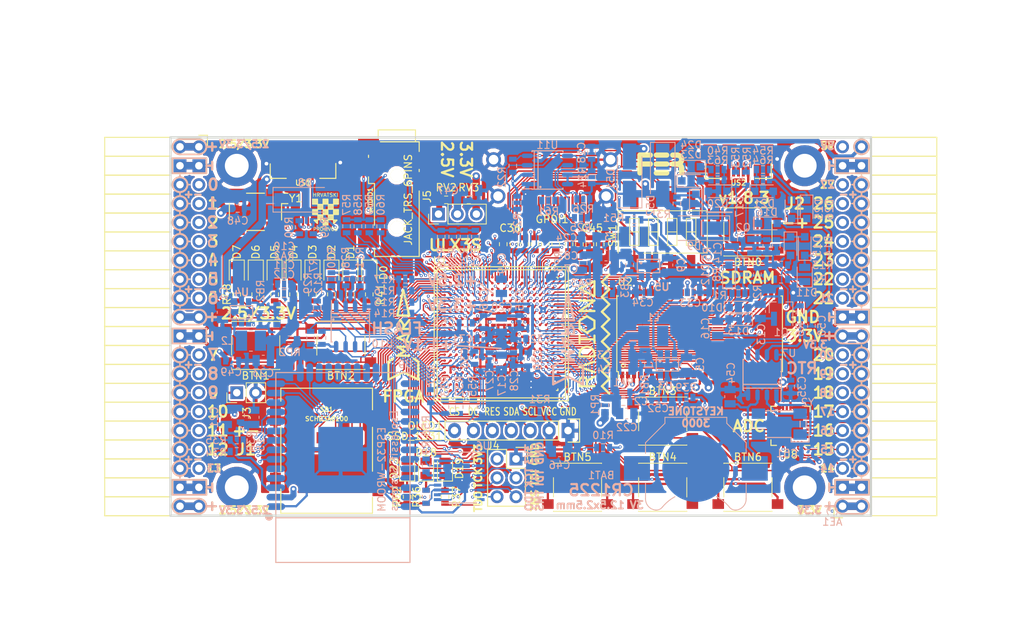
<source format=kicad_pcb>
(kicad_pcb (version 20171130) (host pcbnew 5.0.0-rc2-dev-unknown+dfsg1+20180318-2)

  (general
    (thickness 1.6)
    (drawings 484)
    (tracks 4887)
    (zones 0)
    (modules 206)
    (nets 316)
  )

  (page A4)
  (layers
    (0 F.Cu signal)
    (1 In1.Cu signal)
    (2 In2.Cu signal)
    (31 B.Cu signal)
    (32 B.Adhes user)
    (33 F.Adhes user)
    (34 B.Paste user)
    (35 F.Paste user)
    (36 B.SilkS user)
    (37 F.SilkS user)
    (38 B.Mask user)
    (39 F.Mask user)
    (40 Dwgs.User user)
    (41 Cmts.User user)
    (42 Eco1.User user)
    (43 Eco2.User user)
    (44 Edge.Cuts user)
    (45 Margin user)
    (46 B.CrtYd user)
    (47 F.CrtYd user)
    (48 B.Fab user hide)
    (49 F.Fab user)
  )

  (setup
    (last_trace_width 0.3)
    (trace_clearance 0.127)
    (zone_clearance 0.127)
    (zone_45_only no)
    (trace_min 0.127)
    (segment_width 0.2)
    (edge_width 0.2)
    (via_size 0.4)
    (via_drill 0.2)
    (via_min_size 0.4)
    (via_min_drill 0.2)
    (uvia_size 0.3)
    (uvia_drill 0.1)
    (uvias_allowed no)
    (uvia_min_size 0.2)
    (uvia_min_drill 0.1)
    (pcb_text_width 0.3)
    (pcb_text_size 1.5 1.5)
    (mod_edge_width 0.15)
    (mod_text_size 1 1)
    (mod_text_width 0.15)
    (pad_size 0.3 0.3)
    (pad_drill 0)
    (pad_to_mask_clearance 0.05)
    (aux_axis_origin 94.1 112.22)
    (grid_origin 93.48 113)
    (visible_elements 7FFFFFFF)
    (pcbplotparams
      (layerselection 0x310fc_ffffffff)
      (usegerberextensions true)
      (usegerberattributes false)
      (usegerberadvancedattributes false)
      (creategerberjobfile false)
      (excludeedgelayer true)
      (linewidth 0.100000)
      (plotframeref false)
      (viasonmask false)
      (mode 1)
      (useauxorigin false)
      (hpglpennumber 1)
      (hpglpenspeed 20)
      (hpglpendiameter 15)
      (psnegative false)
      (psa4output false)
      (plotreference true)
      (plotvalue true)
      (plotinvisibletext false)
      (padsonsilk false)
      (subtractmaskfromsilk false)
      (outputformat 1)
      (mirror false)
      (drillshape 0)
      (scaleselection 1)
      (outputdirectory plot))
  )

  (net 0 "")
  (net 1 GND)
  (net 2 +5V)
  (net 3 /gpio/IN5V)
  (net 4 /gpio/OUT5V)
  (net 5 +3V3)
  (net 6 BTN_D)
  (net 7 BTN_F1)
  (net 8 BTN_F2)
  (net 9 BTN_L)
  (net 10 BTN_R)
  (net 11 BTN_U)
  (net 12 /power/FB1)
  (net 13 +2V5)
  (net 14 /power/PWREN)
  (net 15 /power/FB3)
  (net 16 /power/FB2)
  (net 17 /power/VBAT)
  (net 18 JTAG_TDI)
  (net 19 JTAG_TCK)
  (net 20 JTAG_TMS)
  (net 21 JTAG_TDO)
  (net 22 /power/WAKEUPn)
  (net 23 /power/WKUP)
  (net 24 /power/SHUT)
  (net 25 /power/WAKE)
  (net 26 /power/HOLD)
  (net 27 /power/WKn)
  (net 28 /power/OSCI_32k)
  (net 29 /power/OSCO_32k)
  (net 30 SHUTDOWN)
  (net 31 /analog/AUDIO_L)
  (net 32 /analog/AUDIO_R)
  (net 33 GPDI_SDA)
  (net 34 GPDI_SCL)
  (net 35 /gpdi/VREF2)
  (net 36 SD_CMD)
  (net 37 SD_CLK)
  (net 38 SD_D0)
  (net 39 SD_D1)
  (net 40 USB5V)
  (net 41 GPDI_CEC)
  (net 42 nRESET)
  (net 43 FTDI_nDTR)
  (net 44 SDRAM_CKE)
  (net 45 SDRAM_A7)
  (net 46 SDRAM_D15)
  (net 47 SDRAM_BA1)
  (net 48 SDRAM_D7)
  (net 49 SDRAM_A6)
  (net 50 SDRAM_CLK)
  (net 51 SDRAM_D13)
  (net 52 SDRAM_BA0)
  (net 53 SDRAM_D6)
  (net 54 SDRAM_A5)
  (net 55 SDRAM_D14)
  (net 56 SDRAM_A11)
  (net 57 SDRAM_D12)
  (net 58 SDRAM_D5)
  (net 59 SDRAM_A4)
  (net 60 SDRAM_A10)
  (net 61 SDRAM_D11)
  (net 62 SDRAM_A3)
  (net 63 SDRAM_D4)
  (net 64 SDRAM_D10)
  (net 65 SDRAM_D9)
  (net 66 SDRAM_A9)
  (net 67 SDRAM_D3)
  (net 68 SDRAM_D8)
  (net 69 SDRAM_A8)
  (net 70 SDRAM_A2)
  (net 71 SDRAM_A1)
  (net 72 SDRAM_A0)
  (net 73 SDRAM_D2)
  (net 74 SDRAM_D1)
  (net 75 SDRAM_D0)
  (net 76 SDRAM_DQM0)
  (net 77 SDRAM_nCS)
  (net 78 SDRAM_nRAS)
  (net 79 SDRAM_DQM1)
  (net 80 SDRAM_nCAS)
  (net 81 SDRAM_nWE)
  (net 82 /flash/FLASH_nWP)
  (net 83 /flash/FLASH_nHOLD)
  (net 84 /flash/FLASH_MOSI)
  (net 85 /flash/FLASH_MISO)
  (net 86 /flash/FLASH_SCK)
  (net 87 /flash/FLASH_nCS)
  (net 88 /flash/FPGA_PROGRAMN)
  (net 89 /flash/FPGA_DONE)
  (net 90 /flash/FPGA_INITN)
  (net 91 OLED_RES)
  (net 92 OLED_DC)
  (net 93 OLED_CS)
  (net 94 WIFI_EN)
  (net 95 FTDI_nRTS)
  (net 96 FTDI_TXD)
  (net 97 FTDI_RXD)
  (net 98 WIFI_RXD)
  (net 99 WIFI_GPIO0)
  (net 100 WIFI_TXD)
  (net 101 USB_FTDI_D+)
  (net 102 USB_FTDI_D-)
  (net 103 SD_D3)
  (net 104 AUDIO_L3)
  (net 105 AUDIO_L2)
  (net 106 AUDIO_L1)
  (net 107 AUDIO_L0)
  (net 108 AUDIO_R3)
  (net 109 AUDIO_R2)
  (net 110 AUDIO_R1)
  (net 111 AUDIO_R0)
  (net 112 OLED_CLK)
  (net 113 OLED_MOSI)
  (net 114 LED0)
  (net 115 LED1)
  (net 116 LED2)
  (net 117 LED3)
  (net 118 LED4)
  (net 119 LED5)
  (net 120 LED6)
  (net 121 LED7)
  (net 122 BTN_PWRn)
  (net 123 FTDI_nTXLED)
  (net 124 FTDI_nSLEEP)
  (net 125 /blinkey/LED_PWREN)
  (net 126 /blinkey/LED_TXLED)
  (net 127 /sdcard/SD3V3)
  (net 128 SD_D2)
  (net 129 CLK_25MHz)
  (net 130 /blinkey/BTNPUL)
  (net 131 /blinkey/BTNPUR)
  (net 132 USB_FPGA_D+)
  (net 133 /power/FTDI_nSUSPEND)
  (net 134 /blinkey/ALED0)
  (net 135 /blinkey/ALED1)
  (net 136 /blinkey/ALED2)
  (net 137 /blinkey/ALED3)
  (net 138 /blinkey/ALED4)
  (net 139 /blinkey/ALED5)
  (net 140 /blinkey/ALED6)
  (net 141 /blinkey/ALED7)
  (net 142 /usb/FTD-)
  (net 143 /usb/FTD+)
  (net 144 ADC_MISO)
  (net 145 ADC_MOSI)
  (net 146 ADC_CSn)
  (net 147 ADC_SCLK)
  (net 148 SW3)
  (net 149 SW2)
  (net 150 SW1)
  (net 151 USB_FPGA_D-)
  (net 152 /usb/FPD+)
  (net 153 /usb/FPD-)
  (net 154 WIFI_GPIO16)
  (net 155 /usb/ANT_433MHz)
  (net 156 /power/PWRBTn)
  (net 157 PROG_DONE)
  (net 158 /power/P3V3)
  (net 159 /power/P2V5)
  (net 160 /power/L1)
  (net 161 /power/L3)
  (net 162 /power/L2)
  (net 163 FTDI_TXDEN)
  (net 164 SDRAM_A12)
  (net 165 /analog/AUDIO_V)
  (net 166 AUDIO_V3)
  (net 167 AUDIO_V2)
  (net 168 AUDIO_V1)
  (net 169 AUDIO_V0)
  (net 170 /blinkey/LED_WIFI)
  (net 171 /power/P1V1)
  (net 172 +1V1)
  (net 173 SW4)
  (net 174 /blinkey/SWPU)
  (net 175 /wifi/WIFIEN)
  (net 176 FT2V5)
  (net 177 GN0)
  (net 178 GP0)
  (net 179 GN1)
  (net 180 GP1)
  (net 181 GN2)
  (net 182 GP2)
  (net 183 GN3)
  (net 184 GP3)
  (net 185 GN4)
  (net 186 GP4)
  (net 187 GN5)
  (net 188 GP5)
  (net 189 GN6)
  (net 190 GP6)
  (net 191 GN14)
  (net 192 GP14)
  (net 193 GN15)
  (net 194 GP15)
  (net 195 GN16)
  (net 196 GP16)
  (net 197 GN17)
  (net 198 GP17)
  (net 199 GN18)
  (net 200 GP18)
  (net 201 GN19)
  (net 202 GP19)
  (net 203 GN20)
  (net 204 GP20)
  (net 205 GN21)
  (net 206 GP21)
  (net 207 GN22)
  (net 208 GP22)
  (net 209 GN23)
  (net 210 GP23)
  (net 211 GN24)
  (net 212 GP24)
  (net 213 GN25)
  (net 214 GP25)
  (net 215 GN26)
  (net 216 GP26)
  (net 217 GN27)
  (net 218 GP27)
  (net 219 GN7)
  (net 220 GP7)
  (net 221 GN8)
  (net 222 GP8)
  (net 223 GN9)
  (net 224 GP9)
  (net 225 GN10)
  (net 226 GP10)
  (net 227 GN11)
  (net 228 GP11)
  (net 229 GN12)
  (net 230 GP12)
  (net 231 GN13)
  (net 232 GP13)
  (net 233 WIFI_GPIO5)
  (net 234 WIFI_GPIO17)
  (net 235 USB_FPGA_PULL_D+)
  (net 236 USB_FPGA_PULL_D-)
  (net 237 "Net-(D23-Pad2)")
  (net 238 "Net-(D24-Pad1)")
  (net 239 "Net-(D25-Pad2)")
  (net 240 "Net-(D26-Pad1)")
  (net 241 /gpdi/GPDI_ETH+)
  (net 242 FPDI_ETH+)
  (net 243 /gpdi/GPDI_ETH-)
  (net 244 FPDI_ETH-)
  (net 245 /gpdi/GPDI_D2-)
  (net 246 FPDI_D2-)
  (net 247 /gpdi/GPDI_D1-)
  (net 248 FPDI_D1-)
  (net 249 /gpdi/GPDI_D0-)
  (net 250 FPDI_D0-)
  (net 251 /gpdi/GPDI_CLK-)
  (net 252 FPDI_CLK-)
  (net 253 /gpdi/GPDI_D2+)
  (net 254 FPDI_D2+)
  (net 255 /gpdi/GPDI_D1+)
  (net 256 FPDI_D1+)
  (net 257 /gpdi/GPDI_D0+)
  (net 258 FPDI_D0+)
  (net 259 /gpdi/GPDI_CLK+)
  (net 260 FPDI_CLK+)
  (net 261 FPDI_SDA)
  (net 262 FPDI_SCL)
  (net 263 /gpdi/FPDI_CEC)
  (net 264 2V5_3V3)
  (net 265 "Net-(AUDIO1-Pad5)")
  (net 266 "Net-(AUDIO1-Pad6)")
  (net 267 "Net-(U1-PadA15)")
  (net 268 "Net-(U1-PadC9)")
  (net 269 "Net-(U1-PadD9)")
  (net 270 "Net-(U1-PadD10)")
  (net 271 "Net-(U1-PadD11)")
  (net 272 "Net-(U1-PadD12)")
  (net 273 "Net-(U1-PadE6)")
  (net 274 "Net-(U1-PadE9)")
  (net 275 "Net-(U1-PadE10)")
  (net 276 "Net-(U1-PadE11)")
  (net 277 "Net-(U1-PadJ4)")
  (net 278 "Net-(U1-PadJ5)")
  (net 279 "Net-(U1-PadK5)")
  (net 280 "Net-(U1-PadL5)")
  (net 281 "Net-(U1-PadM4)")
  (net 282 "Net-(U1-PadM5)")
  (net 283 SD_CD)
  (net 284 SD_WP)
  (net 285 "Net-(U1-PadR3)")
  (net 286 "Net-(U1-PadT16)")
  (net 287 "Net-(U1-PadW4)")
  (net 288 "Net-(U1-PadW5)")
  (net 289 "Net-(U1-PadW8)")
  (net 290 "Net-(U1-PadW9)")
  (net 291 "Net-(U1-PadW13)")
  (net 292 "Net-(U1-PadW14)")
  (net 293 "Net-(U1-PadW17)")
  (net 294 "Net-(U1-PadW18)")
  (net 295 FTDI_nRXLED)
  (net 296 "Net-(U8-Pad12)")
  (net 297 "Net-(U8-Pad25)")
  (net 298 "Net-(U9-Pad32)")
  (net 299 "Net-(U9-Pad22)")
  (net 300 "Net-(U9-Pad21)")
  (net 301 "Net-(U9-Pad20)")
  (net 302 "Net-(U9-Pad19)")
  (net 303 "Net-(U9-Pad18)")
  (net 304 "Net-(U9-Pad17)")
  (net 305 "Net-(U9-Pad12)")
  (net 306 "Net-(U9-Pad5)")
  (net 307 "Net-(U9-Pad4)")
  (net 308 "Net-(US1-Pad4)")
  (net 309 "Net-(US2-Pad4)")
  (net 310 "Net-(Y2-Pad3)")
  (net 311 "Net-(Y2-Pad2)")
  (net 312 "Net-(U1-PadK16)")
  (net 313 "Net-(U1-PadK17)")
  (net 314 /usb/US2VBUS)
  (net 315 /power/SHD)

  (net_class Default "This is the default net class."
    (clearance 0.127)
    (trace_width 0.3)
    (via_dia 0.4)
    (via_drill 0.2)
    (uvia_dia 0.3)
    (uvia_drill 0.1)
    (add_net +1V1)
    (add_net +2V5)
    (add_net +3V3)
    (add_net +5V)
    (add_net /analog/AUDIO_L)
    (add_net /analog/AUDIO_R)
    (add_net /analog/AUDIO_V)
    (add_net /blinkey/ALED0)
    (add_net /blinkey/ALED1)
    (add_net /blinkey/ALED2)
    (add_net /blinkey/ALED3)
    (add_net /blinkey/ALED4)
    (add_net /blinkey/ALED5)
    (add_net /blinkey/ALED6)
    (add_net /blinkey/ALED7)
    (add_net /blinkey/BTNPUL)
    (add_net /blinkey/BTNPUR)
    (add_net /blinkey/LED_PWREN)
    (add_net /blinkey/LED_TXLED)
    (add_net /blinkey/LED_WIFI)
    (add_net /blinkey/SWPU)
    (add_net /gpdi/GPDI_CLK+)
    (add_net /gpdi/GPDI_CLK-)
    (add_net /gpdi/GPDI_D0+)
    (add_net /gpdi/GPDI_D0-)
    (add_net /gpdi/GPDI_D1+)
    (add_net /gpdi/GPDI_D1-)
    (add_net /gpdi/GPDI_D2+)
    (add_net /gpdi/GPDI_D2-)
    (add_net /gpdi/GPDI_ETH+)
    (add_net /gpdi/GPDI_ETH-)
    (add_net /gpdi/VREF2)
    (add_net /gpio/IN5V)
    (add_net /gpio/OUT5V)
    (add_net /power/FB1)
    (add_net /power/FB2)
    (add_net /power/FB3)
    (add_net /power/FTDI_nSUSPEND)
    (add_net /power/HOLD)
    (add_net /power/L1)
    (add_net /power/L2)
    (add_net /power/L3)
    (add_net /power/OSCI_32k)
    (add_net /power/OSCO_32k)
    (add_net /power/P1V1)
    (add_net /power/P2V5)
    (add_net /power/P3V3)
    (add_net /power/PWRBTn)
    (add_net /power/PWREN)
    (add_net /power/SHD)
    (add_net /power/SHUT)
    (add_net /power/VBAT)
    (add_net /power/WAKE)
    (add_net /power/WAKEUPn)
    (add_net /power/WKUP)
    (add_net /power/WKn)
    (add_net /sdcard/SD3V3)
    (add_net /usb/ANT_433MHz)
    (add_net /usb/FPD+)
    (add_net /usb/FPD-)
    (add_net /usb/FTD+)
    (add_net /usb/FTD-)
    (add_net /usb/US2VBUS)
    (add_net /wifi/WIFIEN)
    (add_net 2V5_3V3)
    (add_net FT2V5)
    (add_net FTDI_nRXLED)
    (add_net GND)
    (add_net "Net-(AUDIO1-Pad5)")
    (add_net "Net-(AUDIO1-Pad6)")
    (add_net "Net-(D23-Pad2)")
    (add_net "Net-(D24-Pad1)")
    (add_net "Net-(D25-Pad2)")
    (add_net "Net-(D26-Pad1)")
    (add_net "Net-(U1-PadA15)")
    (add_net "Net-(U1-PadC9)")
    (add_net "Net-(U1-PadD10)")
    (add_net "Net-(U1-PadD11)")
    (add_net "Net-(U1-PadD12)")
    (add_net "Net-(U1-PadD9)")
    (add_net "Net-(U1-PadE10)")
    (add_net "Net-(U1-PadE11)")
    (add_net "Net-(U1-PadE6)")
    (add_net "Net-(U1-PadE9)")
    (add_net "Net-(U1-PadJ4)")
    (add_net "Net-(U1-PadJ5)")
    (add_net "Net-(U1-PadK16)")
    (add_net "Net-(U1-PadK17)")
    (add_net "Net-(U1-PadK5)")
    (add_net "Net-(U1-PadL5)")
    (add_net "Net-(U1-PadM4)")
    (add_net "Net-(U1-PadM5)")
    (add_net "Net-(U1-PadR3)")
    (add_net "Net-(U1-PadT16)")
    (add_net "Net-(U1-PadW13)")
    (add_net "Net-(U1-PadW14)")
    (add_net "Net-(U1-PadW17)")
    (add_net "Net-(U1-PadW18)")
    (add_net "Net-(U1-PadW4)")
    (add_net "Net-(U1-PadW5)")
    (add_net "Net-(U1-PadW8)")
    (add_net "Net-(U1-PadW9)")
    (add_net "Net-(U8-Pad12)")
    (add_net "Net-(U8-Pad25)")
    (add_net "Net-(U9-Pad12)")
    (add_net "Net-(U9-Pad17)")
    (add_net "Net-(U9-Pad18)")
    (add_net "Net-(U9-Pad19)")
    (add_net "Net-(U9-Pad20)")
    (add_net "Net-(U9-Pad21)")
    (add_net "Net-(U9-Pad22)")
    (add_net "Net-(U9-Pad32)")
    (add_net "Net-(U9-Pad4)")
    (add_net "Net-(U9-Pad5)")
    (add_net "Net-(US1-Pad4)")
    (add_net "Net-(US2-Pad4)")
    (add_net "Net-(Y2-Pad2)")
    (add_net "Net-(Y2-Pad3)")
    (add_net SD_CD)
    (add_net SD_WP)
    (add_net USB5V)
  )

  (net_class BGA ""
    (clearance 0.127)
    (trace_width 0.19)
    (via_dia 0.4)
    (via_drill 0.2)
    (uvia_dia 0.3)
    (uvia_drill 0.1)
    (add_net /flash/FLASH_MISO)
    (add_net /flash/FLASH_MOSI)
    (add_net /flash/FLASH_SCK)
    (add_net /flash/FLASH_nCS)
    (add_net /flash/FLASH_nHOLD)
    (add_net /flash/FLASH_nWP)
    (add_net /flash/FPGA_DONE)
    (add_net /flash/FPGA_INITN)
    (add_net /flash/FPGA_PROGRAMN)
    (add_net /gpdi/FPDI_CEC)
    (add_net ADC_CSn)
    (add_net ADC_MISO)
    (add_net ADC_MOSI)
    (add_net ADC_SCLK)
    (add_net AUDIO_L0)
    (add_net AUDIO_L1)
    (add_net AUDIO_L2)
    (add_net AUDIO_L3)
    (add_net AUDIO_R0)
    (add_net AUDIO_R1)
    (add_net AUDIO_R2)
    (add_net AUDIO_R3)
    (add_net AUDIO_V0)
    (add_net AUDIO_V1)
    (add_net AUDIO_V2)
    (add_net AUDIO_V3)
    (add_net BTN_D)
    (add_net BTN_F1)
    (add_net BTN_F2)
    (add_net BTN_L)
    (add_net BTN_PWRn)
    (add_net BTN_R)
    (add_net BTN_U)
    (add_net CLK_25MHz)
    (add_net FPDI_CLK+)
    (add_net FPDI_CLK-)
    (add_net FPDI_D0+)
    (add_net FPDI_D0-)
    (add_net FPDI_D1+)
    (add_net FPDI_D1-)
    (add_net FPDI_D2+)
    (add_net FPDI_D2-)
    (add_net FPDI_ETH+)
    (add_net FPDI_ETH-)
    (add_net FPDI_SCL)
    (add_net FPDI_SDA)
    (add_net FTDI_RXD)
    (add_net FTDI_TXD)
    (add_net FTDI_TXDEN)
    (add_net FTDI_nDTR)
    (add_net FTDI_nRTS)
    (add_net FTDI_nSLEEP)
    (add_net FTDI_nTXLED)
    (add_net GN0)
    (add_net GN1)
    (add_net GN10)
    (add_net GN11)
    (add_net GN12)
    (add_net GN13)
    (add_net GN14)
    (add_net GN15)
    (add_net GN16)
    (add_net GN17)
    (add_net GN18)
    (add_net GN19)
    (add_net GN2)
    (add_net GN20)
    (add_net GN21)
    (add_net GN22)
    (add_net GN23)
    (add_net GN24)
    (add_net GN25)
    (add_net GN26)
    (add_net GN27)
    (add_net GN3)
    (add_net GN4)
    (add_net GN5)
    (add_net GN6)
    (add_net GN7)
    (add_net GN8)
    (add_net GN9)
    (add_net GP0)
    (add_net GP1)
    (add_net GP10)
    (add_net GP11)
    (add_net GP12)
    (add_net GP13)
    (add_net GP14)
    (add_net GP15)
    (add_net GP16)
    (add_net GP17)
    (add_net GP18)
    (add_net GP19)
    (add_net GP2)
    (add_net GP20)
    (add_net GP21)
    (add_net GP22)
    (add_net GP23)
    (add_net GP24)
    (add_net GP25)
    (add_net GP26)
    (add_net GP27)
    (add_net GP3)
    (add_net GP4)
    (add_net GP5)
    (add_net GP6)
    (add_net GP7)
    (add_net GP8)
    (add_net GP9)
    (add_net GPDI_CEC)
    (add_net GPDI_SCL)
    (add_net GPDI_SDA)
    (add_net JTAG_TCK)
    (add_net JTAG_TDI)
    (add_net JTAG_TDO)
    (add_net JTAG_TMS)
    (add_net LED0)
    (add_net LED1)
    (add_net LED2)
    (add_net LED3)
    (add_net LED4)
    (add_net LED5)
    (add_net LED6)
    (add_net LED7)
    (add_net OLED_CLK)
    (add_net OLED_CS)
    (add_net OLED_DC)
    (add_net OLED_MOSI)
    (add_net OLED_RES)
    (add_net PROG_DONE)
    (add_net SDRAM_A0)
    (add_net SDRAM_A1)
    (add_net SDRAM_A10)
    (add_net SDRAM_A11)
    (add_net SDRAM_A12)
    (add_net SDRAM_A2)
    (add_net SDRAM_A3)
    (add_net SDRAM_A4)
    (add_net SDRAM_A5)
    (add_net SDRAM_A6)
    (add_net SDRAM_A7)
    (add_net SDRAM_A8)
    (add_net SDRAM_A9)
    (add_net SDRAM_BA0)
    (add_net SDRAM_BA1)
    (add_net SDRAM_CKE)
    (add_net SDRAM_CLK)
    (add_net SDRAM_D0)
    (add_net SDRAM_D1)
    (add_net SDRAM_D10)
    (add_net SDRAM_D11)
    (add_net SDRAM_D12)
    (add_net SDRAM_D13)
    (add_net SDRAM_D14)
    (add_net SDRAM_D15)
    (add_net SDRAM_D2)
    (add_net SDRAM_D3)
    (add_net SDRAM_D4)
    (add_net SDRAM_D5)
    (add_net SDRAM_D6)
    (add_net SDRAM_D7)
    (add_net SDRAM_D8)
    (add_net SDRAM_D9)
    (add_net SDRAM_DQM0)
    (add_net SDRAM_DQM1)
    (add_net SDRAM_nCAS)
    (add_net SDRAM_nCS)
    (add_net SDRAM_nRAS)
    (add_net SDRAM_nWE)
    (add_net SD_CLK)
    (add_net SD_CMD)
    (add_net SD_D0)
    (add_net SD_D1)
    (add_net SD_D2)
    (add_net SD_D3)
    (add_net SHUTDOWN)
    (add_net SW1)
    (add_net SW2)
    (add_net SW3)
    (add_net SW4)
    (add_net USB_FPGA_D+)
    (add_net USB_FPGA_D-)
    (add_net USB_FPGA_PULL_D+)
    (add_net USB_FPGA_PULL_D-)
    (add_net USB_FTDI_D+)
    (add_net USB_FTDI_D-)
    (add_net WIFI_EN)
    (add_net WIFI_GPIO0)
    (add_net WIFI_GPIO16)
    (add_net WIFI_GPIO17)
    (add_net WIFI_GPIO5)
    (add_net WIFI_RXD)
    (add_net WIFI_TXD)
    (add_net nRESET)
  )

  (net_class Minimal ""
    (clearance 0.127)
    (trace_width 0.127)
    (via_dia 0.4)
    (via_drill 0.2)
    (uvia_dia 0.3)
    (uvia_drill 0.1)
  )

  (module L_1008_1210:L_1008_1210 (layer B.Cu) (tedit 5B019496) (tstamp 5B3925FB)
    (at 156.33 74.755 180)
    (descr "Inductor SMD 1008-1210 (2520-3225 Metric), square (rectangular) end terminal")
    (tags inductor)
    (path /58D51CAD/5A73CDB3)
    (attr smd)
    (fp_text reference L3 (at 3.16 -0.018 180) (layer B.SilkS)
      (effects (font (size 1 1) (thickness 0.15)) (justify mirror))
    )
    (fp_text value 2.2uH (at 0 -2.5 180) (layer B.Fab)
      (effects (font (size 1 1) (thickness 0.15)) (justify mirror))
    )
    (fp_text user %R (at 0 0 180) (layer B.Fab)
      (effects (font (size 0.8 0.8) (thickness 0.12)) (justify mirror))
    )
    (fp_line (start 2.29 -1.6) (end -2.29 -1.6) (layer B.CrtYd) (width 0.05))
    (fp_line (start 2.29 1.6) (end 2.29 -1.6) (layer B.CrtYd) (width 0.05))
    (fp_line (start -2.29 1.6) (end 2.29 1.6) (layer B.CrtYd) (width 0.05))
    (fp_line (start -2.29 -1.6) (end -2.29 1.6) (layer B.CrtYd) (width 0.05))
    (fp_line (start -0.2 -1.4) (end 0.2 -1.4) (layer B.SilkS) (width 0.12))
    (fp_line (start -0.2 1.4) (end 0.2 1.4) (layer B.SilkS) (width 0.12))
    (fp_line (start 1.6 -1.25) (end -1.6 -1.25) (layer B.Fab) (width 0.1))
    (fp_line (start 1.6 1.25) (end 1.6 -1.25) (layer B.Fab) (width 0.1))
    (fp_line (start -1.6 1.25) (end 1.6 1.25) (layer B.Fab) (width 0.1))
    (fp_line (start -1.6 -1.25) (end -1.6 1.25) (layer B.Fab) (width 0.1))
    (pad 2 smd rect (at 1.27 0 180) (size 1.5 2.7) (layers B.Cu B.Paste B.Mask)
      (net 158 /power/P3V3))
    (pad 1 smd rect (at -1.27 0 180) (size 1.5 2.7) (layers B.Cu B.Paste B.Mask)
      (net 161 /power/L3))
    (model ${KISYS3DMOD}/Inductor_SMD.3dshapes/L_1210_3225Metric.wrl
      (at (xyz 0 0 0))
      (scale (xyz 1 1 1))
      (rotate (xyz 0 0 0))
    )
  )

  (module L_1008_1210:L_1008_1210 (layer B.Cu) (tedit 5B019496) (tstamp 5B3925EB)
    (at 104.895 88.725)
    (descr "Inductor SMD 1008-1210 (2520-3225 Metric), square (rectangular) end terminal")
    (tags inductor)
    (path /58D51CAD/58D67BD8)
    (attr smd)
    (fp_text reference L2 (at -3.16 0.018) (layer B.SilkS)
      (effects (font (size 1 1) (thickness 0.15)) (justify mirror))
    )
    (fp_text value 2.2uH (at 0 -2.5) (layer B.Fab)
      (effects (font (size 1 1) (thickness 0.15)) (justify mirror))
    )
    (fp_text user %R (at 0 0) (layer B.Fab)
      (effects (font (size 0.8 0.8) (thickness 0.12)) (justify mirror))
    )
    (fp_line (start 2.29 -1.6) (end -2.29 -1.6) (layer B.CrtYd) (width 0.05))
    (fp_line (start 2.29 1.6) (end 2.29 -1.6) (layer B.CrtYd) (width 0.05))
    (fp_line (start -2.29 1.6) (end 2.29 1.6) (layer B.CrtYd) (width 0.05))
    (fp_line (start -2.29 -1.6) (end -2.29 1.6) (layer B.CrtYd) (width 0.05))
    (fp_line (start -0.2 -1.4) (end 0.2 -1.4) (layer B.SilkS) (width 0.12))
    (fp_line (start -0.2 1.4) (end 0.2 1.4) (layer B.SilkS) (width 0.12))
    (fp_line (start 1.6 -1.25) (end -1.6 -1.25) (layer B.Fab) (width 0.1))
    (fp_line (start 1.6 1.25) (end 1.6 -1.25) (layer B.Fab) (width 0.1))
    (fp_line (start -1.6 1.25) (end 1.6 1.25) (layer B.Fab) (width 0.1))
    (fp_line (start -1.6 -1.25) (end -1.6 1.25) (layer B.Fab) (width 0.1))
    (pad 2 smd rect (at 1.27 0) (size 1.5 2.7) (layers B.Cu B.Paste B.Mask)
      (net 159 /power/P2V5))
    (pad 1 smd rect (at -1.27 0) (size 1.5 2.7) (layers B.Cu B.Paste B.Mask)
      (net 162 /power/L2))
    (model ${KISYS3DMOD}/Inductor_SMD.3dshapes/L_1210_3225Metric.wrl
      (at (xyz 0 0 0))
      (scale (xyz 1 1 1))
      (rotate (xyz 0 0 0))
    )
  )

  (module L_1008_1210:L_1008_1210 (layer B.Cu) (tedit 5B019496) (tstamp 5B3925DB)
    (at 158.87 88.09 180)
    (descr "Inductor SMD 1008-1210 (2520-3225 Metric), square (rectangular) end terminal")
    (tags inductor)
    (path /58D51CAD/5A73C9EB)
    (attr smd)
    (fp_text reference L1 (at 0 2.5 180) (layer B.SilkS)
      (effects (font (size 1 1) (thickness 0.15)) (justify mirror))
    )
    (fp_text value 2.2uH (at 0 -2.5 180) (layer B.Fab)
      (effects (font (size 1 1) (thickness 0.15)) (justify mirror))
    )
    (fp_text user %R (at 0 0 180) (layer B.Fab)
      (effects (font (size 0.8 0.8) (thickness 0.12)) (justify mirror))
    )
    (fp_line (start 2.29 -1.6) (end -2.29 -1.6) (layer B.CrtYd) (width 0.05))
    (fp_line (start 2.29 1.6) (end 2.29 -1.6) (layer B.CrtYd) (width 0.05))
    (fp_line (start -2.29 1.6) (end 2.29 1.6) (layer B.CrtYd) (width 0.05))
    (fp_line (start -2.29 -1.6) (end -2.29 1.6) (layer B.CrtYd) (width 0.05))
    (fp_line (start -0.2 -1.4) (end 0.2 -1.4) (layer B.SilkS) (width 0.12))
    (fp_line (start -0.2 1.4) (end 0.2 1.4) (layer B.SilkS) (width 0.12))
    (fp_line (start 1.6 -1.25) (end -1.6 -1.25) (layer B.Fab) (width 0.1))
    (fp_line (start 1.6 1.25) (end 1.6 -1.25) (layer B.Fab) (width 0.1))
    (fp_line (start -1.6 1.25) (end 1.6 1.25) (layer B.Fab) (width 0.1))
    (fp_line (start -1.6 -1.25) (end -1.6 1.25) (layer B.Fab) (width 0.1))
    (pad 2 smd rect (at 1.27 0 180) (size 1.5 2.7) (layers B.Cu B.Paste B.Mask)
      (net 171 /power/P1V1))
    (pad 1 smd rect (at -1.27 0 180) (size 1.5 2.7) (layers B.Cu B.Paste B.Mask)
      (net 160 /power/L1))
    (model ${KISYS3DMOD}/Inductor_SMD.3dshapes/L_1210_3225Metric.wrl
      (at (xyz 0 0 0))
      (scale (xyz 1 1 1))
      (rotate (xyz 0 0 0))
    )
  )

  (module Socket_Strips:Socket_Strip_Angled_2x20 (layer F.Cu) (tedit 5A2B354F) (tstamp 58E6BE3D)
    (at 97.91 62.69 270)
    (descr "Through hole socket strip")
    (tags "socket strip")
    (path /56AC389C/58E6B835)
    (fp_text reference J1 (at 40.64 -6.35) (layer F.SilkS)
      (effects (font (size 1.5 1.5) (thickness 0.3)))
    )
    (fp_text value CONN_02X20 (at 0 -2.6 270) (layer F.Fab) hide
      (effects (font (size 1 1) (thickness 0.15)))
    )
    (fp_line (start -1.75 -1.35) (end -1.75 13.15) (layer F.CrtYd) (width 0.05))
    (fp_line (start 50.05 -1.35) (end 50.05 13.15) (layer F.CrtYd) (width 0.05))
    (fp_line (start -1.75 -1.35) (end 50.05 -1.35) (layer F.CrtYd) (width 0.05))
    (fp_line (start -1.75 13.15) (end 50.05 13.15) (layer F.CrtYd) (width 0.05))
    (fp_line (start 49.53 12.64) (end 49.53 3.81) (layer F.SilkS) (width 0.15))
    (fp_line (start 46.99 12.64) (end 49.53 12.64) (layer F.SilkS) (width 0.15))
    (fp_line (start 46.99 3.81) (end 49.53 3.81) (layer F.SilkS) (width 0.15))
    (fp_line (start 49.53 3.81) (end 49.53 12.64) (layer F.SilkS) (width 0.15))
    (fp_line (start 46.99 3.81) (end 46.99 12.64) (layer F.SilkS) (width 0.15))
    (fp_line (start 44.45 3.81) (end 46.99 3.81) (layer F.SilkS) (width 0.15))
    (fp_line (start 44.45 12.64) (end 46.99 12.64) (layer F.SilkS) (width 0.15))
    (fp_line (start 46.99 12.64) (end 46.99 3.81) (layer F.SilkS) (width 0.15))
    (fp_line (start 29.21 12.64) (end 29.21 3.81) (layer F.SilkS) (width 0.15))
    (fp_line (start 26.67 12.64) (end 29.21 12.64) (layer F.SilkS) (width 0.15))
    (fp_line (start 26.67 3.81) (end 29.21 3.81) (layer F.SilkS) (width 0.15))
    (fp_line (start 29.21 3.81) (end 29.21 12.64) (layer F.SilkS) (width 0.15))
    (fp_line (start 31.75 3.81) (end 31.75 12.64) (layer F.SilkS) (width 0.15))
    (fp_line (start 29.21 3.81) (end 31.75 3.81) (layer F.SilkS) (width 0.15))
    (fp_line (start 29.21 12.64) (end 31.75 12.64) (layer F.SilkS) (width 0.15))
    (fp_line (start 31.75 12.64) (end 31.75 3.81) (layer F.SilkS) (width 0.15))
    (fp_line (start 44.45 12.64) (end 44.45 3.81) (layer F.SilkS) (width 0.15))
    (fp_line (start 41.91 12.64) (end 44.45 12.64) (layer F.SilkS) (width 0.15))
    (fp_line (start 41.91 3.81) (end 44.45 3.81) (layer F.SilkS) (width 0.15))
    (fp_line (start 44.45 3.81) (end 44.45 12.64) (layer F.SilkS) (width 0.15))
    (fp_line (start 41.91 3.81) (end 41.91 12.64) (layer F.SilkS) (width 0.15))
    (fp_line (start 39.37 3.81) (end 41.91 3.81) (layer F.SilkS) (width 0.15))
    (fp_line (start 39.37 12.64) (end 41.91 12.64) (layer F.SilkS) (width 0.15))
    (fp_line (start 41.91 12.64) (end 41.91 3.81) (layer F.SilkS) (width 0.15))
    (fp_line (start 39.37 12.64) (end 39.37 3.81) (layer F.SilkS) (width 0.15))
    (fp_line (start 36.83 12.64) (end 39.37 12.64) (layer F.SilkS) (width 0.15))
    (fp_line (start 36.83 3.81) (end 39.37 3.81) (layer F.SilkS) (width 0.15))
    (fp_line (start 39.37 3.81) (end 39.37 12.64) (layer F.SilkS) (width 0.15))
    (fp_line (start 36.83 3.81) (end 36.83 12.64) (layer F.SilkS) (width 0.15))
    (fp_line (start 34.29 3.81) (end 36.83 3.81) (layer F.SilkS) (width 0.15))
    (fp_line (start 34.29 12.64) (end 36.83 12.64) (layer F.SilkS) (width 0.15))
    (fp_line (start 36.83 12.64) (end 36.83 3.81) (layer F.SilkS) (width 0.15))
    (fp_line (start 34.29 12.64) (end 34.29 3.81) (layer F.SilkS) (width 0.15))
    (fp_line (start 31.75 12.64) (end 34.29 12.64) (layer F.SilkS) (width 0.15))
    (fp_line (start 31.75 3.81) (end 34.29 3.81) (layer F.SilkS) (width 0.15))
    (fp_line (start 34.29 3.81) (end 34.29 12.64) (layer F.SilkS) (width 0.15))
    (fp_line (start 16.51 3.81) (end 16.51 12.64) (layer F.SilkS) (width 0.15))
    (fp_line (start 13.97 3.81) (end 16.51 3.81) (layer F.SilkS) (width 0.15))
    (fp_line (start 13.97 12.64) (end 16.51 12.64) (layer F.SilkS) (width 0.15))
    (fp_line (start 16.51 12.64) (end 16.51 3.81) (layer F.SilkS) (width 0.15))
    (fp_line (start 19.05 12.64) (end 19.05 3.81) (layer F.SilkS) (width 0.15))
    (fp_line (start 16.51 12.64) (end 19.05 12.64) (layer F.SilkS) (width 0.15))
    (fp_line (start 16.51 3.81) (end 19.05 3.81) (layer F.SilkS) (width 0.15))
    (fp_line (start 19.05 3.81) (end 19.05 12.64) (layer F.SilkS) (width 0.15))
    (fp_line (start 21.59 3.81) (end 21.59 12.64) (layer F.SilkS) (width 0.15))
    (fp_line (start 19.05 3.81) (end 21.59 3.81) (layer F.SilkS) (width 0.15))
    (fp_line (start 19.05 12.64) (end 21.59 12.64) (layer F.SilkS) (width 0.15))
    (fp_line (start 21.59 12.64) (end 21.59 3.81) (layer F.SilkS) (width 0.15))
    (fp_line (start 24.13 12.64) (end 24.13 3.81) (layer F.SilkS) (width 0.15))
    (fp_line (start 21.59 12.64) (end 24.13 12.64) (layer F.SilkS) (width 0.15))
    (fp_line (start 21.59 3.81) (end 24.13 3.81) (layer F.SilkS) (width 0.15))
    (fp_line (start 24.13 3.81) (end 24.13 12.64) (layer F.SilkS) (width 0.15))
    (fp_line (start 26.67 3.81) (end 26.67 12.64) (layer F.SilkS) (width 0.15))
    (fp_line (start 24.13 3.81) (end 26.67 3.81) (layer F.SilkS) (width 0.15))
    (fp_line (start 24.13 12.64) (end 26.67 12.64) (layer F.SilkS) (width 0.15))
    (fp_line (start 26.67 12.64) (end 26.67 3.81) (layer F.SilkS) (width 0.15))
    (fp_line (start 13.97 12.64) (end 13.97 3.81) (layer F.SilkS) (width 0.15))
    (fp_line (start 11.43 12.64) (end 13.97 12.64) (layer F.SilkS) (width 0.15))
    (fp_line (start 11.43 3.81) (end 13.97 3.81) (layer F.SilkS) (width 0.15))
    (fp_line (start 13.97 3.81) (end 13.97 12.64) (layer F.SilkS) (width 0.15))
    (fp_line (start 11.43 3.81) (end 11.43 12.64) (layer F.SilkS) (width 0.15))
    (fp_line (start 8.89 3.81) (end 11.43 3.81) (layer F.SilkS) (width 0.15))
    (fp_line (start 8.89 12.64) (end 11.43 12.64) (layer F.SilkS) (width 0.15))
    (fp_line (start 11.43 12.64) (end 11.43 3.81) (layer F.SilkS) (width 0.15))
    (fp_line (start 8.89 12.64) (end 8.89 3.81) (layer F.SilkS) (width 0.15))
    (fp_line (start 6.35 12.64) (end 8.89 12.64) (layer F.SilkS) (width 0.15))
    (fp_line (start 6.35 3.81) (end 8.89 3.81) (layer F.SilkS) (width 0.15))
    (fp_line (start 8.89 3.81) (end 8.89 12.64) (layer F.SilkS) (width 0.15))
    (fp_line (start 6.35 3.81) (end 6.35 12.64) (layer F.SilkS) (width 0.15))
    (fp_line (start 3.81 3.81) (end 6.35 3.81) (layer F.SilkS) (width 0.15))
    (fp_line (start 3.81 12.64) (end 6.35 12.64) (layer F.SilkS) (width 0.15))
    (fp_line (start 6.35 12.64) (end 6.35 3.81) (layer F.SilkS) (width 0.15))
    (fp_line (start 3.81 12.64) (end 3.81 3.81) (layer F.SilkS) (width 0.15))
    (fp_line (start 1.27 12.64) (end 3.81 12.64) (layer F.SilkS) (width 0.15))
    (fp_line (start 1.27 3.81) (end 3.81 3.81) (layer F.SilkS) (width 0.15))
    (fp_line (start 3.81 3.81) (end 3.81 12.64) (layer F.SilkS) (width 0.15))
    (fp_line (start 1.27 3.81) (end 1.27 12.64) (layer F.SilkS) (width 0.15))
    (fp_line (start -1.27 3.81) (end 1.27 3.81) (layer F.SilkS) (width 0.15))
    (fp_line (start 0 -1.15) (end -1.55 -1.15) (layer F.SilkS) (width 0.15))
    (fp_line (start -1.55 -1.15) (end -1.55 0) (layer F.SilkS) (width 0.15))
    (fp_line (start -1.27 3.81) (end -1.27 12.64) (layer F.SilkS) (width 0.15))
    (fp_line (start -1.27 12.64) (end 1.27 12.64) (layer F.SilkS) (width 0.15))
    (fp_line (start 1.27 12.64) (end 1.27 3.81) (layer F.SilkS) (width 0.15))
    (pad 1 thru_hole oval (at 0 0 270) (size 1.7272 1.7272) (drill 1.016) (layers *.Cu *.Mask)
      (net 264 2V5_3V3))
    (pad 2 thru_hole oval (at 0 2.54 270) (size 1.7272 1.7272) (drill 1.016) (layers *.Cu *.Mask)
      (net 264 2V5_3V3))
    (pad 3 thru_hole rect (at 2.54 0 270) (size 1.7272 1.7272) (drill 1.016) (layers *.Cu *.Mask)
      (net 1 GND))
    (pad 4 thru_hole rect (at 2.54 2.54 270) (size 1.7272 1.7272) (drill 1.016) (layers *.Cu *.Mask)
      (net 1 GND))
    (pad 5 thru_hole oval (at 5.08 0 270) (size 1.7272 1.7272) (drill 1.016) (layers *.Cu *.Mask)
      (net 177 GN0))
    (pad 6 thru_hole oval (at 5.08 2.54 270) (size 1.7272 1.7272) (drill 1.016) (layers *.Cu *.Mask)
      (net 178 GP0))
    (pad 7 thru_hole oval (at 7.62 0 270) (size 1.7272 1.7272) (drill 1.016) (layers *.Cu *.Mask)
      (net 179 GN1))
    (pad 8 thru_hole oval (at 7.62 2.54 270) (size 1.7272 1.7272) (drill 1.016) (layers *.Cu *.Mask)
      (net 180 GP1))
    (pad 9 thru_hole oval (at 10.16 0 270) (size 1.7272 1.7272) (drill 1.016) (layers *.Cu *.Mask)
      (net 181 GN2))
    (pad 10 thru_hole oval (at 10.16 2.54 270) (size 1.7272 1.7272) (drill 1.016) (layers *.Cu *.Mask)
      (net 182 GP2))
    (pad 11 thru_hole oval (at 12.7 0 270) (size 1.7272 1.7272) (drill 1.016) (layers *.Cu *.Mask)
      (net 183 GN3))
    (pad 12 thru_hole oval (at 12.7 2.54 270) (size 1.7272 1.7272) (drill 1.016) (layers *.Cu *.Mask)
      (net 184 GP3))
    (pad 13 thru_hole oval (at 15.24 0 270) (size 1.7272 1.7272) (drill 1.016) (layers *.Cu *.Mask)
      (net 185 GN4))
    (pad 14 thru_hole oval (at 15.24 2.54 270) (size 1.7272 1.7272) (drill 1.016) (layers *.Cu *.Mask)
      (net 186 GP4))
    (pad 15 thru_hole oval (at 17.78 0 270) (size 1.7272 1.7272) (drill 1.016) (layers *.Cu *.Mask)
      (net 187 GN5))
    (pad 16 thru_hole oval (at 17.78 2.54 270) (size 1.7272 1.7272) (drill 1.016) (layers *.Cu *.Mask)
      (net 188 GP5))
    (pad 17 thru_hole oval (at 20.32 0 270) (size 1.7272 1.7272) (drill 1.016) (layers *.Cu *.Mask)
      (net 189 GN6))
    (pad 18 thru_hole oval (at 20.32 2.54 270) (size 1.7272 1.7272) (drill 1.016) (layers *.Cu *.Mask)
      (net 190 GP6))
    (pad 19 thru_hole oval (at 22.86 0 270) (size 1.7272 1.7272) (drill 1.016) (layers *.Cu *.Mask)
      (net 264 2V5_3V3))
    (pad 20 thru_hole oval (at 22.86 2.54 270) (size 1.7272 1.7272) (drill 1.016) (layers *.Cu *.Mask)
      (net 264 2V5_3V3))
    (pad 21 thru_hole rect (at 25.4 0 270) (size 1.7272 1.7272) (drill 1.016) (layers *.Cu *.Mask)
      (net 1 GND))
    (pad 22 thru_hole rect (at 25.4 2.54 270) (size 1.7272 1.7272) (drill 1.016) (layers *.Cu *.Mask)
      (net 1 GND))
    (pad 23 thru_hole oval (at 27.94 0 270) (size 1.7272 1.7272) (drill 1.016) (layers *.Cu *.Mask)
      (net 219 GN7))
    (pad 24 thru_hole oval (at 27.94 2.54 270) (size 1.7272 1.7272) (drill 1.016) (layers *.Cu *.Mask)
      (net 220 GP7))
    (pad 25 thru_hole oval (at 30.48 0 270) (size 1.7272 1.7272) (drill 1.016) (layers *.Cu *.Mask)
      (net 221 GN8))
    (pad 26 thru_hole oval (at 30.48 2.54 270) (size 1.7272 1.7272) (drill 1.016) (layers *.Cu *.Mask)
      (net 222 GP8))
    (pad 27 thru_hole oval (at 33.02 0 270) (size 1.7272 1.7272) (drill 1.016) (layers *.Cu *.Mask)
      (net 223 GN9))
    (pad 28 thru_hole oval (at 33.02 2.54 270) (size 1.7272 1.7272) (drill 1.016) (layers *.Cu *.Mask)
      (net 224 GP9))
    (pad 29 thru_hole oval (at 35.56 0 270) (size 1.7272 1.7272) (drill 1.016) (layers *.Cu *.Mask)
      (net 225 GN10))
    (pad 30 thru_hole oval (at 35.56 2.54 270) (size 1.7272 1.7272) (drill 1.016) (layers *.Cu *.Mask)
      (net 226 GP10))
    (pad 31 thru_hole oval (at 38.1 0 270) (size 1.7272 1.7272) (drill 1.016) (layers *.Cu *.Mask)
      (net 227 GN11))
    (pad 32 thru_hole oval (at 38.1 2.54 270) (size 1.7272 1.7272) (drill 1.016) (layers *.Cu *.Mask)
      (net 228 GP11))
    (pad 33 thru_hole oval (at 40.64 0 270) (size 1.7272 1.7272) (drill 1.016) (layers *.Cu *.Mask)
      (net 229 GN12))
    (pad 34 thru_hole oval (at 40.64 2.54 270) (size 1.7272 1.7272) (drill 1.016) (layers *.Cu *.Mask)
      (net 230 GP12))
    (pad 35 thru_hole oval (at 43.18 0 270) (size 1.7272 1.7272) (drill 1.016) (layers *.Cu *.Mask)
      (net 231 GN13))
    (pad 36 thru_hole oval (at 43.18 2.54 270) (size 1.7272 1.7272) (drill 1.016) (layers *.Cu *.Mask)
      (net 232 GP13))
    (pad 37 thru_hole rect (at 45.72 0 270) (size 1.7272 1.7272) (drill 1.016) (layers *.Cu *.Mask)
      (net 1 GND))
    (pad 38 thru_hole rect (at 45.72 2.54 270) (size 1.7272 1.7272) (drill 1.016) (layers *.Cu *.Mask)
      (net 1 GND))
    (pad 39 thru_hole oval (at 48.26 0 270) (size 1.7272 1.7272) (drill 1.016) (layers *.Cu *.Mask)
      (net 264 2V5_3V3))
    (pad 40 thru_hole oval (at 48.26 2.54 270) (size 1.7272 1.7272) (drill 1.016) (layers *.Cu *.Mask)
      (net 264 2V5_3V3))
    (model Socket_Strips.3dshapes/Socket_Strip_Angled_2x20.wrl
      (offset (xyz 24.12999963760376 -1.269999980926514 0))
      (scale (xyz 1 1 1))
      (rotate (xyz 0 0 180))
    )
  )

  (module TSOT-25:TSOT-25 (layer B.Cu) (tedit 59CD7E8F) (tstamp 58D5976E)
    (at 160.775 91.9)
    (path /58D51CAD/5AF563F3)
    (attr smd)
    (fp_text reference U3 (at -0.295 2.9) (layer B.SilkS)
      (effects (font (size 1 1) (thickness 0.2)) (justify mirror))
    )
    (fp_text value TLV62569DBV (at 0 2.286) (layer B.Fab)
      (effects (font (size 0.4 0.4) (thickness 0.1)) (justify mirror))
    )
    (fp_circle (center -1 -0.4) (end -0.95 -0.5) (layer B.SilkS) (width 0.15))
    (fp_line (start -1.5 0.9) (end 1.5 0.9) (layer B.SilkS) (width 0.15))
    (fp_line (start 1.5 0.9) (end 1.5 -0.9) (layer B.SilkS) (width 0.15))
    (fp_line (start 1.5 -0.9) (end -1.5 -0.9) (layer B.SilkS) (width 0.15))
    (fp_line (start -1.5 -0.9) (end -1.5 0.9) (layer B.SilkS) (width 0.15))
    (pad 1 smd rect (at -0.95 -1.3) (size 0.7 1.2) (layers B.Cu B.Paste B.Mask)
      (net 14 /power/PWREN))
    (pad 2 smd rect (at 0 -1.3) (size 0.7 1.2) (layers B.Cu B.Paste B.Mask)
      (net 1 GND))
    (pad 3 smd rect (at 0.95 -1.3) (size 0.7 1.2) (layers B.Cu B.Paste B.Mask)
      (net 160 /power/L1))
    (pad 4 smd rect (at 0.95 1.3) (size 0.7 1.2) (layers B.Cu B.Paste B.Mask)
      (net 2 +5V))
    (pad 5 smd rect (at -0.95 1.3) (size 0.7 1.2) (layers B.Cu B.Paste B.Mask)
      (net 12 /power/FB1))
    (model ${KISYS3DMOD}/Package_TO_SOT_SMD.3dshapes/SOT-23-5.wrl
      (at (xyz 0 0 0))
      (scale (xyz 1 1 1))
      (rotate (xyz 0 0 -90))
    )
  )

  (module TSOT-25:TSOT-25 (layer B.Cu) (tedit 59CD7E82) (tstamp 58D599CD)
    (at 103.625 84.915 180)
    (path /58D51CAD/5AFCB5C1)
    (attr smd)
    (fp_text reference U4 (at 0 2.697 180) (layer B.SilkS)
      (effects (font (size 1 1) (thickness 0.2)) (justify mirror))
    )
    (fp_text value TLV62569DBV (at 0 2.443 180) (layer B.Fab)
      (effects (font (size 0.4 0.4) (thickness 0.1)) (justify mirror))
    )
    (fp_circle (center -1 -0.4) (end -0.95 -0.5) (layer B.SilkS) (width 0.15))
    (fp_line (start -1.5 0.9) (end 1.5 0.9) (layer B.SilkS) (width 0.15))
    (fp_line (start 1.5 0.9) (end 1.5 -0.9) (layer B.SilkS) (width 0.15))
    (fp_line (start 1.5 -0.9) (end -1.5 -0.9) (layer B.SilkS) (width 0.15))
    (fp_line (start -1.5 -0.9) (end -1.5 0.9) (layer B.SilkS) (width 0.15))
    (pad 1 smd rect (at -0.95 -1.3 180) (size 0.7 1.2) (layers B.Cu B.Paste B.Mask)
      (net 14 /power/PWREN))
    (pad 2 smd rect (at 0 -1.3 180) (size 0.7 1.2) (layers B.Cu B.Paste B.Mask)
      (net 1 GND))
    (pad 3 smd rect (at 0.95 -1.3 180) (size 0.7 1.2) (layers B.Cu B.Paste B.Mask)
      (net 162 /power/L2))
    (pad 4 smd rect (at 0.95 1.3 180) (size 0.7 1.2) (layers B.Cu B.Paste B.Mask)
      (net 2 +5V))
    (pad 5 smd rect (at -0.95 1.3 180) (size 0.7 1.2) (layers B.Cu B.Paste B.Mask)
      (net 16 /power/FB2))
    (model ${KISYS3DMOD}/Package_TO_SOT_SMD.3dshapes/SOT-23-5.wrl
      (at (xyz 0 0 0))
      (scale (xyz 1 1 1))
      (rotate (xyz 0 0 -90))
    )
  )

  (module TSOT-25:TSOT-25 (layer B.Cu) (tedit 59CD7D98) (tstamp 58D66E99)
    (at 158.235 78.692)
    (path /58D51CAD/5AFCC283)
    (attr smd)
    (fp_text reference U5 (at 1.793 2.812) (layer B.SilkS)
      (effects (font (size 1 1) (thickness 0.2)) (justify mirror))
    )
    (fp_text value TLV62569DBV (at 0 2.413) (layer B.Fab)
      (effects (font (size 0.4 0.4) (thickness 0.1)) (justify mirror))
    )
    (fp_circle (center -1 -0.4) (end -0.95 -0.5) (layer B.SilkS) (width 0.15))
    (fp_line (start -1.5 0.9) (end 1.5 0.9) (layer B.SilkS) (width 0.15))
    (fp_line (start 1.5 0.9) (end 1.5 -0.9) (layer B.SilkS) (width 0.15))
    (fp_line (start 1.5 -0.9) (end -1.5 -0.9) (layer B.SilkS) (width 0.15))
    (fp_line (start -1.5 -0.9) (end -1.5 0.9) (layer B.SilkS) (width 0.15))
    (pad 1 smd rect (at -0.95 -1.3) (size 0.7 1.2) (layers B.Cu B.Paste B.Mask)
      (net 14 /power/PWREN))
    (pad 2 smd rect (at 0 -1.3) (size 0.7 1.2) (layers B.Cu B.Paste B.Mask)
      (net 1 GND))
    (pad 3 smd rect (at 0.95 -1.3) (size 0.7 1.2) (layers B.Cu B.Paste B.Mask)
      (net 161 /power/L3))
    (pad 4 smd rect (at 0.95 1.3) (size 0.7 1.2) (layers B.Cu B.Paste B.Mask)
      (net 2 +5V))
    (pad 5 smd rect (at -0.95 1.3) (size 0.7 1.2) (layers B.Cu B.Paste B.Mask)
      (net 15 /power/FB3))
    (model ${KISYS3DMOD}/Package_TO_SOT_SMD.3dshapes/SOT-23-5.wrl
      (at (xyz 0 0 0))
      (scale (xyz 1 1 1))
      (rotate (xyz 0 0 -90))
    )
  )

  (module Socket_Strips:Socket_Strip_Angled_2x20 (layer F.Cu) (tedit 5A2B35BD) (tstamp 58E6BE69)
    (at 184.27 110.95 90)
    (descr "Through hole socket strip")
    (tags "socket strip")
    (path /56AC389C/58E6B7F6)
    (fp_text reference J2 (at 40.64 -6.35 180) (layer F.SilkS)
      (effects (font (size 1.5 1.5) (thickness 0.3)))
    )
    (fp_text value CONN_02X20 (at 0 -2.6 90) (layer F.Fab) hide
      (effects (font (size 1 1) (thickness 0.15)))
    )
    (fp_line (start -1.75 -1.35) (end -1.75 13.15) (layer F.CrtYd) (width 0.05))
    (fp_line (start 50.05 -1.35) (end 50.05 13.15) (layer F.CrtYd) (width 0.05))
    (fp_line (start -1.75 -1.35) (end 50.05 -1.35) (layer F.CrtYd) (width 0.05))
    (fp_line (start -1.75 13.15) (end 50.05 13.15) (layer F.CrtYd) (width 0.05))
    (fp_line (start 49.53 12.64) (end 49.53 3.81) (layer F.SilkS) (width 0.15))
    (fp_line (start 46.99 12.64) (end 49.53 12.64) (layer F.SilkS) (width 0.15))
    (fp_line (start 46.99 3.81) (end 49.53 3.81) (layer F.SilkS) (width 0.15))
    (fp_line (start 49.53 3.81) (end 49.53 12.64) (layer F.SilkS) (width 0.15))
    (fp_line (start 46.99 3.81) (end 46.99 12.64) (layer F.SilkS) (width 0.15))
    (fp_line (start 44.45 3.81) (end 46.99 3.81) (layer F.SilkS) (width 0.15))
    (fp_line (start 44.45 12.64) (end 46.99 12.64) (layer F.SilkS) (width 0.15))
    (fp_line (start 46.99 12.64) (end 46.99 3.81) (layer F.SilkS) (width 0.15))
    (fp_line (start 29.21 12.64) (end 29.21 3.81) (layer F.SilkS) (width 0.15))
    (fp_line (start 26.67 12.64) (end 29.21 12.64) (layer F.SilkS) (width 0.15))
    (fp_line (start 26.67 3.81) (end 29.21 3.81) (layer F.SilkS) (width 0.15))
    (fp_line (start 29.21 3.81) (end 29.21 12.64) (layer F.SilkS) (width 0.15))
    (fp_line (start 31.75 3.81) (end 31.75 12.64) (layer F.SilkS) (width 0.15))
    (fp_line (start 29.21 3.81) (end 31.75 3.81) (layer F.SilkS) (width 0.15))
    (fp_line (start 29.21 12.64) (end 31.75 12.64) (layer F.SilkS) (width 0.15))
    (fp_line (start 31.75 12.64) (end 31.75 3.81) (layer F.SilkS) (width 0.15))
    (fp_line (start 44.45 12.64) (end 44.45 3.81) (layer F.SilkS) (width 0.15))
    (fp_line (start 41.91 12.64) (end 44.45 12.64) (layer F.SilkS) (width 0.15))
    (fp_line (start 41.91 3.81) (end 44.45 3.81) (layer F.SilkS) (width 0.15))
    (fp_line (start 44.45 3.81) (end 44.45 12.64) (layer F.SilkS) (width 0.15))
    (fp_line (start 41.91 3.81) (end 41.91 12.64) (layer F.SilkS) (width 0.15))
    (fp_line (start 39.37 3.81) (end 41.91 3.81) (layer F.SilkS) (width 0.15))
    (fp_line (start 39.37 12.64) (end 41.91 12.64) (layer F.SilkS) (width 0.15))
    (fp_line (start 41.91 12.64) (end 41.91 3.81) (layer F.SilkS) (width 0.15))
    (fp_line (start 39.37 12.64) (end 39.37 3.81) (layer F.SilkS) (width 0.15))
    (fp_line (start 36.83 12.64) (end 39.37 12.64) (layer F.SilkS) (width 0.15))
    (fp_line (start 36.83 3.81) (end 39.37 3.81) (layer F.SilkS) (width 0.15))
    (fp_line (start 39.37 3.81) (end 39.37 12.64) (layer F.SilkS) (width 0.15))
    (fp_line (start 36.83 3.81) (end 36.83 12.64) (layer F.SilkS) (width 0.15))
    (fp_line (start 34.29 3.81) (end 36.83 3.81) (layer F.SilkS) (width 0.15))
    (fp_line (start 34.29 12.64) (end 36.83 12.64) (layer F.SilkS) (width 0.15))
    (fp_line (start 36.83 12.64) (end 36.83 3.81) (layer F.SilkS) (width 0.15))
    (fp_line (start 34.29 12.64) (end 34.29 3.81) (layer F.SilkS) (width 0.15))
    (fp_line (start 31.75 12.64) (end 34.29 12.64) (layer F.SilkS) (width 0.15))
    (fp_line (start 31.75 3.81) (end 34.29 3.81) (layer F.SilkS) (width 0.15))
    (fp_line (start 34.29 3.81) (end 34.29 12.64) (layer F.SilkS) (width 0.15))
    (fp_line (start 16.51 3.81) (end 16.51 12.64) (layer F.SilkS) (width 0.15))
    (fp_line (start 13.97 3.81) (end 16.51 3.81) (layer F.SilkS) (width 0.15))
    (fp_line (start 13.97 12.64) (end 16.51 12.64) (layer F.SilkS) (width 0.15))
    (fp_line (start 16.51 12.64) (end 16.51 3.81) (layer F.SilkS) (width 0.15))
    (fp_line (start 19.05 12.64) (end 19.05 3.81) (layer F.SilkS) (width 0.15))
    (fp_line (start 16.51 12.64) (end 19.05 12.64) (layer F.SilkS) (width 0.15))
    (fp_line (start 16.51 3.81) (end 19.05 3.81) (layer F.SilkS) (width 0.15))
    (fp_line (start 19.05 3.81) (end 19.05 12.64) (layer F.SilkS) (width 0.15))
    (fp_line (start 21.59 3.81) (end 21.59 12.64) (layer F.SilkS) (width 0.15))
    (fp_line (start 19.05 3.81) (end 21.59 3.81) (layer F.SilkS) (width 0.15))
    (fp_line (start 19.05 12.64) (end 21.59 12.64) (layer F.SilkS) (width 0.15))
    (fp_line (start 21.59 12.64) (end 21.59 3.81) (layer F.SilkS) (width 0.15))
    (fp_line (start 24.13 12.64) (end 24.13 3.81) (layer F.SilkS) (width 0.15))
    (fp_line (start 21.59 12.64) (end 24.13 12.64) (layer F.SilkS) (width 0.15))
    (fp_line (start 21.59 3.81) (end 24.13 3.81) (layer F.SilkS) (width 0.15))
    (fp_line (start 24.13 3.81) (end 24.13 12.64) (layer F.SilkS) (width 0.15))
    (fp_line (start 26.67 3.81) (end 26.67 12.64) (layer F.SilkS) (width 0.15))
    (fp_line (start 24.13 3.81) (end 26.67 3.81) (layer F.SilkS) (width 0.15))
    (fp_line (start 24.13 12.64) (end 26.67 12.64) (layer F.SilkS) (width 0.15))
    (fp_line (start 26.67 12.64) (end 26.67 3.81) (layer F.SilkS) (width 0.15))
    (fp_line (start 13.97 12.64) (end 13.97 3.81) (layer F.SilkS) (width 0.15))
    (fp_line (start 11.43 12.64) (end 13.97 12.64) (layer F.SilkS) (width 0.15))
    (fp_line (start 11.43 3.81) (end 13.97 3.81) (layer F.SilkS) (width 0.15))
    (fp_line (start 13.97 3.81) (end 13.97 12.64) (layer F.SilkS) (width 0.15))
    (fp_line (start 11.43 3.81) (end 11.43 12.64) (layer F.SilkS) (width 0.15))
    (fp_line (start 8.89 3.81) (end 11.43 3.81) (layer F.SilkS) (width 0.15))
    (fp_line (start 8.89 12.64) (end 11.43 12.64) (layer F.SilkS) (width 0.15))
    (fp_line (start 11.43 12.64) (end 11.43 3.81) (layer F.SilkS) (width 0.15))
    (fp_line (start 8.89 12.64) (end 8.89 3.81) (layer F.SilkS) (width 0.15))
    (fp_line (start 6.35 12.64) (end 8.89 12.64) (layer F.SilkS) (width 0.15))
    (fp_line (start 6.35 3.81) (end 8.89 3.81) (layer F.SilkS) (width 0.15))
    (fp_line (start 8.89 3.81) (end 8.89 12.64) (layer F.SilkS) (width 0.15))
    (fp_line (start 6.35 3.81) (end 6.35 12.64) (layer F.SilkS) (width 0.15))
    (fp_line (start 3.81 3.81) (end 6.35 3.81) (layer F.SilkS) (width 0.15))
    (fp_line (start 3.81 12.64) (end 6.35 12.64) (layer F.SilkS) (width 0.15))
    (fp_line (start 6.35 12.64) (end 6.35 3.81) (layer F.SilkS) (width 0.15))
    (fp_line (start 3.81 12.64) (end 3.81 3.81) (layer F.SilkS) (width 0.15))
    (fp_line (start 1.27 12.64) (end 3.81 12.64) (layer F.SilkS) (width 0.15))
    (fp_line (start 1.27 3.81) (end 3.81 3.81) (layer F.SilkS) (width 0.15))
    (fp_line (start 3.81 3.81) (end 3.81 12.64) (layer F.SilkS) (width 0.15))
    (fp_line (start 1.27 3.81) (end 1.27 12.64) (layer F.SilkS) (width 0.15))
    (fp_line (start -1.27 3.81) (end 1.27 3.81) (layer F.SilkS) (width 0.15))
    (fp_line (start 0 -1.15) (end -1.55 -1.15) (layer F.SilkS) (width 0.15))
    (fp_line (start -1.55 -1.15) (end -1.55 0) (layer F.SilkS) (width 0.15))
    (fp_line (start -1.27 3.81) (end -1.27 12.64) (layer F.SilkS) (width 0.15))
    (fp_line (start -1.27 12.64) (end 1.27 12.64) (layer F.SilkS) (width 0.15))
    (fp_line (start 1.27 12.64) (end 1.27 3.81) (layer F.SilkS) (width 0.15))
    (pad 1 thru_hole oval (at 0 0 90) (size 1.7272 1.7272) (drill 1.016) (layers *.Cu *.Mask)
      (net 5 +3V3))
    (pad 2 thru_hole oval (at 0 2.54 90) (size 1.7272 1.7272) (drill 1.016) (layers *.Cu *.Mask)
      (net 5 +3V3))
    (pad 3 thru_hole rect (at 2.54 0 90) (size 1.7272 1.7272) (drill 1.016) (layers *.Cu *.Mask)
      (net 1 GND))
    (pad 4 thru_hole rect (at 2.54 2.54 90) (size 1.7272 1.7272) (drill 1.016) (layers *.Cu *.Mask)
      (net 1 GND))
    (pad 5 thru_hole oval (at 5.08 0 90) (size 1.7272 1.7272) (drill 1.016) (layers *.Cu *.Mask)
      (net 191 GN14))
    (pad 6 thru_hole oval (at 5.08 2.54 90) (size 1.7272 1.7272) (drill 1.016) (layers *.Cu *.Mask)
      (net 192 GP14))
    (pad 7 thru_hole oval (at 7.62 0 90) (size 1.7272 1.7272) (drill 1.016) (layers *.Cu *.Mask)
      (net 193 GN15))
    (pad 8 thru_hole oval (at 7.62 2.54 90) (size 1.7272 1.7272) (drill 1.016) (layers *.Cu *.Mask)
      (net 194 GP15))
    (pad 9 thru_hole oval (at 10.16 0 90) (size 1.7272 1.7272) (drill 1.016) (layers *.Cu *.Mask)
      (net 195 GN16))
    (pad 10 thru_hole oval (at 10.16 2.54 90) (size 1.7272 1.7272) (drill 1.016) (layers *.Cu *.Mask)
      (net 196 GP16))
    (pad 11 thru_hole oval (at 12.7 0 90) (size 1.7272 1.7272) (drill 1.016) (layers *.Cu *.Mask)
      (net 197 GN17))
    (pad 12 thru_hole oval (at 12.7 2.54 90) (size 1.7272 1.7272) (drill 1.016) (layers *.Cu *.Mask)
      (net 198 GP17))
    (pad 13 thru_hole oval (at 15.24 0 90) (size 1.7272 1.7272) (drill 1.016) (layers *.Cu *.Mask)
      (net 199 GN18))
    (pad 14 thru_hole oval (at 15.24 2.54 90) (size 1.7272 1.7272) (drill 1.016) (layers *.Cu *.Mask)
      (net 200 GP18))
    (pad 15 thru_hole oval (at 17.78 0 90) (size 1.7272 1.7272) (drill 1.016) (layers *.Cu *.Mask)
      (net 201 GN19))
    (pad 16 thru_hole oval (at 17.78 2.54 90) (size 1.7272 1.7272) (drill 1.016) (layers *.Cu *.Mask)
      (net 202 GP19))
    (pad 17 thru_hole oval (at 20.32 0 90) (size 1.7272 1.7272) (drill 1.016) (layers *.Cu *.Mask)
      (net 203 GN20))
    (pad 18 thru_hole oval (at 20.32 2.54 90) (size 1.7272 1.7272) (drill 1.016) (layers *.Cu *.Mask)
      (net 204 GP20))
    (pad 19 thru_hole oval (at 22.86 0 90) (size 1.7272 1.7272) (drill 1.016) (layers *.Cu *.Mask)
      (net 5 +3V3))
    (pad 20 thru_hole oval (at 22.86 2.54 90) (size 1.7272 1.7272) (drill 1.016) (layers *.Cu *.Mask)
      (net 5 +3V3))
    (pad 21 thru_hole rect (at 25.4 0 90) (size 1.7272 1.7272) (drill 1.016) (layers *.Cu *.Mask)
      (net 1 GND))
    (pad 22 thru_hole rect (at 25.4 2.54 90) (size 1.7272 1.7272) (drill 1.016) (layers *.Cu *.Mask)
      (net 1 GND))
    (pad 23 thru_hole oval (at 27.94 0 90) (size 1.7272 1.7272) (drill 1.016) (layers *.Cu *.Mask)
      (net 205 GN21))
    (pad 24 thru_hole oval (at 27.94 2.54 90) (size 1.7272 1.7272) (drill 1.016) (layers *.Cu *.Mask)
      (net 206 GP21))
    (pad 25 thru_hole oval (at 30.48 0 90) (size 1.7272 1.7272) (drill 1.016) (layers *.Cu *.Mask)
      (net 207 GN22))
    (pad 26 thru_hole oval (at 30.48 2.54 90) (size 1.7272 1.7272) (drill 1.016) (layers *.Cu *.Mask)
      (net 208 GP22))
    (pad 27 thru_hole oval (at 33.02 0 90) (size 1.7272 1.7272) (drill 1.016) (layers *.Cu *.Mask)
      (net 209 GN23))
    (pad 28 thru_hole oval (at 33.02 2.54 90) (size 1.7272 1.7272) (drill 1.016) (layers *.Cu *.Mask)
      (net 210 GP23))
    (pad 29 thru_hole oval (at 35.56 0 90) (size 1.7272 1.7272) (drill 1.016) (layers *.Cu *.Mask)
      (net 211 GN24))
    (pad 30 thru_hole oval (at 35.56 2.54 90) (size 1.7272 1.7272) (drill 1.016) (layers *.Cu *.Mask)
      (net 212 GP24))
    (pad 31 thru_hole oval (at 38.1 0 90) (size 1.7272 1.7272) (drill 1.016) (layers *.Cu *.Mask)
      (net 213 GN25))
    (pad 32 thru_hole oval (at 38.1 2.54 90) (size 1.7272 1.7272) (drill 1.016) (layers *.Cu *.Mask)
      (net 214 GP25))
    (pad 33 thru_hole oval (at 40.64 0 90) (size 1.7272 1.7272) (drill 1.016) (layers *.Cu *.Mask)
      (net 215 GN26))
    (pad 34 thru_hole oval (at 40.64 2.54 90) (size 1.7272 1.7272) (drill 1.016) (layers *.Cu *.Mask)
      (net 216 GP26))
    (pad 35 thru_hole oval (at 43.18 0 90) (size 1.7272 1.7272) (drill 1.016) (layers *.Cu *.Mask)
      (net 217 GN27))
    (pad 36 thru_hole oval (at 43.18 2.54 90) (size 1.7272 1.7272) (drill 1.016) (layers *.Cu *.Mask)
      (net 218 GP27))
    (pad 37 thru_hole rect (at 45.72 0 90) (size 1.7272 1.7272) (drill 1.016) (layers *.Cu *.Mask)
      (net 1 GND))
    (pad 38 thru_hole rect (at 45.72 2.54 90) (size 1.7272 1.7272) (drill 1.016) (layers *.Cu *.Mask)
      (net 1 GND))
    (pad 39 thru_hole oval (at 48.26 0 90) (size 1.7272 1.7272) (drill 1.016) (layers *.Cu *.Mask)
      (net 3 /gpio/IN5V))
    (pad 40 thru_hole oval (at 48.26 2.54 90) (size 1.7272 1.7272) (drill 1.016) (layers *.Cu *.Mask)
      (net 4 /gpio/OUT5V))
    (model Socket_Strips.3dshapes/Socket_Strip_Angled_2x20.wrl
      (offset (xyz 24.12999963760376 -1.269999980926514 0))
      (scale (xyz 1 1 1))
      (rotate (xyz 0 0 180))
    )
  )

  (module Mounting_Holes:MountingHole_3.2mm_M3_ISO14580_Pad (layer F.Cu) (tedit 59CCC8F3) (tstamp 58E6B6EC)
    (at 102.99 108.41)
    (descr "Mounting Hole 3.2mm, M3, ISO14580")
    (tags "mounting hole 3.2mm m3 iso14580")
    (path /58E6B981)
    (fp_text reference H1 (at 0 -3.75) (layer F.SilkS) hide
      (effects (font (size 1 1) (thickness 0.15)))
    )
    (fp_text value HOLE (at 0 3.75) (layer F.Fab) hide
      (effects (font (size 1 1) (thickness 0.15)))
    )
    (fp_circle (center 0 0) (end 2.75 0) (layer Cmts.User) (width 0.15))
    (fp_circle (center 0 0) (end 3 0) (layer F.CrtYd) (width 0.05))
    (pad 1 thru_hole circle (at 0 0) (size 5.5 5.5) (drill 3.2) (layers *.Cu *.Mask)
      (net 1 GND))
  )

  (module Mounting_Holes:MountingHole_3.2mm_M3_ISO14580_Pad (layer F.Cu) (tedit 59CCC804) (tstamp 58E6B6F1)
    (at 179.19 108.41)
    (descr "Mounting Hole 3.2mm, M3, ISO14580")
    (tags "mounting hole 3.2mm m3 iso14580")
    (path /58E6BACE)
    (fp_text reference H2 (at 0 -3.75) (layer F.SilkS) hide
      (effects (font (size 1 1) (thickness 0.15)))
    )
    (fp_text value HOLE (at 0 3.75) (layer F.Fab) hide
      (effects (font (size 1 1) (thickness 0.15)))
    )
    (fp_circle (center 0 0) (end 2.75 0) (layer Cmts.User) (width 0.15))
    (fp_circle (center 0 0) (end 3 0) (layer F.CrtYd) (width 0.05))
    (pad 1 thru_hole circle (at 0 0) (size 5.5 5.5) (drill 3.2) (layers *.Cu *.Mask)
      (net 1 GND))
  )

  (module Mounting_Holes:MountingHole_3.2mm_M3_ISO14580_Pad (layer F.Cu) (tedit 59CCC847) (tstamp 58E6B6F6)
    (at 179.19 65.23)
    (descr "Mounting Hole 3.2mm, M3, ISO14580")
    (tags "mounting hole 3.2mm m3 iso14580")
    (path /58E6BAEF)
    (fp_text reference H3 (at 0 -3.75) (layer F.SilkS) hide
      (effects (font (size 1 1) (thickness 0.15)))
    )
    (fp_text value HOLE (at 0 3.75) (layer F.Fab) hide
      (effects (font (size 1 1) (thickness 0.15)))
    )
    (fp_circle (center 0 0) (end 2.75 0) (layer Cmts.User) (width 0.15))
    (fp_circle (center 0 0) (end 3 0) (layer F.CrtYd) (width 0.05))
    (pad 1 thru_hole circle (at 0 0) (size 5.5 5.5) (drill 3.2) (layers *.Cu *.Mask)
      (net 1 GND))
  )

  (module Mounting_Holes:MountingHole_3.2mm_M3_ISO14580_Pad (layer F.Cu) (tedit 59CCC5C4) (tstamp 58E6B6FB)
    (at 102.99 65.23)
    (descr "Mounting Hole 3.2mm, M3, ISO14580")
    (tags "mounting hole 3.2mm m3 iso14580")
    (path /58E6BBE9)
    (fp_text reference H4 (at 0 -3.75) (layer F.SilkS) hide
      (effects (font (size 1 1) (thickness 0.15)))
    )
    (fp_text value HOLE (at 0 3.75) (layer F.Fab) hide
      (effects (font (size 1 1) (thickness 0.15)))
    )
    (fp_circle (center 0 0) (end 2.75 0) (layer Cmts.User) (width 0.15))
    (fp_circle (center 0 0) (end 3 0) (layer F.CrtYd) (width 0.05))
    (pad 1 thru_hole circle (at 0 0) (size 5.5 5.5) (drill 3.2) (layers *.Cu *.Mask)
      (net 1 GND))
  )

  (module Housings_SSOP:SSOP-20_4.4x6.5mm_Pitch0.65mm (layer B.Cu) (tedit 57AFAF80) (tstamp 58EB6259)
    (at 132.835 107.14 180)
    (descr "SSOP20: plastic shrink small outline package; 20 leads; body width 4.4 mm; (see NXP SSOP-TSSOP-VSO-REFLOW.pdf and sot266-1_po.pdf)")
    (tags "SSOP 0.65")
    (path /58D6BF46/58EB61C6)
    (attr smd)
    (fp_text reference U6 (at -3.175 4.318 180) (layer B.SilkS)
      (effects (font (size 1 1) (thickness 0.15)) (justify mirror))
    )
    (fp_text value FT231XS (at 0 -4.3 180) (layer B.Fab)
      (effects (font (size 1 1) (thickness 0.15)) (justify mirror))
    )
    (fp_line (start -1.2 3.25) (end 2.2 3.25) (layer B.Fab) (width 0.15))
    (fp_line (start 2.2 3.25) (end 2.2 -3.25) (layer B.Fab) (width 0.15))
    (fp_line (start 2.2 -3.25) (end -2.2 -3.25) (layer B.Fab) (width 0.15))
    (fp_line (start -2.2 -3.25) (end -2.2 2.25) (layer B.Fab) (width 0.15))
    (fp_line (start -2.2 2.25) (end -1.2 3.25) (layer B.Fab) (width 0.15))
    (fp_line (start -3.65 3.55) (end -3.65 -3.55) (layer B.CrtYd) (width 0.05))
    (fp_line (start 3.65 3.55) (end 3.65 -3.55) (layer B.CrtYd) (width 0.05))
    (fp_line (start -3.65 3.55) (end 3.65 3.55) (layer B.CrtYd) (width 0.05))
    (fp_line (start -3.65 -3.55) (end 3.65 -3.55) (layer B.CrtYd) (width 0.05))
    (fp_line (start 2.325 3.45) (end 2.325 3.35) (layer B.SilkS) (width 0.15))
    (fp_line (start 2.325 -3.375) (end 2.325 -3.35) (layer B.SilkS) (width 0.15))
    (fp_line (start -2.325 -3.375) (end -2.325 -3.35) (layer B.SilkS) (width 0.15))
    (fp_line (start -3.4 3.45) (end 2.325 3.45) (layer B.SilkS) (width 0.15))
    (fp_line (start -2.325 -3.375) (end 2.325 -3.375) (layer B.SilkS) (width 0.15))
    (pad 1 smd rect (at -2.9 2.925 180) (size 1 0.4) (layers B.Cu B.Paste B.Mask)
      (net 43 FTDI_nDTR))
    (pad 2 smd rect (at -2.9 2.275 180) (size 1 0.4) (layers B.Cu B.Paste B.Mask)
      (net 95 FTDI_nRTS))
    (pad 3 smd rect (at -2.9 1.625 180) (size 1 0.4) (layers B.Cu B.Paste B.Mask)
      (net 176 FT2V5))
    (pad 4 smd rect (at -2.9 0.975 180) (size 1 0.4) (layers B.Cu B.Paste B.Mask)
      (net 97 FTDI_RXD))
    (pad 5 smd rect (at -2.9 0.325 180) (size 1 0.4) (layers B.Cu B.Paste B.Mask)
      (net 18 JTAG_TDI))
    (pad 6 smd rect (at -2.9 -0.325 180) (size 1 0.4) (layers B.Cu B.Paste B.Mask)
      (net 1 GND))
    (pad 7 smd rect (at -2.9 -0.975 180) (size 1 0.4) (layers B.Cu B.Paste B.Mask)
      (net 19 JTAG_TCK))
    (pad 8 smd rect (at -2.9 -1.625 180) (size 1 0.4) (layers B.Cu B.Paste B.Mask)
      (net 20 JTAG_TMS))
    (pad 9 smd rect (at -2.9 -2.275 180) (size 1 0.4) (layers B.Cu B.Paste B.Mask)
      (net 21 JTAG_TDO))
    (pad 10 smd rect (at -2.9 -2.925 180) (size 1 0.4) (layers B.Cu B.Paste B.Mask)
      (net 123 FTDI_nTXLED))
    (pad 11 smd rect (at 2.9 -2.925 180) (size 1 0.4) (layers B.Cu B.Paste B.Mask)
      (net 101 USB_FTDI_D+))
    (pad 12 smd rect (at 2.9 -2.275 180) (size 1 0.4) (layers B.Cu B.Paste B.Mask)
      (net 102 USB_FTDI_D-))
    (pad 13 smd rect (at 2.9 -1.625 180) (size 1 0.4) (layers B.Cu B.Paste B.Mask)
      (net 176 FT2V5))
    (pad 14 smd rect (at 2.9 -0.975 180) (size 1 0.4) (layers B.Cu B.Paste B.Mask)
      (net 42 nRESET))
    (pad 15 smd rect (at 2.9 -0.325 180) (size 1 0.4) (layers B.Cu B.Paste B.Mask)
      (net 40 USB5V))
    (pad 16 smd rect (at 2.9 0.325 180) (size 1 0.4) (layers B.Cu B.Paste B.Mask)
      (net 1 GND))
    (pad 17 smd rect (at 2.9 0.975 180) (size 1 0.4) (layers B.Cu B.Paste B.Mask)
      (net 295 FTDI_nRXLED))
    (pad 18 smd rect (at 2.9 1.625 180) (size 1 0.4) (layers B.Cu B.Paste B.Mask)
      (net 163 FTDI_TXDEN))
    (pad 19 smd rect (at 2.9 2.275 180) (size 1 0.4) (layers B.Cu B.Paste B.Mask)
      (net 124 FTDI_nSLEEP))
    (pad 20 smd rect (at 2.9 2.925 180) (size 1 0.4) (layers B.Cu B.Paste B.Mask)
      (net 96 FTDI_TXD))
    (model ${KISYS3DMOD}/Package_SO.3dshapes/SSOP-20_4.4x6.5mm_P0.65mm.wrl
      (at (xyz 0 0 0))
      (scale (xyz 1 1 1))
      (rotate (xyz 0 0 0))
    )
  )

  (module usb_otg:USB-MICRO-B-FCI-10118192-0001LF (layer F.Cu) (tedit 5912DB1A) (tstamp 58D81F93)
    (at 111.88 63.325 180)
    (path /58D6BF46/58D6C840)
    (attr smd)
    (fp_text reference US1 (at 0 -4.2 180) (layer F.SilkS)
      (effects (font (size 0.7 0.7) (thickness 0.15)))
    )
    (fp_text value MICRO_USB (at 0 0 180) (layer F.SilkS) hide
      (effects (font (size 1 1) (thickness 0.15)))
    )
    (fp_text user %R (at 0 -4.826 180) (layer F.Fab)
      (effects (font (size 1.5 1.5) (thickness 0.15)))
    )
    (fp_line (start -5 2.4) (end -5 -3.6) (layer F.Fab) (width 0.1))
    (fp_line (start 5 2.4) (end -5 2.4) (layer F.Fab) (width 0.1))
    (fp_line (start 5 -3.6) (end 5 2.4) (layer F.Fab) (width 0.1))
    (fp_line (start -5 -3.6) (end 5 -3.6) (layer F.Fab) (width 0.1))
    (fp_line (start 6 1.45) (end -6 1.45) (layer Dwgs.User) (width 0.05))
    (fp_line (start -4.4 -1.6) (end -4.4 -3.6) (layer F.SilkS) (width 0.15))
    (fp_line (start -4.4 -3.6) (end -2.25 -3.6) (layer F.SilkS) (width 0.15))
    (fp_line (start 2.25 -3.6) (end 4.4 -3.6) (layer F.SilkS) (width 0.15))
    (fp_line (start 4.4 -3.6) (end 4.4 -1.65) (layer F.SilkS) (width 0.15))
    (fp_line (start -4 1.45) (end -3.5 1.45) (layer Cmts.User) (width 0.05))
    (fp_line (start 4 1.45) (end 3.5 1.45) (layer Cmts.User) (width 0.05))
    (fp_line (start 4.25 2.4) (end 4.25 3) (layer F.CrtYd) (width 0.05))
    (fp_line (start 4.25 3) (end -4.25 3) (layer F.CrtYd) (width 0.05))
    (fp_line (start -4.25 3) (end -4.25 2.4) (layer F.CrtYd) (width 0.05))
    (fp_line (start 5 -3.6) (end 5 2.4) (layer F.CrtYd) (width 0.05))
    (fp_line (start 5 2.4) (end -5 2.4) (layer F.CrtYd) (width 0.05))
    (fp_line (start 5 -3.6) (end -5 -3.6) (layer F.CrtYd) (width 0.05))
    (fp_line (start -5 -3.6) (end -5 2.4) (layer F.CrtYd) (width 0.05))
    (pad 6 smd rect (at -3.1 -2.55 180) (size 2.1 1.6) (layers F.Cu F.Paste F.Mask)
      (net 1 GND))
    (pad 6 smd rect (at 3.1 -2.55 180) (size 2.1 1.6) (layers F.Cu F.Paste F.Mask)
      (net 1 GND))
    (pad 6 smd rect (at -1.2 0 180) (size 1.9 1.9) (layers F.Cu F.Paste F.Mask)
      (net 1 GND))
    (pad 6 smd rect (at 1.2 0 180) (size 1.9 1.9) (layers F.Cu F.Paste F.Mask)
      (net 1 GND))
    (pad 1 smd rect (at -1.3 -2.675 180) (size 0.4 1.35) (layers F.Cu F.Paste F.Mask)
      (net 40 USB5V))
    (pad 2 smd rect (at -0.65 -2.675 180) (size 0.4 1.35) (layers F.Cu F.Paste F.Mask)
      (net 142 /usb/FTD-))
    (pad 3 smd rect (at 0 -2.675 180) (size 0.4 1.35) (layers F.Cu F.Paste F.Mask)
      (net 143 /usb/FTD+))
    (pad 4 smd rect (at 0.65 -2.675 180) (size 0.4 1.35) (layers F.Cu F.Paste F.Mask)
      (net 308 "Net-(US1-Pad4)"))
    (pad 5 smd rect (at 1.3 -2.675 180) (size 0.4 1.35) (layers F.Cu F.Paste F.Mask)
      (net 1 GND))
    (pad 6 smd rect (at -3.8 0 180) (size 1.8 1.9) (layers F.Cu F.Paste F.Mask)
      (net 1 GND))
    (pad 6 smd rect (at 3.8 0 180) (size 1.8 1.9) (layers F.Cu F.Paste F.Mask)
      (net 1 GND))
    (model ${KISYS3DMOD}/Connector_USB.3dshapes/USB_Micro-B_Molex_47346-0001.wrl
      (offset (xyz 0 1.2 0))
      (scale (xyz 1 1 1))
      (rotate (xyz 0 0 0))
    )
  )

  (module usb_otg:USB-MICRO-B-FCI-10118192-0001LF (layer F.Cu) (tedit 5912DB1A) (tstamp 58D81FA1)
    (at 170.3 63.325 180)
    (path /58D6BF46/58D6C841)
    (attr smd)
    (fp_text reference US2 (at 0 -4.2 180) (layer F.SilkS)
      (effects (font (size 0.7 0.7) (thickness 0.15)))
    )
    (fp_text value MICRO_USB (at 0 0 180) (layer F.SilkS) hide
      (effects (font (size 1 1) (thickness 0.15)))
    )
    (fp_text user %R (at 0 -4.826 180) (layer F.Fab)
      (effects (font (size 1.5 1.5) (thickness 0.15)))
    )
    (fp_line (start -5 2.4) (end -5 -3.6) (layer F.Fab) (width 0.1))
    (fp_line (start 5 2.4) (end -5 2.4) (layer F.Fab) (width 0.1))
    (fp_line (start 5 -3.6) (end 5 2.4) (layer F.Fab) (width 0.1))
    (fp_line (start -5 -3.6) (end 5 -3.6) (layer F.Fab) (width 0.1))
    (fp_line (start 6 1.45) (end -6 1.45) (layer Dwgs.User) (width 0.05))
    (fp_line (start -4.4 -1.6) (end -4.4 -3.6) (layer F.SilkS) (width 0.15))
    (fp_line (start -4.4 -3.6) (end -2.25 -3.6) (layer F.SilkS) (width 0.15))
    (fp_line (start 2.25 -3.6) (end 4.4 -3.6) (layer F.SilkS) (width 0.15))
    (fp_line (start 4.4 -3.6) (end 4.4 -1.65) (layer F.SilkS) (width 0.15))
    (fp_line (start -4 1.45) (end -3.5 1.45) (layer Cmts.User) (width 0.05))
    (fp_line (start 4 1.45) (end 3.5 1.45) (layer Cmts.User) (width 0.05))
    (fp_line (start 4.25 2.4) (end 4.25 3) (layer F.CrtYd) (width 0.05))
    (fp_line (start 4.25 3) (end -4.25 3) (layer F.CrtYd) (width 0.05))
    (fp_line (start -4.25 3) (end -4.25 2.4) (layer F.CrtYd) (width 0.05))
    (fp_line (start 5 -3.6) (end 5 2.4) (layer F.CrtYd) (width 0.05))
    (fp_line (start 5 2.4) (end -5 2.4) (layer F.CrtYd) (width 0.05))
    (fp_line (start 5 -3.6) (end -5 -3.6) (layer F.CrtYd) (width 0.05))
    (fp_line (start -5 -3.6) (end -5 2.4) (layer F.CrtYd) (width 0.05))
    (pad 6 smd rect (at -3.1 -2.55 180) (size 2.1 1.6) (layers F.Cu F.Paste F.Mask)
      (net 1 GND))
    (pad 6 smd rect (at 3.1 -2.55 180) (size 2.1 1.6) (layers F.Cu F.Paste F.Mask)
      (net 1 GND))
    (pad 6 smd rect (at -1.2 0 180) (size 1.9 1.9) (layers F.Cu F.Paste F.Mask)
      (net 1 GND))
    (pad 6 smd rect (at 1.2 0 180) (size 1.9 1.9) (layers F.Cu F.Paste F.Mask)
      (net 1 GND))
    (pad 1 smd rect (at -1.3 -2.675 180) (size 0.4 1.35) (layers F.Cu F.Paste F.Mask)
      (net 314 /usb/US2VBUS))
    (pad 2 smd rect (at -0.65 -2.675 180) (size 0.4 1.35) (layers F.Cu F.Paste F.Mask)
      (net 153 /usb/FPD-))
    (pad 3 smd rect (at 0 -2.675 180) (size 0.4 1.35) (layers F.Cu F.Paste F.Mask)
      (net 152 /usb/FPD+))
    (pad 4 smd rect (at 0.65 -2.675 180) (size 0.4 1.35) (layers F.Cu F.Paste F.Mask)
      (net 309 "Net-(US2-Pad4)"))
    (pad 5 smd rect (at 1.3 -2.675 180) (size 0.4 1.35) (layers F.Cu F.Paste F.Mask)
      (net 1 GND))
    (pad 6 smd rect (at -3.8 0 180) (size 1.8 1.9) (layers F.Cu F.Paste F.Mask)
      (net 1 GND))
    (pad 6 smd rect (at 3.8 0 180) (size 1.8 1.9) (layers F.Cu F.Paste F.Mask)
      (net 1 GND))
    (model ${KISYS3DMOD}/Connector_USB.3dshapes/USB_Micro-B_Molex_47346-0001.wrl
      (offset (xyz 0 1.2 0))
      (scale (xyz 1 1 1))
      (rotate (xyz 0 0 0))
    )
  )

  (module Socket_Strips:Socket_Strip_Straight_2x03 (layer F.Cu) (tedit 59CCC771) (tstamp 591E0B9B)
    (at 140.455 104.6 270)
    (descr "Through hole socket strip")
    (tags "socket strip")
    (path /58D6BF46/591E0E6A)
    (fp_text reference J4 (at -1.778 3.048) (layer F.SilkS)
      (effects (font (size 1 1) (thickness 0.15)))
    )
    (fp_text value CONN_02X03 (at 0 -3.1 270) (layer F.Fab) hide
      (effects (font (size 1 1) (thickness 0.15)))
    )
    (fp_line (start 6.35 -1.27) (end 1.27 -1.27) (layer F.SilkS) (width 0.15))
    (fp_line (start -1.55 -1.55) (end 0 -1.55) (layer F.SilkS) (width 0.15))
    (fp_line (start -1.75 -1.75) (end -1.75 4.3) (layer F.CrtYd) (width 0.05))
    (fp_line (start 6.85 -1.75) (end 6.85 4.3) (layer F.CrtYd) (width 0.05))
    (fp_line (start -1.75 -1.75) (end 6.85 -1.75) (layer F.CrtYd) (width 0.05))
    (fp_line (start -1.75 4.3) (end 6.85 4.3) (layer F.CrtYd) (width 0.05))
    (fp_line (start -1.27 1.27) (end 1.27 1.27) (layer F.SilkS) (width 0.15))
    (fp_line (start 1.27 1.27) (end 1.27 -1.27) (layer F.SilkS) (width 0.15))
    (fp_line (start 6.35 -1.27) (end 6.35 3.81) (layer F.SilkS) (width 0.15))
    (fp_line (start 6.35 3.81) (end 1.27 3.81) (layer F.SilkS) (width 0.15))
    (fp_line (start -1.55 -1.55) (end -1.55 0) (layer F.SilkS) (width 0.15))
    (fp_line (start -1.27 3.81) (end -1.27 1.27) (layer F.SilkS) (width 0.15))
    (fp_line (start 1.27 3.81) (end -1.27 3.81) (layer F.SilkS) (width 0.15))
    (pad 1 thru_hole rect (at 0 0 270) (size 1.7272 1.7272) (drill 1.016) (layers *.Cu *.Mask)
      (net 1 GND))
    (pad 2 thru_hole oval (at 0 2.54 270) (size 1.7272 1.7272) (drill 1.016) (layers *.Cu *.Mask)
      (net 5 +3V3))
    (pad 3 thru_hole oval (at 2.54 0 270) (size 1.7272 1.7272) (drill 1.016) (layers *.Cu *.Mask)
      (net 18 JTAG_TDI))
    (pad 4 thru_hole oval (at 2.54 2.54 270) (size 1.7272 1.7272) (drill 1.016) (layers *.Cu *.Mask)
      (net 19 JTAG_TCK))
    (pad 5 thru_hole oval (at 5.08 0 270) (size 1.7272 1.7272) (drill 1.016) (layers *.Cu *.Mask)
      (net 20 JTAG_TMS))
    (pad 6 thru_hole oval (at 5.08 2.54 270) (size 1.7272 1.7272) (drill 1.016) (layers *.Cu *.Mask)
      (net 21 JTAG_TDO))
    (model Socket_Strips.3dshapes/Socket_Strip_Straight_2x03.wrl
      (offset (xyz 2.539999961853027 -1.269999980926514 0))
      (scale (xyz 1 1 1))
      (rotate (xyz 0 0 180))
    )
  )

  (module Housings_DFN_QFN:QFN-28-1EP_5x5mm_Pitch0.5mm (layer F.Cu) (tedit 54130A77) (tstamp 595A3DDC)
    (at 177.285 100.155 180)
    (descr "28-Lead Plastic Quad Flat, No Lead Package (MQ) - 5x5x0.9 mm Body [QFN or VQFN]; (see Microchip Packaging Specification 00000049BS.pdf)")
    (tags "QFN 0.5")
    (path /58D82BD0/595A6DC1)
    (attr smd)
    (fp_text reference U8 (at 0 -3.875 180) (layer F.SilkS)
      (effects (font (size 1 1) (thickness 0.15)))
    )
    (fp_text value MAX11125 (at 0 3.875 180) (layer F.Fab)
      (effects (font (size 1 1) (thickness 0.15)))
    )
    (fp_line (start -1.5 -2.5) (end 2.5 -2.5) (layer F.Fab) (width 0.15))
    (fp_line (start 2.5 -2.5) (end 2.5 2.5) (layer F.Fab) (width 0.15))
    (fp_line (start 2.5 2.5) (end -2.5 2.5) (layer F.Fab) (width 0.15))
    (fp_line (start -2.5 2.5) (end -2.5 -1.5) (layer F.Fab) (width 0.15))
    (fp_line (start -2.5 -1.5) (end -1.5 -2.5) (layer F.Fab) (width 0.15))
    (fp_line (start -3.15 -3.15) (end -3.15 3.15) (layer F.CrtYd) (width 0.05))
    (fp_line (start 3.15 -3.15) (end 3.15 3.15) (layer F.CrtYd) (width 0.05))
    (fp_line (start -3.15 -3.15) (end 3.15 -3.15) (layer F.CrtYd) (width 0.05))
    (fp_line (start -3.15 3.15) (end 3.15 3.15) (layer F.CrtYd) (width 0.05))
    (fp_line (start 2.625 -2.625) (end 2.625 -1.875) (layer F.SilkS) (width 0.15))
    (fp_line (start -2.625 2.625) (end -2.625 1.875) (layer F.SilkS) (width 0.15))
    (fp_line (start 2.625 2.625) (end 2.625 1.875) (layer F.SilkS) (width 0.15))
    (fp_line (start -2.625 -2.625) (end -1.875 -2.625) (layer F.SilkS) (width 0.15))
    (fp_line (start -2.625 2.625) (end -1.875 2.625) (layer F.SilkS) (width 0.15))
    (fp_line (start 2.625 2.625) (end 1.875 2.625) (layer F.SilkS) (width 0.15))
    (fp_line (start 2.625 -2.625) (end 1.875 -2.625) (layer F.SilkS) (width 0.15))
    (pad 1 smd oval (at -2.45 -1.5 180) (size 0.85 0.3) (layers F.Cu F.Paste F.Mask)
      (net 194 GP15))
    (pad 2 smd oval (at -2.45 -1 180) (size 0.85 0.3) (layers F.Cu F.Paste F.Mask)
      (net 195 GN16))
    (pad 3 smd oval (at -2.45 -0.5 180) (size 0.85 0.3) (layers F.Cu F.Paste F.Mask)
      (net 196 GP16))
    (pad 4 smd oval (at -2.45 0 180) (size 0.85 0.3) (layers F.Cu F.Paste F.Mask)
      (net 197 GN17))
    (pad 5 smd oval (at -2.45 0.5 180) (size 0.85 0.3) (layers F.Cu F.Paste F.Mask)
      (net 198 GP17))
    (pad 6 smd oval (at -2.45 1 180) (size 0.85 0.3) (layers F.Cu F.Paste F.Mask)
      (net 1 GND))
    (pad 7 smd oval (at -2.45 1.5 180) (size 0.85 0.3) (layers F.Cu F.Paste F.Mask)
      (net 1 GND))
    (pad 8 smd oval (at -1.5 2.45 270) (size 0.85 0.3) (layers F.Cu F.Paste F.Mask)
      (net 1 GND))
    (pad 9 smd oval (at -1 2.45 270) (size 0.85 0.3) (layers F.Cu F.Paste F.Mask)
      (net 1 GND))
    (pad 10 smd oval (at -0.5 2.45 270) (size 0.85 0.3) (layers F.Cu F.Paste F.Mask)
      (net 1 GND))
    (pad 11 smd oval (at 0 2.45 270) (size 0.85 0.3) (layers F.Cu F.Paste F.Mask)
      (net 1 GND))
    (pad 12 smd oval (at 0.5 2.45 270) (size 0.85 0.3) (layers F.Cu F.Paste F.Mask)
      (net 296 "Net-(U8-Pad12)"))
    (pad 13 smd oval (at 1 2.45 270) (size 0.85 0.3) (layers F.Cu F.Paste F.Mask)
      (net 1 GND))
    (pad 14 smd oval (at 1.5 2.45 270) (size 0.85 0.3) (layers F.Cu F.Paste F.Mask)
      (net 1 GND))
    (pad 15 smd oval (at 2.45 1.5 180) (size 0.85 0.3) (layers F.Cu F.Paste F.Mask)
      (net 5 +3V3))
    (pad 16 smd oval (at 2.45 1 180) (size 0.85 0.3) (layers F.Cu F.Paste F.Mask)
      (net 1 GND))
    (pad 17 smd oval (at 2.45 0.5 180) (size 0.85 0.3) (layers F.Cu F.Paste F.Mask)
      (net 5 +3V3))
    (pad 18 smd oval (at 2.45 0 180) (size 0.85 0.3) (layers F.Cu F.Paste F.Mask)
      (net 5 +3V3))
    (pad 19 smd oval (at 2.45 -0.5 180) (size 0.85 0.3) (layers F.Cu F.Paste F.Mask)
      (net 147 ADC_SCLK))
    (pad 20 smd oval (at 2.45 -1 180) (size 0.85 0.3) (layers F.Cu F.Paste F.Mask)
      (net 146 ADC_CSn))
    (pad 21 smd oval (at 2.45 -1.5 180) (size 0.85 0.3) (layers F.Cu F.Paste F.Mask)
      (net 145 ADC_MOSI))
    (pad 22 smd oval (at 1.5 -2.45 270) (size 0.85 0.3) (layers F.Cu F.Paste F.Mask)
      (net 1 GND))
    (pad 23 smd oval (at 1 -2.45 270) (size 0.85 0.3) (layers F.Cu F.Paste F.Mask)
      (net 5 +3V3))
    (pad 24 smd oval (at 0.5 -2.45 270) (size 0.85 0.3) (layers F.Cu F.Paste F.Mask)
      (net 144 ADC_MISO))
    (pad 25 smd oval (at 0 -2.45 270) (size 0.85 0.3) (layers F.Cu F.Paste F.Mask)
      (net 297 "Net-(U8-Pad25)"))
    (pad 26 smd oval (at -0.5 -2.45 270) (size 0.85 0.3) (layers F.Cu F.Paste F.Mask)
      (net 191 GN14))
    (pad 27 smd oval (at -1 -2.45 270) (size 0.85 0.3) (layers F.Cu F.Paste F.Mask)
      (net 192 GP14))
    (pad 28 smd oval (at -1.5 -2.45 270) (size 0.85 0.3) (layers F.Cu F.Paste F.Mask)
      (net 193 GN15))
    (pad 29 smd rect (at 0.8375 0.8375 180) (size 1.675 1.675) (layers F.Cu F.Paste F.Mask)
      (net 1 GND) (solder_paste_margin_ratio -0.2))
    (pad 29 smd rect (at 0.8375 -0.8375 180) (size 1.675 1.675) (layers F.Cu F.Paste F.Mask)
      (net 1 GND) (solder_paste_margin_ratio -0.2))
    (pad 29 smd rect (at -0.8375 0.8375 180) (size 1.675 1.675) (layers F.Cu F.Paste F.Mask)
      (net 1 GND) (solder_paste_margin_ratio -0.2))
    (pad 29 smd rect (at -0.8375 -0.8375 180) (size 1.675 1.675) (layers F.Cu F.Paste F.Mask)
      (net 1 GND) (solder_paste_margin_ratio -0.2))
    (model ${KISYS3DMOD}/Package_DFN_QFN.3dshapes/QFN-28-1EP_5x5mm_P0.5mm_EP3.35x3.35mm.wrl
      (at (xyz 0 0 0))
      (scale (xyz 1 1 1))
      (rotate (xyz 0 0 0))
    )
  )

  (module oled:oled_13xx (layer F.Cu) (tedit 59CCD489) (tstamp 58F0DA19)
    (at 139.82 100.79 180)
    (descr "SPI OLED 0.96\"")
    (tags "SPI OLED socket strip")
    (path /58D6547C/58E6D4AC)
    (fp_text reference OLED1 (at 11.557 0.635 180) (layer F.SilkS)
      (effects (font (size 1 1) (thickness 0.15)))
    )
    (fp_text value SSD_1331 (at 12.954 -0.762 180) (layer F.SilkS)
      (effects (font (size 1 1) (thickness 0.15)))
    )
    (fp_text user CS (at 7.62 2.54 180) (layer F.SilkS)
      (effects (font (size 1 0.75) (thickness 0.15)))
    )
    (fp_text user DC (at 5.08 2.54 180) (layer F.SilkS)
      (effects (font (size 1 0.75) (thickness 0.15)))
    )
    (fp_text user RES (at 2.54 2.54 180) (layer F.SilkS)
      (effects (font (size 1 0.75) (thickness 0.15)))
    )
    (fp_text user SDA (at 0 2.54 180) (layer F.SilkS)
      (effects (font (size 1 0.75) (thickness 0.15)))
    )
    (fp_text user SCL (at -2.54 2.54 180) (layer F.SilkS)
      (effects (font (size 1 0.75) (thickness 0.15)))
    )
    (fp_text user VCC (at -5.08 2.54 180) (layer F.SilkS)
      (effects (font (size 1 0.75) (thickness 0.15)))
    )
    (fp_text user GND (at -7.62 2.54 180) (layer F.SilkS)
      (effects (font (size 1 0.75) (thickness 0.15)))
    )
    (fp_circle (center -12.065 27.305) (end -12.065 25.4) (layer F.Fab) (width 0.15))
    (fp_circle (center 12.065 27.305) (end 12.065 29.21) (layer F.Fab) (width 0.15))
    (fp_circle (center 12.065 0.635) (end 12.065 -1.27) (layer F.Fab) (width 0.15))
    (fp_circle (center -12.065 0.635) (end -12.065 -1.27) (layer F.Fab) (width 0.15))
    (fp_text user 0.96" (at 16.764 14.732 270) (layer F.Fab) hide
      (effects (font (size 2 2) (thickness 0.15)))
    )
    (fp_text user "OLED DISPLAY" (at 0 2.286) (layer F.Fab)
      (effects (font (size 2 2) (thickness 0.15)))
    )
    (fp_line (start -13.97 22.86) (end -13.97 3.81) (layer F.Fab) (width 0.15))
    (fp_line (start 13.97 22.86) (end -13.97 22.86) (layer F.Fab) (width 0.15))
    (fp_line (start 13.97 3.81) (end 13.97 22.86) (layer F.Fab) (width 0.15))
    (fp_line (start -13.97 3.81) (end 13.97 3.81) (layer F.Fab) (width 0.15))
    (fp_line (start -15.24 30.48) (end -15.24 -2.54) (layer F.Fab) (width 0.15))
    (fp_line (start 15.24 30.48) (end -15.24 30.48) (layer F.Fab) (width 0.15))
    (fp_line (start 15.24 -2.54) (end 15.24 30.48) (layer F.Fab) (width 0.15))
    (fp_line (start -15.24 -2.54) (end 15.24 -2.54) (layer F.Fab) (width 0.15))
    (fp_line (start -9.37 -1.75) (end -9.37 1.75) (layer F.CrtYd) (width 0.05))
    (fp_line (start 9.38 -1.75) (end 9.38 1.75) (layer F.CrtYd) (width 0.05))
    (fp_line (start -9.37 -1.75) (end 9.38 -1.75) (layer F.CrtYd) (width 0.05))
    (fp_line (start -9.37 1.75) (end 9.38 1.75) (layer F.CrtYd) (width 0.05))
    (fp_line (start -6.35 1.27) (end 8.89 1.27) (layer F.SilkS) (width 0.15))
    (fp_line (start 8.89 1.27) (end 8.89 -1.27) (layer F.SilkS) (width 0.15))
    (fp_line (start 8.89 -1.27) (end -6.35 -1.27) (layer F.SilkS) (width 0.15))
    (fp_line (start -9.17 1.55) (end -7.62 1.55) (layer F.SilkS) (width 0.15))
    (fp_line (start -6.35 1.27) (end -6.35 -1.27) (layer F.SilkS) (width 0.15))
    (fp_line (start -7.62 -1.55) (end -9.17 -1.55) (layer F.SilkS) (width 0.15))
    (fp_line (start -9.17 -1.55) (end -9.17 1.55) (layer F.SilkS) (width 0.15))
    (pad 1 thru_hole rect (at -7.62 0 180) (size 1.7272 2.032) (drill 1.016) (layers *.Cu *.Mask)
      (net 1 GND))
    (pad 2 thru_hole oval (at -5.08 0 180) (size 1.7272 2.032) (drill 1.016) (layers *.Cu *.Mask)
      (net 5 +3V3))
    (pad 3 thru_hole oval (at -2.54 0 180) (size 1.7272 2.032) (drill 1.016) (layers *.Cu *.Mask)
      (net 112 OLED_CLK))
    (pad 4 thru_hole oval (at 0 0 180) (size 1.7272 2.032) (drill 1.016) (layers *.Cu *.Mask)
      (net 113 OLED_MOSI))
    (pad 5 thru_hole oval (at 2.54 0 180) (size 1.7272 2.032) (drill 1.016) (layers *.Cu *.Mask)
      (net 91 OLED_RES))
    (pad 6 thru_hole oval (at 5.08 0 180) (size 1.7272 2.032) (drill 1.016) (layers *.Cu *.Mask)
      (net 92 OLED_DC))
    (pad 7 thru_hole oval (at 7.62 0 180) (size 1.7272 2.032) (drill 1.016) (layers *.Cu *.Mask)
      (net 93 OLED_CS))
    (model ./footprints/oled/oled.3dshapes/oled.wrl_hidden
      (at (xyz 0 0 0))
      (scale (xyz 0.3937 0.3937 0.3937))
      (rotate (xyz 0 0 180))
    )
  )

  (module Buttons_Switches_SMD:SW_SPST_PTS645 (layer F.Cu) (tedit 58724A80) (tstamp 59D283EC)
    (at 171.57 74.12 180)
    (descr "C&K Components SPST SMD PTS645 Series 6mm Tact Switch")
    (tags "SPST Button Switch")
    (path /58D51CAD/58E83FE0)
    (attr smd)
    (fp_text reference BTN0 (at 0 -4.05 180) (layer F.SilkS)
      (effects (font (size 1 1) (thickness 0.15)))
    )
    (fp_text value PTS645 (at 0 4.15 180) (layer F.Fab)
      (effects (font (size 1 1) (thickness 0.15)))
    )
    (fp_text user %R (at 0 -4.05 180) (layer F.Fab)
      (effects (font (size 1 1) (thickness 0.15)))
    )
    (fp_line (start -3 -3) (end -3 3) (layer F.Fab) (width 0.1))
    (fp_line (start -3 3) (end 3 3) (layer F.Fab) (width 0.1))
    (fp_line (start 3 3) (end 3 -3) (layer F.Fab) (width 0.1))
    (fp_line (start 3 -3) (end -3 -3) (layer F.Fab) (width 0.1))
    (fp_line (start 5.05 3.4) (end 5.05 -3.4) (layer F.CrtYd) (width 0.05))
    (fp_line (start -5.05 -3.4) (end -5.05 3.4) (layer F.CrtYd) (width 0.05))
    (fp_line (start -5.05 3.4) (end 5.05 3.4) (layer F.CrtYd) (width 0.05))
    (fp_line (start -5.05 -3.4) (end 5.05 -3.4) (layer F.CrtYd) (width 0.05))
    (fp_line (start 3.23 -3.23) (end 3.23 -3.2) (layer F.SilkS) (width 0.12))
    (fp_line (start 3.23 3.23) (end 3.23 3.2) (layer F.SilkS) (width 0.12))
    (fp_line (start -3.23 3.23) (end -3.23 3.2) (layer F.SilkS) (width 0.12))
    (fp_line (start -3.23 -3.2) (end -3.23 -3.23) (layer F.SilkS) (width 0.12))
    (fp_line (start 3.23 -1.3) (end 3.23 1.3) (layer F.SilkS) (width 0.12))
    (fp_line (start -3.23 -3.23) (end 3.23 -3.23) (layer F.SilkS) (width 0.12))
    (fp_line (start -3.23 -1.3) (end -3.23 1.3) (layer F.SilkS) (width 0.12))
    (fp_line (start -3.23 3.23) (end 3.23 3.23) (layer F.SilkS) (width 0.12))
    (fp_circle (center 0 0) (end 1.75 -0.05) (layer F.Fab) (width 0.1))
    (pad 2 smd rect (at -3.98 2.25 180) (size 1.55 1.3) (layers F.Cu F.Paste F.Mask)
      (net 1 GND))
    (pad 1 smd rect (at -3.98 -2.25 180) (size 1.55 1.3) (layers F.Cu F.Paste F.Mask)
      (net 156 /power/PWRBTn))
    (pad 1 smd rect (at 3.98 -2.25 180) (size 1.55 1.3) (layers F.Cu F.Paste F.Mask)
      (net 156 /power/PWRBTn))
    (pad 2 smd rect (at 3.98 2.25 180) (size 1.55 1.3) (layers F.Cu F.Paste F.Mask)
      (net 1 GND))
    (model ${KIPRJMOD}/footprints/pushbutton/PTS645.3dshapes/PTS645.wrl
      (at (xyz 0 0 0))
      (scale (xyz 1 1 1))
      (rotate (xyz 0 0 0))
    )
  )

  (module Buttons_Switches_SMD:SW_SPST_PTS645 (layer F.Cu) (tedit 58724A80) (tstamp 59D28405)
    (at 105.53 89.36)
    (descr "C&K Components SPST SMD PTS645 Series 6mm Tact Switch")
    (tags "SPST Button Switch")
    (path /58D6547C/58D66056)
    (attr smd)
    (fp_text reference BTN1 (at 0 4.064) (layer F.SilkS)
      (effects (font (size 1 1) (thickness 0.15)))
    )
    (fp_text value PTS645 (at 0 4.15) (layer F.Fab)
      (effects (font (size 1 1) (thickness 0.15)))
    )
    (fp_text user %R (at 0 -4.05) (layer F.Fab)
      (effects (font (size 1 1) (thickness 0.15)))
    )
    (fp_line (start -3 -3) (end -3 3) (layer F.Fab) (width 0.1))
    (fp_line (start -3 3) (end 3 3) (layer F.Fab) (width 0.1))
    (fp_line (start 3 3) (end 3 -3) (layer F.Fab) (width 0.1))
    (fp_line (start 3 -3) (end -3 -3) (layer F.Fab) (width 0.1))
    (fp_line (start 5.05 3.4) (end 5.05 -3.4) (layer F.CrtYd) (width 0.05))
    (fp_line (start -5.05 -3.4) (end -5.05 3.4) (layer F.CrtYd) (width 0.05))
    (fp_line (start -5.05 3.4) (end 5.05 3.4) (layer F.CrtYd) (width 0.05))
    (fp_line (start -5.05 -3.4) (end 5.05 -3.4) (layer F.CrtYd) (width 0.05))
    (fp_line (start 3.23 -3.23) (end 3.23 -3.2) (layer F.SilkS) (width 0.12))
    (fp_line (start 3.23 3.23) (end 3.23 3.2) (layer F.SilkS) (width 0.12))
    (fp_line (start -3.23 3.23) (end -3.23 3.2) (layer F.SilkS) (width 0.12))
    (fp_line (start -3.23 -3.2) (end -3.23 -3.23) (layer F.SilkS) (width 0.12))
    (fp_line (start 3.23 -1.3) (end 3.23 1.3) (layer F.SilkS) (width 0.12))
    (fp_line (start -3.23 -3.23) (end 3.23 -3.23) (layer F.SilkS) (width 0.12))
    (fp_line (start -3.23 -1.3) (end -3.23 1.3) (layer F.SilkS) (width 0.12))
    (fp_line (start -3.23 3.23) (end 3.23 3.23) (layer F.SilkS) (width 0.12))
    (fp_circle (center 0 0) (end 1.75 -0.05) (layer F.Fab) (width 0.1))
    (pad 2 smd rect (at -3.98 2.25) (size 1.55 1.3) (layers F.Cu F.Paste F.Mask)
      (net 7 BTN_F1))
    (pad 1 smd rect (at -3.98 -2.25) (size 1.55 1.3) (layers F.Cu F.Paste F.Mask)
      (net 130 /blinkey/BTNPUL))
    (pad 1 smd rect (at 3.98 -2.25) (size 1.55 1.3) (layers F.Cu F.Paste F.Mask)
      (net 130 /blinkey/BTNPUL))
    (pad 2 smd rect (at 3.98 2.25) (size 1.55 1.3) (layers F.Cu F.Paste F.Mask)
      (net 7 BTN_F1))
    (model ${KIPRJMOD}/footprints/pushbutton/PTS645.3dshapes/PTS645.wrl
      (at (xyz 0 0 0))
      (scale (xyz 1 1 1))
      (rotate (xyz 0 0 0))
    )
  )

  (module Buttons_Switches_SMD:SW_SPST_PTS645 (layer F.Cu) (tedit 5AF00B19) (tstamp 5AF00CAC)
    (at 116.96 89.36)
    (descr "C&K Components SPST SMD PTS645 Series 6mm Tact Switch")
    (tags "SPST Button Switch")
    (path /58D6547C/5A556C72)
    (attr smd)
    (fp_text reference BTN2 (at 0 4.064) (layer F.SilkS)
      (effects (font (size 1 1) (thickness 0.15)))
    )
    (fp_text value PTS645 (at 0 4.15) (layer F.Fab)
      (effects (font (size 1 1) (thickness 0.15)))
    )
    (fp_text user %R (at 0 -4.05) (layer F.Fab)
      (effects (font (size 1 1) (thickness 0.15)))
    )
    (fp_line (start -3 -3) (end -3 3) (layer F.Fab) (width 0.1))
    (fp_line (start -3 3) (end 3 3) (layer F.Fab) (width 0.1))
    (fp_line (start 3 3) (end 3 -3) (layer F.Fab) (width 0.1))
    (fp_line (start 3 -3) (end -3 -3) (layer F.Fab) (width 0.1))
    (fp_line (start 5.05 3.4) (end 5.05 -3.4) (layer F.CrtYd) (width 0.05))
    (fp_line (start -5.05 -3.4) (end -5.05 3.4) (layer F.CrtYd) (width 0.05))
    (fp_line (start -5.05 3.4) (end 5.05 3.4) (layer F.CrtYd) (width 0.05))
    (fp_line (start -5.05 -3.4) (end 5.05 -3.4) (layer F.CrtYd) (width 0.05))
    (fp_line (start 3.23 -3.23) (end 3.23 -3.2) (layer F.SilkS) (width 0.12))
    (fp_line (start 3.23 3.23) (end 3.23 3.2) (layer F.SilkS) (width 0.12))
    (fp_line (start -3.23 3.23) (end -3.23 3.2) (layer F.SilkS) (width 0.12))
    (fp_line (start -3.23 -3.2) (end -3.23 -3.23) (layer F.SilkS) (width 0.12))
    (fp_line (start 3.23 -1.3) (end 3.23 1.3) (layer F.SilkS) (width 0.12))
    (fp_line (start -3.23 -3.23) (end 3.23 -3.23) (layer F.SilkS) (width 0.12))
    (fp_line (start -3.23 -1.3) (end -3.23 1.3) (layer F.SilkS) (width 0.12))
    (fp_line (start -3.23 3.23) (end 3.23 3.23) (layer F.SilkS) (width 0.12))
    (fp_circle (center 0 0) (end 1.75 -0.05) (layer F.Fab) (width 0.1))
    (pad 2 smd rect (at -3.98 2.25) (size 1.55 1.3) (layers F.Cu F.Paste F.Mask)
      (net 8 BTN_F2))
    (pad 1 smd rect (at -3.98 -2.25) (size 1.55 1.3) (layers F.Cu F.Paste F.Mask)
      (net 130 /blinkey/BTNPUL))
    (pad 1 smd rect (at 3.98 -2.25) (size 1.55 1.3) (layers F.Cu F.Paste F.Mask)
      (net 130 /blinkey/BTNPUL))
    (pad 2 smd rect (at 3.98 2.25) (size 1.55 1.3) (layers F.Cu F.Paste F.Mask)
      (net 8 BTN_F2))
    (model ${KIPRJMOD}/footprints/pushbutton/PTS645.3dshapes/PTS645.wrl
      (at (xyz 0 0 0))
      (scale (xyz 1 1 1))
      (rotate (xyz 0 0 0))
    )
  )

  (module Buttons_Switches_SMD:SW_SPST_PTS645 (layer F.Cu) (tedit 58724A80) (tstamp 59D28437)
    (at 160.14 99.52)
    (descr "C&K Components SPST SMD PTS645 Series 6mm Tact Switch")
    (tags "SPST Button Switch")
    (path /58D6547C/5A556E0A)
    (attr smd)
    (fp_text reference BTN3 (at 0 -4.05) (layer F.SilkS)
      (effects (font (size 1 1) (thickness 0.15)))
    )
    (fp_text value PTS645 (at 0 4.15) (layer F.Fab)
      (effects (font (size 1 1) (thickness 0.15)))
    )
    (fp_text user %R (at 0 -4.05) (layer F.Fab)
      (effects (font (size 1 1) (thickness 0.15)))
    )
    (fp_line (start -3 -3) (end -3 3) (layer F.Fab) (width 0.1))
    (fp_line (start -3 3) (end 3 3) (layer F.Fab) (width 0.1))
    (fp_line (start 3 3) (end 3 -3) (layer F.Fab) (width 0.1))
    (fp_line (start 3 -3) (end -3 -3) (layer F.Fab) (width 0.1))
    (fp_line (start 5.05 3.4) (end 5.05 -3.4) (layer F.CrtYd) (width 0.05))
    (fp_line (start -5.05 -3.4) (end -5.05 3.4) (layer F.CrtYd) (width 0.05))
    (fp_line (start -5.05 3.4) (end 5.05 3.4) (layer F.CrtYd) (width 0.05))
    (fp_line (start -5.05 -3.4) (end 5.05 -3.4) (layer F.CrtYd) (width 0.05))
    (fp_line (start 3.23 -3.23) (end 3.23 -3.2) (layer F.SilkS) (width 0.12))
    (fp_line (start 3.23 3.23) (end 3.23 3.2) (layer F.SilkS) (width 0.12))
    (fp_line (start -3.23 3.23) (end -3.23 3.2) (layer F.SilkS) (width 0.12))
    (fp_line (start -3.23 -3.2) (end -3.23 -3.23) (layer F.SilkS) (width 0.12))
    (fp_line (start 3.23 -1.3) (end 3.23 1.3) (layer F.SilkS) (width 0.12))
    (fp_line (start -3.23 -3.23) (end 3.23 -3.23) (layer F.SilkS) (width 0.12))
    (fp_line (start -3.23 -1.3) (end -3.23 1.3) (layer F.SilkS) (width 0.12))
    (fp_line (start -3.23 3.23) (end 3.23 3.23) (layer F.SilkS) (width 0.12))
    (fp_circle (center 0 0) (end 1.75 -0.05) (layer F.Fab) (width 0.1))
    (pad 2 smd rect (at -3.98 2.25) (size 1.55 1.3) (layers F.Cu F.Paste F.Mask)
      (net 11 BTN_U))
    (pad 1 smd rect (at -3.98 -2.25) (size 1.55 1.3) (layers F.Cu F.Paste F.Mask)
      (net 131 /blinkey/BTNPUR))
    (pad 1 smd rect (at 3.98 -2.25) (size 1.55 1.3) (layers F.Cu F.Paste F.Mask)
      (net 131 /blinkey/BTNPUR))
    (pad 2 smd rect (at 3.98 2.25) (size 1.55 1.3) (layers F.Cu F.Paste F.Mask)
      (net 11 BTN_U))
    (model ${KIPRJMOD}/footprints/pushbutton/PTS645.3dshapes/PTS645.wrl
      (at (xyz 0 0 0))
      (scale (xyz 1 1 1))
      (rotate (xyz 0 0 0))
    )
  )

  (module Buttons_Switches_SMD:SW_SPST_PTS645 (layer F.Cu) (tedit 58724A80) (tstamp 59D28450)
    (at 160.14 108.41 180)
    (descr "C&K Components SPST SMD PTS645 Series 6mm Tact Switch")
    (tags "SPST Button Switch")
    (path /58D6547C/5A556FAC)
    (attr smd)
    (fp_text reference BTN4 (at 0 4.064 180) (layer F.SilkS)
      (effects (font (size 1 1) (thickness 0.15)))
    )
    (fp_text value PTS645 (at 0 4.15 180) (layer F.Fab)
      (effects (font (size 1 1) (thickness 0.15)))
    )
    (fp_text user %R (at 0 -4.05 180) (layer F.Fab)
      (effects (font (size 1 1) (thickness 0.15)))
    )
    (fp_line (start -3 -3) (end -3 3) (layer F.Fab) (width 0.1))
    (fp_line (start -3 3) (end 3 3) (layer F.Fab) (width 0.1))
    (fp_line (start 3 3) (end 3 -3) (layer F.Fab) (width 0.1))
    (fp_line (start 3 -3) (end -3 -3) (layer F.Fab) (width 0.1))
    (fp_line (start 5.05 3.4) (end 5.05 -3.4) (layer F.CrtYd) (width 0.05))
    (fp_line (start -5.05 -3.4) (end -5.05 3.4) (layer F.CrtYd) (width 0.05))
    (fp_line (start -5.05 3.4) (end 5.05 3.4) (layer F.CrtYd) (width 0.05))
    (fp_line (start -5.05 -3.4) (end 5.05 -3.4) (layer F.CrtYd) (width 0.05))
    (fp_line (start 3.23 -3.23) (end 3.23 -3.2) (layer F.SilkS) (width 0.12))
    (fp_line (start 3.23 3.23) (end 3.23 3.2) (layer F.SilkS) (width 0.12))
    (fp_line (start -3.23 3.23) (end -3.23 3.2) (layer F.SilkS) (width 0.12))
    (fp_line (start -3.23 -3.2) (end -3.23 -3.23) (layer F.SilkS) (width 0.12))
    (fp_line (start 3.23 -1.3) (end 3.23 1.3) (layer F.SilkS) (width 0.12))
    (fp_line (start -3.23 -3.23) (end 3.23 -3.23) (layer F.SilkS) (width 0.12))
    (fp_line (start -3.23 -1.3) (end -3.23 1.3) (layer F.SilkS) (width 0.12))
    (fp_line (start -3.23 3.23) (end 3.23 3.23) (layer F.SilkS) (width 0.12))
    (fp_circle (center 0 0) (end 1.75 -0.05) (layer F.Fab) (width 0.1))
    (pad 2 smd rect (at -3.98 2.25 180) (size 1.55 1.3) (layers F.Cu F.Paste F.Mask)
      (net 6 BTN_D))
    (pad 1 smd rect (at -3.98 -2.25 180) (size 1.55 1.3) (layers F.Cu F.Paste F.Mask)
      (net 131 /blinkey/BTNPUR))
    (pad 1 smd rect (at 3.98 -2.25 180) (size 1.55 1.3) (layers F.Cu F.Paste F.Mask)
      (net 131 /blinkey/BTNPUR))
    (pad 2 smd rect (at 3.98 2.25 180) (size 1.55 1.3) (layers F.Cu F.Paste F.Mask)
      (net 6 BTN_D))
    (model ${KIPRJMOD}/footprints/pushbutton/PTS645.3dshapes/PTS645.wrl
      (at (xyz 0 0 0))
      (scale (xyz 1 1 1))
      (rotate (xyz 0 0 0))
    )
  )

  (module Buttons_Switches_SMD:SW_SPST_PTS645 (layer F.Cu) (tedit 58724A80) (tstamp 59D28469)
    (at 148.71 108.41 180)
    (descr "C&K Components SPST SMD PTS645 Series 6mm Tact Switch")
    (tags "SPST Button Switch")
    (path /58D6547C/5A557167)
    (attr smd)
    (fp_text reference BTN5 (at 0 4.064 180) (layer F.SilkS)
      (effects (font (size 1 1) (thickness 0.15)))
    )
    (fp_text value PTS645 (at 0 4.15 180) (layer F.Fab)
      (effects (font (size 1 1) (thickness 0.15)))
    )
    (fp_text user %R (at 0 -4.05 180) (layer F.Fab)
      (effects (font (size 1 1) (thickness 0.15)))
    )
    (fp_line (start -3 -3) (end -3 3) (layer F.Fab) (width 0.1))
    (fp_line (start -3 3) (end 3 3) (layer F.Fab) (width 0.1))
    (fp_line (start 3 3) (end 3 -3) (layer F.Fab) (width 0.1))
    (fp_line (start 3 -3) (end -3 -3) (layer F.Fab) (width 0.1))
    (fp_line (start 5.05 3.4) (end 5.05 -3.4) (layer F.CrtYd) (width 0.05))
    (fp_line (start -5.05 -3.4) (end -5.05 3.4) (layer F.CrtYd) (width 0.05))
    (fp_line (start -5.05 3.4) (end 5.05 3.4) (layer F.CrtYd) (width 0.05))
    (fp_line (start -5.05 -3.4) (end 5.05 -3.4) (layer F.CrtYd) (width 0.05))
    (fp_line (start 3.23 -3.23) (end 3.23 -3.2) (layer F.SilkS) (width 0.12))
    (fp_line (start 3.23 3.23) (end 3.23 3.2) (layer F.SilkS) (width 0.12))
    (fp_line (start -3.23 3.23) (end -3.23 3.2) (layer F.SilkS) (width 0.12))
    (fp_line (start -3.23 -3.2) (end -3.23 -3.23) (layer F.SilkS) (width 0.12))
    (fp_line (start 3.23 -1.3) (end 3.23 1.3) (layer F.SilkS) (width 0.12))
    (fp_line (start -3.23 -3.23) (end 3.23 -3.23) (layer F.SilkS) (width 0.12))
    (fp_line (start -3.23 -1.3) (end -3.23 1.3) (layer F.SilkS) (width 0.12))
    (fp_line (start -3.23 3.23) (end 3.23 3.23) (layer F.SilkS) (width 0.12))
    (fp_circle (center 0 0) (end 1.75 -0.05) (layer F.Fab) (width 0.1))
    (pad 2 smd rect (at -3.98 2.25 180) (size 1.55 1.3) (layers F.Cu F.Paste F.Mask)
      (net 9 BTN_L))
    (pad 1 smd rect (at -3.98 -2.25 180) (size 1.55 1.3) (layers F.Cu F.Paste F.Mask)
      (net 131 /blinkey/BTNPUR))
    (pad 1 smd rect (at 3.98 -2.25 180) (size 1.55 1.3) (layers F.Cu F.Paste F.Mask)
      (net 131 /blinkey/BTNPUR))
    (pad 2 smd rect (at 3.98 2.25 180) (size 1.55 1.3) (layers F.Cu F.Paste F.Mask)
      (net 9 BTN_L))
    (model ${KIPRJMOD}/footprints/pushbutton/PTS645.3dshapes/PTS645.wrl
      (at (xyz 0 0 0))
      (scale (xyz 1 1 1))
      (rotate (xyz 0 0 0))
    )
  )

  (module Buttons_Switches_SMD:SW_SPST_PTS645 (layer F.Cu) (tedit 58724A80) (tstamp 59D28482)
    (at 171.57 108.41 180)
    (descr "C&K Components SPST SMD PTS645 Series 6mm Tact Switch")
    (tags "SPST Button Switch")
    (path /58D6547C/5A557341)
    (attr smd)
    (fp_text reference BTN6 (at 0 4.064 180) (layer F.SilkS)
      (effects (font (size 1 1) (thickness 0.15)))
    )
    (fp_text value PTS645 (at 0 4.15 180) (layer F.Fab)
      (effects (font (size 1 1) (thickness 0.15)))
    )
    (fp_text user %R (at 0 -4.05 180) (layer F.Fab)
      (effects (font (size 1 1) (thickness 0.15)))
    )
    (fp_line (start -3 -3) (end -3 3) (layer F.Fab) (width 0.1))
    (fp_line (start -3 3) (end 3 3) (layer F.Fab) (width 0.1))
    (fp_line (start 3 3) (end 3 -3) (layer F.Fab) (width 0.1))
    (fp_line (start 3 -3) (end -3 -3) (layer F.Fab) (width 0.1))
    (fp_line (start 5.05 3.4) (end 5.05 -3.4) (layer F.CrtYd) (width 0.05))
    (fp_line (start -5.05 -3.4) (end -5.05 3.4) (layer F.CrtYd) (width 0.05))
    (fp_line (start -5.05 3.4) (end 5.05 3.4) (layer F.CrtYd) (width 0.05))
    (fp_line (start -5.05 -3.4) (end 5.05 -3.4) (layer F.CrtYd) (width 0.05))
    (fp_line (start 3.23 -3.23) (end 3.23 -3.2) (layer F.SilkS) (width 0.12))
    (fp_line (start 3.23 3.23) (end 3.23 3.2) (layer F.SilkS) (width 0.12))
    (fp_line (start -3.23 3.23) (end -3.23 3.2) (layer F.SilkS) (width 0.12))
    (fp_line (start -3.23 -3.2) (end -3.23 -3.23) (layer F.SilkS) (width 0.12))
    (fp_line (start 3.23 -1.3) (end 3.23 1.3) (layer F.SilkS) (width 0.12))
    (fp_line (start -3.23 -3.23) (end 3.23 -3.23) (layer F.SilkS) (width 0.12))
    (fp_line (start -3.23 -1.3) (end -3.23 1.3) (layer F.SilkS) (width 0.12))
    (fp_line (start -3.23 3.23) (end 3.23 3.23) (layer F.SilkS) (width 0.12))
    (fp_circle (center 0 0) (end 1.75 -0.05) (layer F.Fab) (width 0.1))
    (pad 2 smd rect (at -3.98 2.25 180) (size 1.55 1.3) (layers F.Cu F.Paste F.Mask)
      (net 10 BTN_R))
    (pad 1 smd rect (at -3.98 -2.25 180) (size 1.55 1.3) (layers F.Cu F.Paste F.Mask)
      (net 131 /blinkey/BTNPUR))
    (pad 1 smd rect (at 3.98 -2.25 180) (size 1.55 1.3) (layers F.Cu F.Paste F.Mask)
      (net 131 /blinkey/BTNPUR))
    (pad 2 smd rect (at 3.98 2.25 180) (size 1.55 1.3) (layers F.Cu F.Paste F.Mask)
      (net 10 BTN_R))
    (model ${KIPRJMOD}/footprints/pushbutton/PTS645.3dshapes/PTS645.wrl
      (at (xyz 0 0 0))
      (scale (xyz 1 1 1))
      (rotate (xyz 0 0 0))
    )
  )

  (module Buttons_Switches_SMD:SW_DIP_x4_W8.61mm_Slide_LowProfile (layer F.Cu) (tedit 586545EC) (tstamp 59D2CA96)
    (at 160.14 74.12 90)
    (descr "4x-dip-switch, Slide, row spacing 8.61 mm (338 mils), SMD, LowProfile")
    (tags "DIP Switch Slide 8.61mm 338mil SMD LowProfile")
    (path /58D6547C/595B94DC)
    (attr smd)
    (fp_text reference SW1 (at -0.508 -6.731 270) (layer F.SilkS)
      (effects (font (size 1 1) (thickness 0.15)))
    )
    (fp_text value DIPSW (at 0 6.98 90) (layer F.Fab)
      (effects (font (size 1 1) (thickness 0.15)))
    )
    (fp_line (start -2.34 -5.86) (end 3.34 -5.86) (layer F.Fab) (width 0.1))
    (fp_line (start 3.34 -5.86) (end 3.34 5.86) (layer F.Fab) (width 0.1))
    (fp_line (start 3.34 5.86) (end -3.34 5.86) (layer F.Fab) (width 0.1))
    (fp_line (start -3.34 5.86) (end -3.34 -4.86) (layer F.Fab) (width 0.1))
    (fp_line (start -3.34 -4.86) (end -2.34 -5.86) (layer F.Fab) (width 0.1))
    (fp_line (start -1.81 -4.445) (end -1.81 -3.175) (layer F.Fab) (width 0.1))
    (fp_line (start -1.81 -3.175) (end 1.81 -3.175) (layer F.Fab) (width 0.1))
    (fp_line (start 1.81 -3.175) (end 1.81 -4.445) (layer F.Fab) (width 0.1))
    (fp_line (start 1.81 -4.445) (end -1.81 -4.445) (layer F.Fab) (width 0.1))
    (fp_line (start 0 -4.445) (end 0 -3.175) (layer F.Fab) (width 0.1))
    (fp_line (start -1.81 -1.905) (end -1.81 -0.635) (layer F.Fab) (width 0.1))
    (fp_line (start -1.81 -0.635) (end 1.81 -0.635) (layer F.Fab) (width 0.1))
    (fp_line (start 1.81 -0.635) (end 1.81 -1.905) (layer F.Fab) (width 0.1))
    (fp_line (start 1.81 -1.905) (end -1.81 -1.905) (layer F.Fab) (width 0.1))
    (fp_line (start 0 -1.905) (end 0 -0.635) (layer F.Fab) (width 0.1))
    (fp_line (start -1.81 0.635) (end -1.81 1.905) (layer F.Fab) (width 0.1))
    (fp_line (start -1.81 1.905) (end 1.81 1.905) (layer F.Fab) (width 0.1))
    (fp_line (start 1.81 1.905) (end 1.81 0.635) (layer F.Fab) (width 0.1))
    (fp_line (start 1.81 0.635) (end -1.81 0.635) (layer F.Fab) (width 0.1))
    (fp_line (start 0 0.635) (end 0 1.905) (layer F.Fab) (width 0.1))
    (fp_line (start -1.81 3.175) (end -1.81 4.445) (layer F.Fab) (width 0.1))
    (fp_line (start -1.81 4.445) (end 1.81 4.445) (layer F.Fab) (width 0.1))
    (fp_line (start 1.81 4.445) (end 1.81 3.175) (layer F.Fab) (width 0.1))
    (fp_line (start 1.81 3.175) (end -1.81 3.175) (layer F.Fab) (width 0.1))
    (fp_line (start 0 3.175) (end 0 4.445) (layer F.Fab) (width 0.1))
    (fp_line (start -2.845 -5.98) (end 2.845 -5.98) (layer F.SilkS) (width 0.12))
    (fp_line (start 2.845 -5.98) (end 2.845 5.98) (layer F.SilkS) (width 0.12))
    (fp_line (start 2.845 5.98) (end -2.845 5.98) (layer F.SilkS) (width 0.12))
    (fp_line (start -2.845 5.98) (end -2.845 -2.54) (layer F.SilkS) (width 0.12))
    (fp_line (start -1.81 -4.445) (end -1.81 -3.175) (layer F.SilkS) (width 0.12))
    (fp_line (start -1.81 -3.175) (end 1.81 -3.175) (layer F.SilkS) (width 0.12))
    (fp_line (start 1.81 -3.175) (end 1.81 -4.445) (layer F.SilkS) (width 0.12))
    (fp_line (start 1.81 -4.445) (end -1.81 -4.445) (layer F.SilkS) (width 0.12))
    (fp_line (start 0 -4.445) (end 0 -3.175) (layer F.SilkS) (width 0.12))
    (fp_line (start -1.81 -1.905) (end -1.81 -0.635) (layer F.SilkS) (width 0.12))
    (fp_line (start -1.81 -0.635) (end 1.81 -0.635) (layer F.SilkS) (width 0.12))
    (fp_line (start 1.81 -0.635) (end 1.81 -1.905) (layer F.SilkS) (width 0.12))
    (fp_line (start 1.81 -1.905) (end -1.81 -1.905) (layer F.SilkS) (width 0.12))
    (fp_line (start 0 -1.905) (end 0 -0.635) (layer F.SilkS) (width 0.12))
    (fp_line (start -1.81 0.635) (end -1.81 1.905) (layer F.SilkS) (width 0.12))
    (fp_line (start -1.81 1.905) (end 1.81 1.905) (layer F.SilkS) (width 0.12))
    (fp_line (start 1.81 1.905) (end 1.81 0.635) (layer F.SilkS) (width 0.12))
    (fp_line (start 1.81 0.635) (end -1.81 0.635) (layer F.SilkS) (width 0.12))
    (fp_line (start 0 0.635) (end 0 1.905) (layer F.SilkS) (width 0.12))
    (fp_line (start -1.81 3.175) (end -1.81 4.445) (layer F.SilkS) (width 0.12))
    (fp_line (start -1.81 4.445) (end 1.81 4.445) (layer F.SilkS) (width 0.12))
    (fp_line (start 1.81 4.445) (end 1.81 3.175) (layer F.SilkS) (width 0.12))
    (fp_line (start 1.81 3.175) (end -1.81 3.175) (layer F.SilkS) (width 0.12))
    (fp_line (start 0 3.175) (end 0 4.445) (layer F.SilkS) (width 0.12))
    (fp_line (start -5.8 -6.3) (end -5.8 6.3) (layer F.CrtYd) (width 0.05))
    (fp_line (start -5.8 6.3) (end 5.8 6.3) (layer F.CrtYd) (width 0.05))
    (fp_line (start 5.8 6.3) (end 5.8 -6.3) (layer F.CrtYd) (width 0.05))
    (fp_line (start 5.8 -6.3) (end -5.8 -6.3) (layer F.CrtYd) (width 0.05))
    (pad 1 smd rect (at -4.305 -3.81 90) (size 2.44 1.12) (layers F.Cu F.Mask)
      (net 174 /blinkey/SWPU))
    (pad 5 smd rect (at 4.305 3.81 90) (size 2.44 1.12) (layers F.Cu F.Mask)
      (net 173 SW4))
    (pad 2 smd rect (at -4.305 -1.27 90) (size 2.44 1.12) (layers F.Cu F.Mask)
      (net 174 /blinkey/SWPU))
    (pad 6 smd rect (at 4.305 1.27 90) (size 2.44 1.12) (layers F.Cu F.Mask)
      (net 148 SW3))
    (pad 3 smd rect (at -4.305 1.27 90) (size 2.44 1.12) (layers F.Cu F.Mask)
      (net 174 /blinkey/SWPU))
    (pad 7 smd rect (at 4.305 -1.27 90) (size 2.44 1.12) (layers F.Cu F.Mask)
      (net 149 SW2))
    (pad 4 smd rect (at -4.305 3.81 90) (size 2.44 1.12) (layers F.Cu F.Mask)
      (net 174 /blinkey/SWPU))
    (pad 8 smd rect (at 4.305 -3.81 90) (size 2.44 1.12) (layers F.Cu F.Mask)
      (net 150 SW1))
    (model ./footprints/dipswitch/dipswitch_smd.3dshapes/dipswitch_smd.wrl
      (at (xyz 0 0 0))
      (scale (xyz 0.3937 0.3937 0.3937))
      (rotate (xyz 0 0 90))
    )
  )

  (module lfe5bg381:BGA-381_pitch0.8mm_dia0.4mm (layer F.Cu) (tedit 59D4B869) (tstamp 58D8D57E)
    (at 138.48 87.8)
    (path /56AC389C/5A0783C9)
    (attr smd)
    (fp_text reference U1 (at -8.2 -9.8) (layer F.SilkS)
      (effects (font (size 1 1) (thickness 0.15)))
    )
    (fp_text value LFE5U-85F-6BG381C (at 0.07 -11.902) (layer F.Fab)
      (effects (font (size 1 1) (thickness 0.15)))
    )
    (fp_line (start -7.6 -7.6) (end -7.4 -7.6) (layer F.SilkS) (width 0.15))
    (fp_line (start -7.6 -7.4) (end -7.6 -7.6) (layer F.SilkS) (width 0.15))
    (fp_line (start 7.6 -7.6) (end 7.6 -7.4) (layer F.SilkS) (width 0.15))
    (fp_line (start 7.4 -7.6) (end 7.6 -7.6) (layer F.SilkS) (width 0.15))
    (fp_line (start 7.6 7.6) (end 7.6 7.4) (layer F.SilkS) (width 0.15))
    (fp_line (start 7.4 7.6) (end 7.6 7.6) (layer F.SilkS) (width 0.15))
    (fp_line (start -7.6 7.6) (end -7.4 7.6) (layer F.SilkS) (width 0.15))
    (fp_line (start -7.6 7.4) (end -7.6 7.6) (layer F.SilkS) (width 0.15))
    (fp_line (start -8.2 -9) (end -9 -8.2) (layer F.SilkS) (width 0.15))
    (fp_line (start -9 9) (end -9 -9) (layer F.SilkS) (width 0.15))
    (fp_line (start 9 9) (end -9 9) (layer F.SilkS) (width 0.15))
    (fp_line (start 9 -9) (end 9 9) (layer F.SilkS) (width 0.15))
    (fp_line (start -9 -9) (end 9 -9) (layer F.SilkS) (width 0.15))
    (fp_line (start -8.6 8.6) (end -8.6 -8.6) (layer F.SilkS) (width 0.15))
    (fp_line (start 8.6 8.6) (end -8.6 8.6) (layer F.SilkS) (width 0.15))
    (fp_line (start 8.6 -8.6) (end 8.6 8.6) (layer F.SilkS) (width 0.15))
    (fp_line (start -8.6 -8.6) (end 8.6 -8.6) (layer F.SilkS) (width 0.15))
    (pad A2 smd circle (at -6.8 -7.6) (size 0.35 0.35) (layers F.Cu F.Paste F.Mask)
      (net 224 GP9) (solder_mask_margin 0.04))
    (pad A3 smd circle (at -6 -7.6) (size 0.35 0.35) (layers F.Cu F.Paste F.Mask)
      (net 111 AUDIO_R0) (solder_mask_margin 0.04))
    (pad A4 smd circle (at -5.2 -7.6) (size 0.35 0.35) (layers F.Cu F.Paste F.Mask)
      (net 222 GP8) (solder_mask_margin 0.04))
    (pad A5 smd circle (at -4.4 -7.6) (size 0.35 0.35) (layers F.Cu F.Paste F.Mask)
      (net 221 GN8) (solder_mask_margin 0.04))
    (pad A6 smd circle (at -3.6 -7.6) (size 0.35 0.35) (layers F.Cu F.Paste F.Mask)
      (net 220 GP7) (solder_mask_margin 0.04))
    (pad A7 smd circle (at -2.8 -7.6) (size 0.35 0.35) (layers F.Cu F.Paste F.Mask)
      (net 186 GP4) (solder_mask_margin 0.04))
    (pad A8 smd circle (at -2 -7.6) (size 0.35 0.35) (layers F.Cu F.Paste F.Mask)
      (net 185 GN4) (solder_mask_margin 0.04))
    (pad A9 smd circle (at -1.2 -7.6) (size 0.35 0.35) (layers F.Cu F.Paste F.Mask)
      (net 182 GP2) (solder_mask_margin 0.04))
    (pad A10 smd circle (at -0.4 -7.6) (size 0.35 0.35) (layers F.Cu F.Paste F.Mask)
      (net 180 GP1) (solder_mask_margin 0.04))
    (pad A11 smd circle (at 0.4 -7.6) (size 0.35 0.35) (layers F.Cu F.Paste F.Mask)
      (net 179 GN1) (solder_mask_margin 0.04))
    (pad A12 smd circle (at 1.2 -7.6) (size 0.35 0.35) (layers F.Cu F.Paste F.Mask)
      (net 254 FPDI_D2+) (solder_mask_margin 0.04))
    (pad A13 smd circle (at 2 -7.6) (size 0.35 0.35) (layers F.Cu F.Paste F.Mask)
      (net 246 FPDI_D2-) (solder_mask_margin 0.04))
    (pad A14 smd circle (at 2.8 -7.6) (size 0.35 0.35) (layers F.Cu F.Paste F.Mask)
      (net 256 FPDI_D1+) (solder_mask_margin 0.04))
    (pad A15 smd circle (at 3.6 -7.6) (size 0.35 0.35) (layers F.Cu F.Paste F.Mask)
      (net 267 "Net-(U1-PadA15)") (solder_mask_margin 0.04))
    (pad A16 smd circle (at 4.4 -7.6) (size 0.35 0.35) (layers F.Cu F.Paste F.Mask)
      (net 258 FPDI_D0+) (solder_mask_margin 0.04))
    (pad A17 smd circle (at 5.2 -7.6) (size 0.35 0.35) (layers F.Cu F.Paste F.Mask)
      (net 260 FPDI_CLK+) (solder_mask_margin 0.04))
    (pad A18 smd circle (at 6 -7.6) (size 0.35 0.35) (layers F.Cu F.Paste F.Mask)
      (net 263 /gpdi/FPDI_CEC) (solder_mask_margin 0.04))
    (pad A19 smd circle (at 6.8 -7.6) (size 0.35 0.35) (layers F.Cu F.Paste F.Mask)
      (net 242 FPDI_ETH+) (solder_mask_margin 0.04))
    (pad B1 smd circle (at -7.6 -6.8) (size 0.35 0.35) (layers F.Cu F.Paste F.Mask)
      (net 223 GN9) (solder_mask_margin 0.04))
    (pad B2 smd circle (at -6.8 -6.8) (size 0.35 0.35) (layers F.Cu F.Paste F.Mask)
      (net 114 LED0) (solder_mask_margin 0.04))
    (pad B3 smd circle (at -6 -6.8) (size 0.35 0.35) (layers F.Cu F.Paste F.Mask)
      (net 104 AUDIO_L3) (solder_mask_margin 0.04))
    (pad B4 smd circle (at -5.2 -6.8) (size 0.35 0.35) (layers F.Cu F.Paste F.Mask)
      (net 225 GN10) (solder_mask_margin 0.04))
    (pad B5 smd circle (at -4.4 -6.8) (size 0.35 0.35) (layers F.Cu F.Paste F.Mask)
      (net 110 AUDIO_R1) (solder_mask_margin 0.04))
    (pad B6 smd circle (at -3.6 -6.8) (size 0.35 0.35) (layers F.Cu F.Paste F.Mask)
      (net 219 GN7) (solder_mask_margin 0.04))
    (pad B7 smd circle (at -2.8 -6.8) (size 0.35 0.35) (layers F.Cu F.Paste F.Mask)
      (net 1 GND) (solder_mask_margin 0.04))
    (pad B8 smd circle (at -2 -6.8) (size 0.35 0.35) (layers F.Cu F.Paste F.Mask)
      (net 187 GN5) (solder_mask_margin 0.04))
    (pad B9 smd circle (at -1.2 -6.8) (size 0.35 0.35) (layers F.Cu F.Paste F.Mask)
      (net 184 GP3) (solder_mask_margin 0.04))
    (pad B10 smd circle (at -0.4 -6.8) (size 0.35 0.35) (layers F.Cu F.Paste F.Mask)
      (net 181 GN2) (solder_mask_margin 0.04))
    (pad B11 smd circle (at 0.4 -6.8) (size 0.35 0.35) (layers F.Cu F.Paste F.Mask)
      (net 178 GP0) (solder_mask_margin 0.04))
    (pad B12 smd circle (at 1.2 -6.8) (size 0.35 0.35) (layers F.Cu F.Paste F.Mask)
      (net 235 USB_FPGA_PULL_D+) (solder_mask_margin 0.04))
    (pad B13 smd circle (at 2 -6.8) (size 0.35 0.35) (layers F.Cu F.Paste F.Mask)
      (net 216 GP26) (solder_mask_margin 0.04))
    (pad B14 smd circle (at 2.8 -6.8) (size 0.35 0.35) (layers F.Cu F.Paste F.Mask)
      (net 1 GND) (solder_mask_margin 0.04))
    (pad B15 smd circle (at 3.6 -6.8) (size 0.35 0.35) (layers F.Cu F.Paste F.Mask)
      (net 208 GP22) (solder_mask_margin 0.04))
    (pad B16 smd circle (at 4.4 -6.8) (size 0.35 0.35) (layers F.Cu F.Paste F.Mask)
      (net 250 FPDI_D0-) (solder_mask_margin 0.04))
    (pad B17 smd circle (at 5.2 -6.8) (size 0.35 0.35) (layers F.Cu F.Paste F.Mask)
      (net 210 GP23) (solder_mask_margin 0.04))
    (pad B18 smd circle (at 6 -6.8) (size 0.35 0.35) (layers F.Cu F.Paste F.Mask)
      (net 252 FPDI_CLK-) (solder_mask_margin 0.04))
    (pad B19 smd circle (at 6.8 -6.8) (size 0.35 0.35) (layers F.Cu F.Paste F.Mask)
      (net 261 FPDI_SDA) (solder_mask_margin 0.04))
    (pad B20 smd circle (at 7.6 -6.8) (size 0.35 0.35) (layers F.Cu F.Paste F.Mask)
      (net 244 FPDI_ETH-) (solder_mask_margin 0.04))
    (pad C1 smd circle (at -7.6 -6) (size 0.35 0.35) (layers F.Cu F.Paste F.Mask)
      (net 116 LED2) (solder_mask_margin 0.04))
    (pad C2 smd circle (at -6.8 -6) (size 0.35 0.35) (layers F.Cu F.Paste F.Mask)
      (net 115 LED1) (solder_mask_margin 0.04))
    (pad C3 smd circle (at -6 -6) (size 0.35 0.35) (layers F.Cu F.Paste F.Mask)
      (net 105 AUDIO_L2) (solder_mask_margin 0.04))
    (pad C4 smd circle (at -5.2 -6) (size 0.35 0.35) (layers F.Cu F.Paste F.Mask)
      (net 226 GP10) (solder_mask_margin 0.04))
    (pad C5 smd circle (at -4.4 -6) (size 0.35 0.35) (layers F.Cu F.Paste F.Mask)
      (net 108 AUDIO_R3) (solder_mask_margin 0.04))
    (pad C6 smd circle (at -3.6 -6) (size 0.35 0.35) (layers F.Cu F.Paste F.Mask)
      (net 190 GP6) (solder_mask_margin 0.04))
    (pad C7 smd circle (at -2.8 -6) (size 0.35 0.35) (layers F.Cu F.Paste F.Mask)
      (net 189 GN6) (solder_mask_margin 0.04))
    (pad C8 smd circle (at -2 -6) (size 0.35 0.35) (layers F.Cu F.Paste F.Mask)
      (net 188 GP5) (solder_mask_margin 0.04))
    (pad C9 smd circle (at -1.2 -6) (size 0.35 0.35) (layers F.Cu F.Paste F.Mask)
      (net 268 "Net-(U1-PadC9)") (solder_mask_margin 0.04))
    (pad C10 smd circle (at -0.4 -6) (size 0.35 0.35) (layers F.Cu F.Paste F.Mask)
      (net 183 GN3) (solder_mask_margin 0.04))
    (pad C11 smd circle (at 0.4 -6) (size 0.35 0.35) (layers F.Cu F.Paste F.Mask)
      (net 177 GN0) (solder_mask_margin 0.04))
    (pad C12 smd circle (at 1.2 -6) (size 0.35 0.35) (layers F.Cu F.Paste F.Mask)
      (net 236 USB_FPGA_PULL_D-) (solder_mask_margin 0.04))
    (pad C13 smd circle (at 2 -6) (size 0.35 0.35) (layers F.Cu F.Paste F.Mask)
      (net 215 GN26) (solder_mask_margin 0.04))
    (pad C14 smd circle (at 2.8 -6) (size 0.35 0.35) (layers F.Cu F.Paste F.Mask)
      (net 248 FPDI_D1-) (solder_mask_margin 0.04))
    (pad C15 smd circle (at 3.6 -6) (size 0.35 0.35) (layers F.Cu F.Paste F.Mask)
      (net 207 GN22) (solder_mask_margin 0.04))
    (pad C16 smd circle (at 4.4 -6) (size 0.35 0.35) (layers F.Cu F.Paste F.Mask)
      (net 212 GP24) (solder_mask_margin 0.04))
    (pad C17 smd circle (at 5.2 -6) (size 0.35 0.35) (layers F.Cu F.Paste F.Mask)
      (net 209 GN23) (solder_mask_margin 0.04))
    (pad C18 smd circle (at 6 -6) (size 0.35 0.35) (layers F.Cu F.Paste F.Mask)
      (net 206 GP21) (solder_mask_margin 0.04))
    (pad C19 smd circle (at 6.8 -6) (size 0.35 0.35) (layers F.Cu F.Paste F.Mask)
      (net 1 GND) (solder_mask_margin 0.04))
    (pad C20 smd circle (at 7.6 -6) (size 0.35 0.35) (layers F.Cu F.Paste F.Mask)
      (net 61 SDRAM_D11) (solder_mask_margin 0.04))
    (pad D1 smd circle (at -7.6 -5.2) (size 0.35 0.35) (layers F.Cu F.Paste F.Mask)
      (net 118 LED4) (solder_mask_margin 0.04))
    (pad D2 smd circle (at -6.8 -5.2) (size 0.35 0.35) (layers F.Cu F.Paste F.Mask)
      (net 117 LED3) (solder_mask_margin 0.04))
    (pad D3 smd circle (at -6 -5.2) (size 0.35 0.35) (layers F.Cu F.Paste F.Mask)
      (net 106 AUDIO_L1) (solder_mask_margin 0.04))
    (pad D4 smd circle (at -5.2 -5.2) (size 0.35 0.35) (layers F.Cu F.Paste F.Mask)
      (net 1 GND) (solder_mask_margin 0.04))
    (pad D5 smd circle (at -4.4 -5.2) (size 0.35 0.35) (layers F.Cu F.Paste F.Mask)
      (net 109 AUDIO_R2) (solder_mask_margin 0.04))
    (pad D6 smd circle (at -3.6 -5.2) (size 0.35 0.35) (layers F.Cu F.Paste F.Mask)
      (net 122 BTN_PWRn) (solder_mask_margin 0.04))
    (pad D7 smd circle (at -2.8 -5.2) (size 0.35 0.35) (layers F.Cu F.Paste F.Mask)
      (net 148 SW3) (solder_mask_margin 0.04))
    (pad D8 smd circle (at -2 -5.2) (size 0.35 0.35) (layers F.Cu F.Paste F.Mask)
      (net 149 SW2) (solder_mask_margin 0.04))
    (pad D9 smd circle (at -1.2 -5.2) (size 0.35 0.35) (layers F.Cu F.Paste F.Mask)
      (net 269 "Net-(U1-PadD9)") (solder_mask_margin 0.04))
    (pad D10 smd circle (at -0.4 -5.2) (size 0.35 0.35) (layers F.Cu F.Paste F.Mask)
      (net 270 "Net-(U1-PadD10)") (solder_mask_margin 0.04))
    (pad D11 smd circle (at 0.4 -5.2) (size 0.35 0.35) (layers F.Cu F.Paste F.Mask)
      (net 271 "Net-(U1-PadD11)") (solder_mask_margin 0.04))
    (pad D12 smd circle (at 1.2 -5.2) (size 0.35 0.35) (layers F.Cu F.Paste F.Mask)
      (net 272 "Net-(U1-PadD12)") (solder_mask_margin 0.04))
    (pad D13 smd circle (at 2 -5.2) (size 0.35 0.35) (layers F.Cu F.Paste F.Mask)
      (net 218 GP27) (solder_mask_margin 0.04))
    (pad D14 smd circle (at 2.8 -5.2) (size 0.35 0.35) (layers F.Cu F.Paste F.Mask)
      (net 214 GP25) (solder_mask_margin 0.04))
    (pad D15 smd circle (at 3.6 -5.2) (size 0.35 0.35) (layers F.Cu F.Paste F.Mask)
      (net 132 USB_FPGA_D+) (solder_mask_margin 0.04))
    (pad D16 smd circle (at 4.4 -5.2) (size 0.35 0.35) (layers F.Cu F.Paste F.Mask)
      (net 211 GN24) (solder_mask_margin 0.04))
    (pad D17 smd circle (at 5.2 -5.2) (size 0.35 0.35) (layers F.Cu F.Paste F.Mask)
      (net 205 GN21) (solder_mask_margin 0.04))
    (pad D18 smd circle (at 6 -5.2) (size 0.35 0.35) (layers F.Cu F.Paste F.Mask)
      (net 204 GP20) (solder_mask_margin 0.04))
    (pad D19 smd circle (at 6.8 -5.2) (size 0.35 0.35) (layers F.Cu F.Paste F.Mask)
      (net 64 SDRAM_D10) (solder_mask_margin 0.04))
    (pad D20 smd circle (at 7.6 -5.2) (size 0.35 0.35) (layers F.Cu F.Paste F.Mask)
      (net 65 SDRAM_D9) (solder_mask_margin 0.04))
    (pad E1 smd circle (at -7.6 -4.4) (size 0.35 0.35) (layers F.Cu F.Paste F.Mask)
      (net 120 LED6) (solder_mask_margin 0.04))
    (pad E2 smd circle (at -6.8 -4.4) (size 0.35 0.35) (layers F.Cu F.Paste F.Mask)
      (net 119 LED5) (solder_mask_margin 0.04))
    (pad E3 smd circle (at -6 -4.4) (size 0.35 0.35) (layers F.Cu F.Paste F.Mask)
      (net 227 GN11) (solder_mask_margin 0.04))
    (pad E4 smd circle (at -5.2 -4.4) (size 0.35 0.35) (layers F.Cu F.Paste F.Mask)
      (net 107 AUDIO_L0) (solder_mask_margin 0.04))
    (pad E5 smd circle (at -4.4 -4.4) (size 0.35 0.35) (layers F.Cu F.Paste F.Mask)
      (net 166 AUDIO_V3) (solder_mask_margin 0.04))
    (pad E6 smd circle (at -3.6 -4.4) (size 0.35 0.35) (layers F.Cu F.Paste F.Mask)
      (net 273 "Net-(U1-PadE6)") (solder_mask_margin 0.04))
    (pad E7 smd circle (at -2.8 -4.4) (size 0.35 0.35) (layers F.Cu F.Paste F.Mask)
      (net 173 SW4) (solder_mask_margin 0.04))
    (pad E8 smd circle (at -2 -4.4) (size 0.35 0.35) (layers F.Cu F.Paste F.Mask)
      (net 150 SW1) (solder_mask_margin 0.04))
    (pad E9 smd circle (at -1.2 -4.4) (size 0.35 0.35) (layers F.Cu F.Paste F.Mask)
      (net 274 "Net-(U1-PadE9)") (solder_mask_margin 0.04))
    (pad E10 smd circle (at -0.4 -4.4) (size 0.35 0.35) (layers F.Cu F.Paste F.Mask)
      (net 275 "Net-(U1-PadE10)") (solder_mask_margin 0.04))
    (pad E11 smd circle (at 0.4 -4.4) (size 0.35 0.35) (layers F.Cu F.Paste F.Mask)
      (net 276 "Net-(U1-PadE11)") (solder_mask_margin 0.04))
    (pad E12 smd circle (at 1.2 -4.4) (size 0.35 0.35) (layers F.Cu F.Paste F.Mask)
      (net 262 FPDI_SCL) (solder_mask_margin 0.04))
    (pad E13 smd circle (at 2 -4.4) (size 0.35 0.35) (layers F.Cu F.Paste F.Mask)
      (net 217 GN27) (solder_mask_margin 0.04))
    (pad E14 smd circle (at 2.8 -4.4) (size 0.35 0.35) (layers F.Cu F.Paste F.Mask)
      (net 213 GN25) (solder_mask_margin 0.04))
    (pad E15 smd circle (at 3.6 -4.4) (size 0.35 0.35) (layers F.Cu F.Paste F.Mask)
      (net 151 USB_FPGA_D-) (solder_mask_margin 0.04))
    (pad E16 smd circle (at 4.4 -4.4) (size 0.35 0.35) (layers F.Cu F.Paste F.Mask)
      (net 132 USB_FPGA_D+) (solder_mask_margin 0.04))
    (pad E17 smd circle (at 5.2 -4.4) (size 0.35 0.35) (layers F.Cu F.Paste F.Mask)
      (net 203 GN20) (solder_mask_margin 0.04))
    (pad E18 smd circle (at 6 -4.4) (size 0.35 0.35) (layers F.Cu F.Paste F.Mask)
      (net 57 SDRAM_D12) (solder_mask_margin 0.04))
    (pad E19 smd circle (at 6.8 -4.4) (size 0.35 0.35) (layers F.Cu F.Paste F.Mask)
      (net 68 SDRAM_D8) (solder_mask_margin 0.04))
    (pad E20 smd circle (at 7.6 -4.4) (size 0.35 0.35) (layers F.Cu F.Paste F.Mask)
      (net 79 SDRAM_DQM1) (solder_mask_margin 0.04))
    (pad F1 smd circle (at -7.6 -3.6) (size 0.35 0.35) (layers F.Cu F.Paste F.Mask)
      (net 94 WIFI_EN) (solder_mask_margin 0.04))
    (pad F2 smd circle (at -6.8 -3.6) (size 0.35 0.35) (layers F.Cu F.Paste F.Mask)
      (net 168 AUDIO_V1) (solder_mask_margin 0.04))
    (pad F3 smd circle (at -6 -3.6) (size 0.35 0.35) (layers F.Cu F.Paste F.Mask)
      (net 229 GN12) (solder_mask_margin 0.04))
    (pad F4 smd circle (at -5.2 -3.6) (size 0.35 0.35) (layers F.Cu F.Paste F.Mask)
      (net 228 GP11) (solder_mask_margin 0.04))
    (pad F5 smd circle (at -4.4 -3.6) (size 0.35 0.35) (layers F.Cu F.Paste F.Mask)
      (net 167 AUDIO_V2) (solder_mask_margin 0.04))
    (pad F6 smd circle (at -3.6 -3.6) (size 0.35 0.35) (layers F.Cu F.Paste F.Mask)
      (net 13 +2V5) (solder_mask_margin 0.04))
    (pad F7 smd circle (at -2.8 -3.6) (size 0.35 0.35) (layers F.Cu F.Paste F.Mask)
      (net 1 GND) (solder_mask_margin 0.04))
    (pad F8 smd circle (at -2 -3.6) (size 0.35 0.35) (layers F.Cu F.Paste F.Mask)
      (net 1 GND) (solder_mask_margin 0.04))
    (pad F9 smd circle (at -1.2 -3.6) (size 0.35 0.35) (layers F.Cu F.Paste F.Mask)
      (net 264 2V5_3V3) (solder_mask_margin 0.04))
    (pad F10 smd circle (at -0.4 -3.6) (size 0.35 0.35) (layers F.Cu F.Paste F.Mask)
      (net 264 2V5_3V3) (solder_mask_margin 0.04))
    (pad F11 smd circle (at 0.4 -3.6) (size 0.35 0.35) (layers F.Cu F.Paste F.Mask)
      (net 5 +3V3) (solder_mask_margin 0.04))
    (pad F12 smd circle (at 1.2 -3.6) (size 0.35 0.35) (layers F.Cu F.Paste F.Mask)
      (net 5 +3V3) (solder_mask_margin 0.04))
    (pad F13 smd circle (at 2 -3.6) (size 0.35 0.35) (layers F.Cu F.Paste F.Mask)
      (net 1 GND) (solder_mask_margin 0.04))
    (pad F14 smd circle (at 2.8 -3.6) (size 0.35 0.35) (layers F.Cu F.Paste F.Mask)
      (net 1 GND) (solder_mask_margin 0.04))
    (pad F15 smd circle (at 3.6 -3.6) (size 0.35 0.35) (layers F.Cu F.Paste F.Mask)
      (net 13 +2V5) (solder_mask_margin 0.04))
    (pad F16 smd circle (at 4.4 -3.6) (size 0.35 0.35) (layers F.Cu F.Paste F.Mask)
      (net 151 USB_FPGA_D-) (solder_mask_margin 0.04))
    (pad F17 smd circle (at 5.2 -3.6) (size 0.35 0.35) (layers F.Cu F.Paste F.Mask)
      (net 202 GP19) (solder_mask_margin 0.04))
    (pad F18 smd circle (at 6 -3.6) (size 0.35 0.35) (layers F.Cu F.Paste F.Mask)
      (net 51 SDRAM_D13) (solder_mask_margin 0.04))
    (pad F19 smd circle (at 6.8 -3.6) (size 0.35 0.35) (layers F.Cu F.Paste F.Mask)
      (net 50 SDRAM_CLK) (solder_mask_margin 0.04))
    (pad F20 smd circle (at 7.6 -3.6) (size 0.35 0.35) (layers F.Cu F.Paste F.Mask)
      (net 44 SDRAM_CKE) (solder_mask_margin 0.04))
    (pad G1 smd circle (at -7.6 -2.8) (size 0.35 0.35) (layers F.Cu F.Paste F.Mask)
      (net 155 /usb/ANT_433MHz) (solder_mask_margin 0.04))
    (pad G2 smd circle (at -6.8 -2.8) (size 0.35 0.35) (layers F.Cu F.Paste F.Mask)
      (net 129 CLK_25MHz) (solder_mask_margin 0.04))
    (pad G3 smd circle (at -6 -2.8) (size 0.35 0.35) (layers F.Cu F.Paste F.Mask)
      (net 230 GP12) (solder_mask_margin 0.04))
    (pad G4 smd circle (at -5.2 -2.8) (size 0.35 0.35) (layers F.Cu F.Paste F.Mask)
      (net 1 GND) (solder_mask_margin 0.04))
    (pad G5 smd circle (at -4.4 -2.8) (size 0.35 0.35) (layers F.Cu F.Paste F.Mask)
      (net 231 GN13) (solder_mask_margin 0.04))
    (pad G6 smd circle (at -3.6 -2.8) (size 0.35 0.35) (layers F.Cu F.Paste F.Mask)
      (net 1 GND) (solder_mask_margin 0.04))
    (pad G7 smd circle (at -2.8 -2.8) (size 0.35 0.35) (layers F.Cu F.Paste F.Mask)
      (net 1 GND) (solder_mask_margin 0.04))
    (pad G8 smd circle (at -2 -2.8) (size 0.35 0.35) (layers F.Cu F.Paste F.Mask)
      (net 1 GND) (solder_mask_margin 0.04))
    (pad G9 smd circle (at -1.2 -2.8) (size 0.35 0.35) (layers F.Cu F.Paste F.Mask)
      (net 1 GND) (solder_mask_margin 0.04))
    (pad G10 smd circle (at -0.4 -2.8) (size 0.35 0.35) (layers F.Cu F.Paste F.Mask)
      (net 1 GND) (solder_mask_margin 0.04))
    (pad G11 smd circle (at 0.4 -2.8) (size 0.35 0.35) (layers F.Cu F.Paste F.Mask)
      (net 1 GND) (solder_mask_margin 0.04))
    (pad G12 smd circle (at 1.2 -2.8) (size 0.35 0.35) (layers F.Cu F.Paste F.Mask)
      (net 1 GND) (solder_mask_margin 0.04))
    (pad G13 smd circle (at 2 -2.8) (size 0.35 0.35) (layers F.Cu F.Paste F.Mask)
      (net 1 GND) (solder_mask_margin 0.04))
    (pad G14 smd circle (at 2.8 -2.8) (size 0.35 0.35) (layers F.Cu F.Paste F.Mask)
      (net 1 GND) (solder_mask_margin 0.04))
    (pad G15 smd circle (at 3.6 -2.8) (size 0.35 0.35) (layers F.Cu F.Paste F.Mask)
      (net 1 GND) (solder_mask_margin 0.04))
    (pad G16 smd circle (at 4.4 -2.8) (size 0.35 0.35) (layers F.Cu F.Paste F.Mask)
      (net 30 SHUTDOWN) (solder_mask_margin 0.04))
    (pad G17 smd circle (at 5.2 -2.8) (size 0.35 0.35) (layers F.Cu F.Paste F.Mask)
      (net 1 GND) (solder_mask_margin 0.04))
    (pad G18 smd circle (at 6 -2.8) (size 0.35 0.35) (layers F.Cu F.Paste F.Mask)
      (net 201 GN19) (solder_mask_margin 0.04))
    (pad G19 smd circle (at 6.8 -2.8) (size 0.35 0.35) (layers F.Cu F.Paste F.Mask)
      (net 164 SDRAM_A12) (solder_mask_margin 0.04))
    (pad G20 smd circle (at 7.6 -2.8) (size 0.35 0.35) (layers F.Cu F.Paste F.Mask)
      (net 56 SDRAM_A11) (solder_mask_margin 0.04))
    (pad H1 smd circle (at -7.6 -2) (size 0.35 0.35) (layers F.Cu F.Paste F.Mask)
      (net 103 SD_D3) (solder_mask_margin 0.04))
    (pad H2 smd circle (at -6.8 -2) (size 0.35 0.35) (layers F.Cu F.Paste F.Mask)
      (net 37 SD_CLK) (solder_mask_margin 0.04))
    (pad H3 smd circle (at -6 -2) (size 0.35 0.35) (layers F.Cu F.Paste F.Mask)
      (net 121 LED7) (solder_mask_margin 0.04))
    (pad H4 smd circle (at -5.2 -2) (size 0.35 0.35) (layers F.Cu F.Paste F.Mask)
      (net 232 GP13) (solder_mask_margin 0.04))
    (pad H5 smd circle (at -4.4 -2) (size 0.35 0.35) (layers F.Cu F.Paste F.Mask)
      (net 169 AUDIO_V0) (solder_mask_margin 0.04))
    (pad H6 smd circle (at -3.6 -2) (size 0.35 0.35) (layers F.Cu F.Paste F.Mask)
      (net 264 2V5_3V3) (solder_mask_margin 0.04))
    (pad H7 smd circle (at -2.8 -2) (size 0.35 0.35) (layers F.Cu F.Paste F.Mask)
      (net 264 2V5_3V3) (solder_mask_margin 0.04))
    (pad H8 smd circle (at -2 -2) (size 0.35 0.35) (layers F.Cu F.Paste F.Mask)
      (net 172 +1V1) (solder_mask_margin 0.04))
    (pad H9 smd circle (at -1.2 -2) (size 0.35 0.35) (layers F.Cu F.Paste F.Mask)
      (net 172 +1V1) (solder_mask_margin 0.04))
    (pad H10 smd circle (at -0.4 -2) (size 0.35 0.35) (layers F.Cu F.Paste F.Mask)
      (net 172 +1V1) (solder_mask_margin 0.04))
    (pad H11 smd circle (at 0.4 -2) (size 0.35 0.35) (layers F.Cu F.Paste F.Mask)
      (net 172 +1V1) (solder_mask_margin 0.04))
    (pad H12 smd circle (at 1.2 -2) (size 0.35 0.35) (layers F.Cu F.Paste F.Mask)
      (net 172 +1V1) (solder_mask_margin 0.04))
    (pad H13 smd circle (at 2 -2) (size 0.35 0.35) (layers F.Cu F.Paste F.Mask)
      (net 172 +1V1) (solder_mask_margin 0.04))
    (pad H14 smd circle (at 2.8 -2) (size 0.35 0.35) (layers F.Cu F.Paste F.Mask)
      (net 5 +3V3) (solder_mask_margin 0.04))
    (pad H15 smd circle (at 3.6 -2) (size 0.35 0.35) (layers F.Cu F.Paste F.Mask)
      (net 5 +3V3) (solder_mask_margin 0.04))
    (pad H16 smd circle (at 4.4 -2) (size 0.35 0.35) (layers F.Cu F.Paste F.Mask)
      (net 10 BTN_R) (solder_mask_margin 0.04))
    (pad H17 smd circle (at 5.2 -2) (size 0.35 0.35) (layers F.Cu F.Paste F.Mask)
      (net 199 GN18) (solder_mask_margin 0.04))
    (pad H18 smd circle (at 6 -2) (size 0.35 0.35) (layers F.Cu F.Paste F.Mask)
      (net 200 GP18) (solder_mask_margin 0.04))
    (pad H19 smd circle (at 6.8 -2) (size 0.35 0.35) (layers F.Cu F.Paste F.Mask)
      (net 1 GND) (solder_mask_margin 0.04))
    (pad H20 smd circle (at 7.6 -2) (size 0.35 0.35) (layers F.Cu F.Paste F.Mask)
      (net 66 SDRAM_A9) (solder_mask_margin 0.04))
    (pad J1 smd circle (at -7.6 -1.2) (size 0.35 0.35) (layers F.Cu F.Paste F.Mask)
      (net 128 SD_D2) (solder_mask_margin 0.04))
    (pad J2 smd circle (at -6.8 -1.2) (size 0.35 0.35) (layers F.Cu F.Paste F.Mask)
      (net 1 GND) (solder_mask_margin 0.04))
    (pad J3 smd circle (at -6 -1.2) (size 0.35 0.35) (layers F.Cu F.Paste F.Mask)
      (net 36 SD_CMD) (solder_mask_margin 0.04))
    (pad J4 smd circle (at -5.2 -1.2) (size 0.35 0.35) (layers F.Cu F.Paste F.Mask)
      (net 277 "Net-(U1-PadJ4)") (solder_mask_margin 0.04))
    (pad J5 smd circle (at -4.4 -1.2) (size 0.35 0.35) (layers F.Cu F.Paste F.Mask)
      (net 278 "Net-(U1-PadJ5)") (solder_mask_margin 0.04))
    (pad J6 smd circle (at -3.6 -1.2) (size 0.35 0.35) (layers F.Cu F.Paste F.Mask)
      (net 264 2V5_3V3) (solder_mask_margin 0.04))
    (pad J7 smd circle (at -2.8 -1.2) (size 0.35 0.35) (layers F.Cu F.Paste F.Mask)
      (net 1 GND) (solder_mask_margin 0.04))
    (pad J8 smd circle (at -2 -1.2) (size 0.35 0.35) (layers F.Cu F.Paste F.Mask)
      (net 172 +1V1) (solder_mask_margin 0.04))
    (pad J9 smd circle (at -1.2 -1.2) (size 0.35 0.35) (layers F.Cu F.Paste F.Mask)
      (net 1 GND) (solder_mask_margin 0.04))
    (pad J10 smd circle (at -0.4 -1.2) (size 0.35 0.35) (layers F.Cu F.Paste F.Mask)
      (net 1 GND) (solder_mask_margin 0.04))
    (pad J11 smd circle (at 0.4 -1.2) (size 0.35 0.35) (layers F.Cu F.Paste F.Mask)
      (net 1 GND) (solder_mask_margin 0.04))
    (pad J12 smd circle (at 1.2 -1.2) (size 0.35 0.35) (layers F.Cu F.Paste F.Mask)
      (net 1 GND) (solder_mask_margin 0.04))
    (pad J13 smd circle (at 2 -1.2) (size 0.35 0.35) (layers F.Cu F.Paste F.Mask)
      (net 172 +1V1) (solder_mask_margin 0.04))
    (pad J14 smd circle (at 2.8 -1.2) (size 0.35 0.35) (layers F.Cu F.Paste F.Mask)
      (net 1 GND) (solder_mask_margin 0.04))
    (pad J15 smd circle (at 3.6 -1.2) (size 0.35 0.35) (layers F.Cu F.Paste F.Mask)
      (net 5 +3V3) (solder_mask_margin 0.04))
    (pad J16 smd circle (at 4.4 -1.2) (size 0.35 0.35) (layers F.Cu F.Paste F.Mask)
      (net 75 SDRAM_D0) (solder_mask_margin 0.04))
    (pad J17 smd circle (at 5.2 -1.2) (size 0.35 0.35) (layers F.Cu F.Paste F.Mask)
      (net 46 SDRAM_D15) (solder_mask_margin 0.04))
    (pad J18 smd circle (at 6 -1.2) (size 0.35 0.35) (layers F.Cu F.Paste F.Mask)
      (net 55 SDRAM_D14) (solder_mask_margin 0.04))
    (pad J19 smd circle (at 6.8 -1.2) (size 0.35 0.35) (layers F.Cu F.Paste F.Mask)
      (net 69 SDRAM_A8) (solder_mask_margin 0.04))
    (pad J20 smd circle (at 7.6 -1.2) (size 0.35 0.35) (layers F.Cu F.Paste F.Mask)
      (net 45 SDRAM_A7) (solder_mask_margin 0.04))
    (pad K1 smd circle (at -7.6 -0.4) (size 0.35 0.35) (layers F.Cu F.Paste F.Mask)
      (net 39 SD_D1) (solder_mask_margin 0.04))
    (pad K2 smd circle (at -6.8 -0.4) (size 0.35 0.35) (layers F.Cu F.Paste F.Mask)
      (net 38 SD_D0) (solder_mask_margin 0.04))
    (pad K3 smd circle (at -6 -0.4) (size 0.35 0.35) (layers F.Cu F.Paste F.Mask)
      (net 98 WIFI_RXD) (solder_mask_margin 0.04))
    (pad K4 smd circle (at -5.2 -0.4) (size 0.35 0.35) (layers F.Cu F.Paste F.Mask)
      (net 100 WIFI_TXD) (solder_mask_margin 0.04))
    (pad K5 smd circle (at -4.4 -0.4) (size 0.35 0.35) (layers F.Cu F.Paste F.Mask)
      (net 279 "Net-(U1-PadK5)") (solder_mask_margin 0.04))
    (pad K6 smd circle (at -3.6 -0.4) (size 0.35 0.35) (layers F.Cu F.Paste F.Mask)
      (net 1 GND) (solder_mask_margin 0.04))
    (pad K7 smd circle (at -2.8 -0.4) (size 0.35 0.35) (layers F.Cu F.Paste F.Mask)
      (net 1 GND) (solder_mask_margin 0.04))
    (pad K8 smd circle (at -2 -0.4) (size 0.35 0.35) (layers F.Cu F.Paste F.Mask)
      (net 172 +1V1) (solder_mask_margin 0.04))
    (pad K9 smd circle (at -1.2 -0.4) (size 0.35 0.35) (layers F.Cu F.Paste F.Mask)
      (net 1 GND) (solder_mask_margin 0.04))
    (pad K10 smd circle (at -0.4 -0.4) (size 0.35 0.35) (layers F.Cu F.Paste F.Mask)
      (net 1 GND) (solder_mask_margin 0.04))
    (pad K11 smd circle (at 0.4 -0.4) (size 0.35 0.35) (layers F.Cu F.Paste F.Mask)
      (net 1 GND) (solder_mask_margin 0.04))
    (pad K12 smd circle (at 1.2 -0.4) (size 0.35 0.35) (layers F.Cu F.Paste F.Mask)
      (net 1 GND) (solder_mask_margin 0.04))
    (pad K13 smd circle (at 2 -0.4) (size 0.35 0.35) (layers F.Cu F.Paste F.Mask)
      (net 172 +1V1) (solder_mask_margin 0.04))
    (pad K14 smd circle (at 2.8 -0.4) (size 0.35 0.35) (layers F.Cu F.Paste F.Mask)
      (net 1 GND) (solder_mask_margin 0.04))
    (pad K15 smd circle (at 3.6 -0.4) (size 0.35 0.35) (layers F.Cu F.Paste F.Mask)
      (net 1 GND) (solder_mask_margin 0.04))
    (pad K16 smd circle (at 4.4 -0.4) (size 0.35 0.35) (layers F.Cu F.Paste F.Mask)
      (net 312 "Net-(U1-PadK16)") (solder_mask_margin 0.04))
    (pad K17 smd circle (at 5.2 -0.4) (size 0.35 0.35) (layers F.Cu F.Paste F.Mask)
      (net 313 "Net-(U1-PadK17)") (solder_mask_margin 0.04))
    (pad K18 smd circle (at 6 -0.4) (size 0.35 0.35) (layers F.Cu F.Paste F.Mask)
      (net 49 SDRAM_A6) (solder_mask_margin 0.04))
    (pad K19 smd circle (at 6.8 -0.4) (size 0.35 0.35) (layers F.Cu F.Paste F.Mask)
      (net 54 SDRAM_A5) (solder_mask_margin 0.04))
    (pad K20 smd circle (at 7.6 -0.4) (size 0.35 0.35) (layers F.Cu F.Paste F.Mask)
      (net 59 SDRAM_A4) (solder_mask_margin 0.04))
    (pad L1 smd circle (at -7.6 0.4) (size 0.35 0.35) (layers F.Cu F.Paste F.Mask)
      (net 154 WIFI_GPIO16) (solder_mask_margin 0.04))
    (pad L2 smd circle (at -6.8 0.4) (size 0.35 0.35) (layers F.Cu F.Paste F.Mask)
      (net 99 WIFI_GPIO0) (solder_mask_margin 0.04))
    (pad L3 smd circle (at -6 0.4) (size 0.35 0.35) (layers F.Cu F.Paste F.Mask)
      (net 163 FTDI_TXDEN) (solder_mask_margin 0.04))
    (pad L4 smd circle (at -5.2 0.4) (size 0.35 0.35) (layers F.Cu F.Paste F.Mask)
      (net 97 FTDI_RXD) (solder_mask_margin 0.04))
    (pad L5 smd circle (at -4.4 0.4) (size 0.35 0.35) (layers F.Cu F.Paste F.Mask)
      (net 280 "Net-(U1-PadL5)") (solder_mask_margin 0.04))
    (pad L6 smd circle (at -3.6 0.4) (size 0.35 0.35) (layers F.Cu F.Paste F.Mask)
      (net 5 +3V3) (solder_mask_margin 0.04))
    (pad L7 smd circle (at -2.8 0.4) (size 0.35 0.35) (layers F.Cu F.Paste F.Mask)
      (net 5 +3V3) (solder_mask_margin 0.04))
    (pad L8 smd circle (at -2 0.4) (size 0.35 0.35) (layers F.Cu F.Paste F.Mask)
      (net 172 +1V1) (solder_mask_margin 0.04))
    (pad L9 smd circle (at -1.2 0.4) (size 0.35 0.35) (layers F.Cu F.Paste F.Mask)
      (net 1 GND) (solder_mask_margin 0.04))
    (pad L10 smd circle (at -0.4 0.4) (size 0.35 0.35) (layers F.Cu F.Paste F.Mask)
      (net 1 GND) (solder_mask_margin 0.04))
    (pad L11 smd circle (at 0.4 0.4) (size 0.35 0.35) (layers F.Cu F.Paste F.Mask)
      (net 1 GND) (solder_mask_margin 0.04))
    (pad L12 smd circle (at 1.2 0.4) (size 0.35 0.35) (layers F.Cu F.Paste F.Mask)
      (net 1 GND) (solder_mask_margin 0.04))
    (pad L13 smd circle (at 2 0.4) (size 0.35 0.35) (layers F.Cu F.Paste F.Mask)
      (net 172 +1V1) (solder_mask_margin 0.04))
    (pad L14 smd circle (at 2.8 0.4) (size 0.35 0.35) (layers F.Cu F.Paste F.Mask)
      (net 5 +3V3) (solder_mask_margin 0.04))
    (pad L15 smd circle (at 3.6 0.4) (size 0.35 0.35) (layers F.Cu F.Paste F.Mask)
      (net 5 +3V3) (solder_mask_margin 0.04))
    (pad L16 smd circle (at 4.4 0.4) (size 0.35 0.35) (layers F.Cu F.Paste F.Mask)
      (net 198 GP17) (solder_mask_margin 0.04))
    (pad L17 smd circle (at 5.2 0.4) (size 0.35 0.35) (layers F.Cu F.Paste F.Mask)
      (net 197 GN17) (solder_mask_margin 0.04))
    (pad L18 smd circle (at 6 0.4) (size 0.35 0.35) (layers F.Cu F.Paste F.Mask)
      (net 74 SDRAM_D1) (solder_mask_margin 0.04))
    (pad L19 smd circle (at 6.8 0.4) (size 0.35 0.35) (layers F.Cu F.Paste F.Mask)
      (net 62 SDRAM_A3) (solder_mask_margin 0.04))
    (pad L20 smd circle (at 7.6 0.4) (size 0.35 0.35) (layers F.Cu F.Paste F.Mask)
      (net 70 SDRAM_A2) (solder_mask_margin 0.04))
    (pad M1 smd circle (at -7.6 1.2) (size 0.35 0.35) (layers F.Cu F.Paste F.Mask)
      (net 96 FTDI_TXD) (solder_mask_margin 0.04))
    (pad M2 smd circle (at -6.8 1.2) (size 0.35 0.35) (layers F.Cu F.Paste F.Mask)
      (net 1 GND) (solder_mask_margin 0.04))
    (pad M3 smd circle (at -6 1.2) (size 0.35 0.35) (layers F.Cu F.Paste F.Mask)
      (net 95 FTDI_nRTS) (solder_mask_margin 0.04))
    (pad M4 smd circle (at -5.2 1.2) (size 0.35 0.35) (layers F.Cu F.Paste F.Mask)
      (net 281 "Net-(U1-PadM4)") (solder_mask_margin 0.04))
    (pad M5 smd circle (at -4.4 1.2) (size 0.35 0.35) (layers F.Cu F.Paste F.Mask)
      (net 282 "Net-(U1-PadM5)") (solder_mask_margin 0.04))
    (pad M6 smd circle (at -3.6 1.2) (size 0.35 0.35) (layers F.Cu F.Paste F.Mask)
      (net 5 +3V3) (solder_mask_margin 0.04))
    (pad M7 smd circle (at -2.8 1.2) (size 0.35 0.35) (layers F.Cu F.Paste F.Mask)
      (net 1 GND) (solder_mask_margin 0.04))
    (pad M8 smd circle (at -2 1.2) (size 0.35 0.35) (layers F.Cu F.Paste F.Mask)
      (net 172 +1V1) (solder_mask_margin 0.04))
    (pad M9 smd circle (at -1.2 1.2) (size 0.35 0.35) (layers F.Cu F.Paste F.Mask)
      (net 1 GND) (solder_mask_margin 0.04))
    (pad M10 smd circle (at -0.4 1.2) (size 0.35 0.35) (layers F.Cu F.Paste F.Mask)
      (net 1 GND) (solder_mask_margin 0.04))
    (pad M11 smd circle (at 0.4 1.2) (size 0.35 0.35) (layers F.Cu F.Paste F.Mask)
      (net 1 GND) (solder_mask_margin 0.04))
    (pad M12 smd circle (at 1.2 1.2) (size 0.35 0.35) (layers F.Cu F.Paste F.Mask)
      (net 1 GND) (solder_mask_margin 0.04))
    (pad M13 smd circle (at 2 1.2) (size 0.35 0.35) (layers F.Cu F.Paste F.Mask)
      (net 172 +1V1) (solder_mask_margin 0.04))
    (pad M14 smd circle (at 2.8 1.2) (size 0.35 0.35) (layers F.Cu F.Paste F.Mask)
      (net 1 GND) (solder_mask_margin 0.04))
    (pad M15 smd circle (at 3.6 1.2) (size 0.35 0.35) (layers F.Cu F.Paste F.Mask)
      (net 5 +3V3) (solder_mask_margin 0.04))
    (pad M16 smd circle (at 4.4 1.2) (size 0.35 0.35) (layers F.Cu F.Paste F.Mask)
      (net 1 GND) (solder_mask_margin 0.04))
    (pad M17 smd circle (at 5.2 1.2) (size 0.35 0.35) (layers F.Cu F.Paste F.Mask)
      (net 195 GN16) (solder_mask_margin 0.04))
    (pad M18 smd circle (at 6 1.2) (size 0.35 0.35) (layers F.Cu F.Paste F.Mask)
      (net 73 SDRAM_D2) (solder_mask_margin 0.04))
    (pad M19 smd circle (at 6.8 1.2) (size 0.35 0.35) (layers F.Cu F.Paste F.Mask)
      (net 71 SDRAM_A1) (solder_mask_margin 0.04))
    (pad M20 smd circle (at 7.6 1.2) (size 0.35 0.35) (layers F.Cu F.Paste F.Mask)
      (net 72 SDRAM_A0) (solder_mask_margin 0.04))
    (pad N1 smd circle (at -7.6 2) (size 0.35 0.35) (layers F.Cu F.Paste F.Mask)
      (net 43 FTDI_nDTR) (solder_mask_margin 0.04))
    (pad N2 smd circle (at -6.8 2) (size 0.35 0.35) (layers F.Cu F.Paste F.Mask)
      (net 93 OLED_CS) (solder_mask_margin 0.04))
    (pad N3 smd circle (at -6 2) (size 0.35 0.35) (layers F.Cu F.Paste F.Mask)
      (net 234 WIFI_GPIO17) (solder_mask_margin 0.04))
    (pad N4 smd circle (at -5.2 2) (size 0.35 0.35) (layers F.Cu F.Paste F.Mask)
      (net 233 WIFI_GPIO5) (solder_mask_margin 0.04))
    (pad N5 smd circle (at -4.4 2) (size 0.35 0.35) (layers F.Cu F.Paste F.Mask)
      (net 283 SD_CD) (solder_mask_margin 0.04))
    (pad N6 smd circle (at -3.6 2) (size 0.35 0.35) (layers F.Cu F.Paste F.Mask)
      (net 1 GND) (solder_mask_margin 0.04))
    (pad N7 smd circle (at -2.8 2) (size 0.35 0.35) (layers F.Cu F.Paste F.Mask)
      (net 1 GND) (solder_mask_margin 0.04))
    (pad N8 smd circle (at -2 2) (size 0.35 0.35) (layers F.Cu F.Paste F.Mask)
      (net 172 +1V1) (solder_mask_margin 0.04))
    (pad N9 smd circle (at -1.2 2) (size 0.35 0.35) (layers F.Cu F.Paste F.Mask)
      (net 172 +1V1) (solder_mask_margin 0.04))
    (pad N10 smd circle (at -0.4 2) (size 0.35 0.35) (layers F.Cu F.Paste F.Mask)
      (net 172 +1V1) (solder_mask_margin 0.04))
    (pad N11 smd circle (at 0.4 2) (size 0.35 0.35) (layers F.Cu F.Paste F.Mask)
      (net 172 +1V1) (solder_mask_margin 0.04))
    (pad N12 smd circle (at 1.2 2) (size 0.35 0.35) (layers F.Cu F.Paste F.Mask)
      (net 172 +1V1) (solder_mask_margin 0.04))
    (pad N13 smd circle (at 2 2) (size 0.35 0.35) (layers F.Cu F.Paste F.Mask)
      (net 172 +1V1) (solder_mask_margin 0.04))
    (pad N14 smd circle (at 2.8 2) (size 0.35 0.35) (layers F.Cu F.Paste F.Mask)
      (net 1 GND) (solder_mask_margin 0.04))
    (pad N15 smd circle (at 3.6 2) (size 0.35 0.35) (layers F.Cu F.Paste F.Mask)
      (net 1 GND) (solder_mask_margin 0.04))
    (pad N16 smd circle (at 4.4 2) (size 0.35 0.35) (layers F.Cu F.Paste F.Mask)
      (net 196 GP16) (solder_mask_margin 0.04))
    (pad N17 smd circle (at 5.2 2) (size 0.35 0.35) (layers F.Cu F.Paste F.Mask)
      (net 194 GP15) (solder_mask_margin 0.04))
    (pad N18 smd circle (at 6 2) (size 0.35 0.35) (layers F.Cu F.Paste F.Mask)
      (net 67 SDRAM_D3) (solder_mask_margin 0.04))
    (pad N19 smd circle (at 6.8 2) (size 0.35 0.35) (layers F.Cu F.Paste F.Mask)
      (net 60 SDRAM_A10) (solder_mask_margin 0.04))
    (pad N20 smd circle (at 7.6 2) (size 0.35 0.35) (layers F.Cu F.Paste F.Mask)
      (net 47 SDRAM_BA1) (solder_mask_margin 0.04))
    (pad P1 smd circle (at -7.6 2.8) (size 0.35 0.35) (layers F.Cu F.Paste F.Mask)
      (net 92 OLED_DC) (solder_mask_margin 0.04))
    (pad P2 smd circle (at -6.8 2.8) (size 0.35 0.35) (layers F.Cu F.Paste F.Mask)
      (net 91 OLED_RES) (solder_mask_margin 0.04))
    (pad P3 smd circle (at -6 2.8) (size 0.35 0.35) (layers F.Cu F.Paste F.Mask)
      (net 113 OLED_MOSI) (solder_mask_margin 0.04))
    (pad P4 smd circle (at -5.2 2.8) (size 0.35 0.35) (layers F.Cu F.Paste F.Mask)
      (net 112 OLED_CLK) (solder_mask_margin 0.04))
    (pad P5 smd circle (at -4.4 2.8) (size 0.35 0.35) (layers F.Cu F.Paste F.Mask)
      (net 284 SD_WP) (solder_mask_margin 0.04))
    (pad P6 smd circle (at -3.6 2.8) (size 0.35 0.35) (layers F.Cu F.Paste F.Mask)
      (net 13 +2V5) (solder_mask_margin 0.04))
    (pad P7 smd circle (at -2.8 2.8) (size 0.35 0.35) (layers F.Cu F.Paste F.Mask)
      (net 1 GND) (solder_mask_margin 0.04))
    (pad P8 smd circle (at -2 2.8) (size 0.35 0.35) (layers F.Cu F.Paste F.Mask)
      (net 1 GND) (solder_mask_margin 0.04))
    (pad P9 smd circle (at -1.2 2.8) (size 0.35 0.35) (layers F.Cu F.Paste F.Mask)
      (net 5 +3V3) (solder_mask_margin 0.04))
    (pad P10 smd circle (at -0.4 2.8) (size 0.35 0.35) (layers F.Cu F.Paste F.Mask)
      (net 5 +3V3) (solder_mask_margin 0.04))
    (pad P11 smd circle (at 0.4 2.8) (size 0.35 0.35) (layers F.Cu F.Paste F.Mask)
      (net 1 GND) (solder_mask_margin 0.04))
    (pad P12 smd circle (at 1.2 2.8) (size 0.35 0.35) (layers F.Cu F.Paste F.Mask)
      (net 1 GND) (solder_mask_margin 0.04))
    (pad P13 smd circle (at 2 2.8) (size 0.35 0.35) (layers F.Cu F.Paste F.Mask)
      (net 1 GND) (solder_mask_margin 0.04))
    (pad P14 smd circle (at 2.8 2.8) (size 0.35 0.35) (layers F.Cu F.Paste F.Mask)
      (net 1 GND) (solder_mask_margin 0.04))
    (pad P15 smd circle (at 3.6 2.8) (size 0.35 0.35) (layers F.Cu F.Paste F.Mask)
      (net 13 +2V5) (solder_mask_margin 0.04))
    (pad P16 smd circle (at 4.4 2.8) (size 0.35 0.35) (layers F.Cu F.Paste F.Mask)
      (net 193 GN15) (solder_mask_margin 0.04))
    (pad P17 smd circle (at 5.2 2.8) (size 0.35 0.35) (layers F.Cu F.Paste F.Mask)
      (net 147 ADC_SCLK) (solder_mask_margin 0.04))
    (pad P18 smd circle (at 6 2.8) (size 0.35 0.35) (layers F.Cu F.Paste F.Mask)
      (net 63 SDRAM_D4) (solder_mask_margin 0.04))
    (pad P19 smd circle (at 6.8 2.8) (size 0.35 0.35) (layers F.Cu F.Paste F.Mask)
      (net 52 SDRAM_BA0) (solder_mask_margin 0.04))
    (pad P20 smd circle (at 7.6 2.8) (size 0.35 0.35) (layers F.Cu F.Paste F.Mask)
      (net 77 SDRAM_nCS) (solder_mask_margin 0.04))
    (pad R1 smd circle (at -7.6 3.6) (size 0.35 0.35) (layers F.Cu F.Paste F.Mask)
      (net 7 BTN_F1) (solder_mask_margin 0.04))
    (pad R2 smd circle (at -6.8 3.6) (size 0.35 0.35) (layers F.Cu F.Paste F.Mask)
      (net 87 /flash/FLASH_nCS) (solder_mask_margin 0.04))
    (pad R3 smd circle (at -6 3.6) (size 0.35 0.35) (layers F.Cu F.Paste F.Mask)
      (net 285 "Net-(U1-PadR3)") (solder_mask_margin 0.04))
    (pad R4 smd circle (at -5.2 3.6) (size 0.35 0.35) (layers F.Cu F.Paste F.Mask)
      (net 1 GND) (solder_mask_margin 0.04))
    (pad R5 smd circle (at -4.4 3.6) (size 0.35 0.35) (layers F.Cu F.Paste F.Mask)
      (net 18 JTAG_TDI) (solder_mask_margin 0.04))
    (pad R16 smd circle (at 4.4 3.6) (size 0.35 0.35) (layers F.Cu F.Paste F.Mask)
      (net 145 ADC_MOSI) (solder_mask_margin 0.04))
    (pad R17 smd circle (at 5.2 3.6) (size 0.35 0.35) (layers F.Cu F.Paste F.Mask)
      (net 146 ADC_CSn) (solder_mask_margin 0.04))
    (pad R18 smd circle (at 6 3.6) (size 0.35 0.35) (layers F.Cu F.Paste F.Mask)
      (net 11 BTN_U) (solder_mask_margin 0.04))
    (pad R19 smd circle (at 6.8 3.6) (size 0.35 0.35) (layers F.Cu F.Paste F.Mask)
      (net 1 GND) (solder_mask_margin 0.04))
    (pad R20 smd circle (at 7.6 3.6) (size 0.35 0.35) (layers F.Cu F.Paste F.Mask)
      (net 78 SDRAM_nRAS) (solder_mask_margin 0.04))
    (pad T1 smd circle (at -7.6 4.4) (size 0.35 0.35) (layers F.Cu F.Paste F.Mask)
      (net 8 BTN_F2) (solder_mask_margin 0.04))
    (pad T2 smd circle (at -6.8 4.4) (size 0.35 0.35) (layers F.Cu F.Paste F.Mask)
      (net 5 +3V3) (solder_mask_margin 0.04))
    (pad T3 smd circle (at -6 4.4) (size 0.35 0.35) (layers F.Cu F.Paste F.Mask)
      (net 5 +3V3) (solder_mask_margin 0.04))
    (pad T4 smd circle (at -5.2 4.4) (size 0.35 0.35) (layers F.Cu F.Paste F.Mask)
      (net 5 +3V3) (solder_mask_margin 0.04))
    (pad T5 smd circle (at -4.4 4.4) (size 0.35 0.35) (layers F.Cu F.Paste F.Mask)
      (net 19 JTAG_TCK) (solder_mask_margin 0.04))
    (pad T6 smd circle (at -3.6 4.4) (size 0.35 0.35) (layers F.Cu F.Paste F.Mask)
      (net 1 GND) (solder_mask_margin 0.04))
    (pad T7 smd circle (at -2.8 4.4) (size 0.35 0.35) (layers F.Cu F.Paste F.Mask)
      (net 1 GND) (solder_mask_margin 0.04))
    (pad T8 smd circle (at -2 4.4) (size 0.35 0.35) (layers F.Cu F.Paste F.Mask)
      (net 1 GND) (solder_mask_margin 0.04))
    (pad T9 smd circle (at -1.2 4.4) (size 0.35 0.35) (layers F.Cu F.Paste F.Mask)
      (net 1 GND) (solder_mask_margin 0.04))
    (pad T10 smd circle (at -0.4 4.4) (size 0.35 0.35) (layers F.Cu F.Paste F.Mask)
      (net 1 GND) (solder_mask_margin 0.04))
    (pad T11 smd circle (at 0.4 4.4) (size 0.35 0.35) (layers F.Cu F.Paste F.Mask)
      (net 1 GND) (solder_mask_margin 0.04))
    (pad T12 smd circle (at 1.2 4.4) (size 0.35 0.35) (layers F.Cu F.Paste F.Mask)
      (net 1 GND) (solder_mask_margin 0.04))
    (pad T13 smd circle (at 2 4.4) (size 0.35 0.35) (layers F.Cu F.Paste F.Mask)
      (net 1 GND) (solder_mask_margin 0.04))
    (pad T14 smd circle (at 2.8 4.4) (size 0.35 0.35) (layers F.Cu F.Paste F.Mask)
      (net 1 GND) (solder_mask_margin 0.04))
    (pad T15 smd circle (at 3.6 4.4) (size 0.35 0.35) (layers F.Cu F.Paste F.Mask)
      (net 1 GND) (solder_mask_margin 0.04))
    (pad T16 smd circle (at 4.4 4.4) (size 0.35 0.35) (layers F.Cu F.Paste F.Mask)
      (net 286 "Net-(U1-PadT16)") (solder_mask_margin 0.04))
    (pad T17 smd circle (at 5.2 4.4) (size 0.35 0.35) (layers F.Cu F.Paste F.Mask)
      (net 53 SDRAM_D6) (solder_mask_margin 0.04))
    (pad T18 smd circle (at 6 4.4) (size 0.35 0.35) (layers F.Cu F.Paste F.Mask)
      (net 58 SDRAM_D5) (solder_mask_margin 0.04))
    (pad T19 smd circle (at 6.8 4.4) (size 0.35 0.35) (layers F.Cu F.Paste F.Mask)
      (net 80 SDRAM_nCAS) (solder_mask_margin 0.04))
    (pad T20 smd circle (at 7.6 4.4) (size 0.35 0.35) (layers F.Cu F.Paste F.Mask)
      (net 81 SDRAM_nWE) (solder_mask_margin 0.04))
    (pad U1 smd circle (at -7.6 5.2) (size 0.35 0.35) (layers F.Cu F.Paste F.Mask)
      (net 9 BTN_L) (solder_mask_margin 0.04))
    (pad U2 smd circle (at -6.8 5.2) (size 0.35 0.35) (layers F.Cu F.Paste F.Mask)
      (net 5 +3V3) (solder_mask_margin 0.04))
    (pad U3 smd circle (at -6 5.2) (size 0.35 0.35) (layers F.Cu F.Paste F.Mask)
      (net 86 /flash/FLASH_SCK) (solder_mask_margin 0.04))
    (pad U4 smd circle (at -5.2 5.2) (size 0.35 0.35) (layers F.Cu F.Paste F.Mask)
      (net 1 GND) (solder_mask_margin 0.04))
    (pad U5 smd circle (at -4.4 5.2) (size 0.35 0.35) (layers F.Cu F.Paste F.Mask)
      (net 20 JTAG_TMS) (solder_mask_margin 0.04))
    (pad U6 smd circle (at -3.6 5.2) (size 0.35 0.35) (layers F.Cu F.Paste F.Mask)
      (net 1 GND) (solder_mask_margin 0.04))
    (pad U7 smd circle (at -2.8 5.2) (size 0.35 0.35) (layers F.Cu F.Paste F.Mask)
      (net 1 GND) (solder_mask_margin 0.04))
    (pad U8 smd circle (at -2 5.2) (size 0.35 0.35) (layers F.Cu F.Paste F.Mask)
      (net 1 GND) (solder_mask_margin 0.04))
    (pad U9 smd circle (at -1.2 5.2) (size 0.35 0.35) (layers F.Cu F.Paste F.Mask)
      (net 1 GND) (solder_mask_margin 0.04))
    (pad U10 smd circle (at -0.4 5.2) (size 0.35 0.35) (layers F.Cu F.Paste F.Mask)
      (net 1 GND) (solder_mask_margin 0.04))
    (pad U11 smd circle (at 0.4 5.2) (size 0.35 0.35) (layers F.Cu F.Paste F.Mask)
      (net 1 GND) (solder_mask_margin 0.04))
    (pad U12 smd circle (at 1.2 5.2) (size 0.35 0.35) (layers F.Cu F.Paste F.Mask)
      (net 1 GND) (solder_mask_margin 0.04))
    (pad U13 smd circle (at 2 5.2) (size 0.35 0.35) (layers F.Cu F.Paste F.Mask)
      (net 1 GND) (solder_mask_margin 0.04))
    (pad U14 smd circle (at 2.8 5.2) (size 0.35 0.35) (layers F.Cu F.Paste F.Mask)
      (net 1 GND) (solder_mask_margin 0.04))
    (pad U15 smd circle (at 3.6 5.2) (size 0.35 0.35) (layers F.Cu F.Paste F.Mask)
      (net 1 GND) (solder_mask_margin 0.04))
    (pad U16 smd circle (at 4.4 5.2) (size 0.35 0.35) (layers F.Cu F.Paste F.Mask)
      (net 144 ADC_MISO) (solder_mask_margin 0.04))
    (pad U17 smd circle (at 5.2 5.2) (size 0.35 0.35) (layers F.Cu F.Paste F.Mask)
      (net 191 GN14) (solder_mask_margin 0.04))
    (pad U18 smd circle (at 6 5.2) (size 0.35 0.35) (layers F.Cu F.Paste F.Mask)
      (net 192 GP14) (solder_mask_margin 0.04))
    (pad U19 smd circle (at 6.8 5.2) (size 0.35 0.35) (layers F.Cu F.Paste F.Mask)
      (net 76 SDRAM_DQM0) (solder_mask_margin 0.04))
    (pad U20 smd circle (at 7.6 5.2) (size 0.35 0.35) (layers F.Cu F.Paste F.Mask)
      (net 48 SDRAM_D7) (solder_mask_margin 0.04))
    (pad V1 smd circle (at -7.6 6) (size 0.35 0.35) (layers F.Cu F.Paste F.Mask)
      (net 6 BTN_D) (solder_mask_margin 0.04))
    (pad V2 smd circle (at -6.8 6) (size 0.35 0.35) (layers F.Cu F.Paste F.Mask)
      (net 85 /flash/FLASH_MISO) (solder_mask_margin 0.04))
    (pad V3 smd circle (at -6 6) (size 0.35 0.35) (layers F.Cu F.Paste F.Mask)
      (net 90 /flash/FPGA_INITN) (solder_mask_margin 0.04))
    (pad V4 smd circle (at -5.2 6) (size 0.35 0.35) (layers F.Cu F.Paste F.Mask)
      (net 21 JTAG_TDO) (solder_mask_margin 0.04))
    (pad V5 smd circle (at -4.4 6) (size 0.35 0.35) (layers F.Cu F.Paste F.Mask)
      (net 1 GND) (solder_mask_margin 0.04))
    (pad V6 smd circle (at -3.6 6) (size 0.35 0.35) (layers F.Cu F.Paste F.Mask)
      (net 1 GND) (solder_mask_margin 0.04))
    (pad V7 smd circle (at -2.8 6) (size 0.35 0.35) (layers F.Cu F.Paste F.Mask)
      (net 1 GND) (solder_mask_margin 0.04))
    (pad V8 smd circle (at -2 6) (size 0.35 0.35) (layers F.Cu F.Paste F.Mask)
      (net 1 GND) (solder_mask_margin 0.04))
    (pad V9 smd circle (at -1.2 6) (size 0.35 0.35) (layers F.Cu F.Paste F.Mask)
      (net 1 GND) (solder_mask_margin 0.04))
    (pad V10 smd circle (at -0.4 6) (size 0.35 0.35) (layers F.Cu F.Paste F.Mask)
      (net 1 GND) (solder_mask_margin 0.04))
    (pad V11 smd circle (at 0.4 6) (size 0.35 0.35) (layers F.Cu F.Paste F.Mask)
      (net 1 GND) (solder_mask_margin 0.04))
    (pad V12 smd circle (at 1.2 6) (size 0.35 0.35) (layers F.Cu F.Paste F.Mask)
      (net 1 GND) (solder_mask_margin 0.04))
    (pad V13 smd circle (at 2 6) (size 0.35 0.35) (layers F.Cu F.Paste F.Mask)
      (net 1 GND) (solder_mask_margin 0.04))
    (pad V14 smd circle (at 2.8 6) (size 0.35 0.35) (layers F.Cu F.Paste F.Mask)
      (net 1 GND) (solder_mask_margin 0.04))
    (pad V15 smd circle (at 3.6 6) (size 0.35 0.35) (layers F.Cu F.Paste F.Mask)
      (net 1 GND) (solder_mask_margin 0.04))
    (pad V16 smd circle (at 4.4 6) (size 0.35 0.35) (layers F.Cu F.Paste F.Mask)
      (net 1 GND) (solder_mask_margin 0.04))
    (pad V17 smd circle (at 5.2 6) (size 0.35 0.35) (layers F.Cu F.Paste F.Mask)
      (net 1 GND) (solder_mask_margin 0.04))
    (pad V18 smd circle (at 6 6) (size 0.35 0.35) (layers F.Cu F.Paste F.Mask)
      (net 1 GND) (solder_mask_margin 0.04))
    (pad V19 smd circle (at 6.8 6) (size 0.35 0.35) (layers F.Cu F.Paste F.Mask)
      (net 1 GND) (solder_mask_margin 0.04))
    (pad V20 smd circle (at 7.6 6) (size 0.35 0.35) (layers F.Cu F.Paste F.Mask)
      (net 1 GND) (solder_mask_margin 0.04))
    (pad W1 smd circle (at -7.6 6.8) (size 0.35 0.35) (layers F.Cu F.Paste F.Mask)
      (net 83 /flash/FLASH_nHOLD) (solder_mask_margin 0.04))
    (pad W2 smd circle (at -6.8 6.8) (size 0.35 0.35) (layers F.Cu F.Paste F.Mask)
      (net 84 /flash/FLASH_MOSI) (solder_mask_margin 0.04))
    (pad W3 smd circle (at -6 6.8) (size 0.35 0.35) (layers F.Cu F.Paste F.Mask)
      (net 88 /flash/FPGA_PROGRAMN) (solder_mask_margin 0.04))
    (pad W4 smd circle (at -5.2 6.8) (size 0.35 0.35) (layers F.Cu F.Paste F.Mask)
      (net 287 "Net-(U1-PadW4)") (solder_mask_margin 0.04))
    (pad W5 smd circle (at -4.4 6.8) (size 0.35 0.35) (layers F.Cu F.Paste F.Mask)
      (net 288 "Net-(U1-PadW5)") (solder_mask_margin 0.04))
    (pad W6 smd circle (at -3.6 6.8) (size 0.35 0.35) (layers F.Cu F.Paste F.Mask)
      (net 1 GND) (solder_mask_margin 0.04))
    (pad W7 smd circle (at -2.8 6.8) (size 0.35 0.35) (layers F.Cu F.Paste F.Mask)
      (net 1 GND) (solder_mask_margin 0.04))
    (pad W8 smd circle (at -2 6.8) (size 0.35 0.35) (layers F.Cu F.Paste F.Mask)
      (net 289 "Net-(U1-PadW8)") (solder_mask_margin 0.04))
    (pad W9 smd circle (at -1.2 6.8) (size 0.35 0.35) (layers F.Cu F.Paste F.Mask)
      (net 290 "Net-(U1-PadW9)") (solder_mask_margin 0.04))
    (pad W10 smd circle (at -0.4 6.8) (size 0.35 0.35) (layers F.Cu F.Paste F.Mask)
      (solder_mask_margin 0.04))
    (pad W11 smd circle (at 0.4 6.8) (size 0.35 0.35) (layers F.Cu F.Paste F.Mask)
      (solder_mask_margin 0.04))
    (pad W12 smd circle (at 1.2 6.8) (size 0.35 0.35) (layers F.Cu F.Paste F.Mask)
      (net 1 GND) (solder_mask_margin 0.04))
    (pad W13 smd circle (at 2 6.8) (size 0.35 0.35) (layers F.Cu F.Paste F.Mask)
      (net 291 "Net-(U1-PadW13)") (solder_mask_margin 0.04))
    (pad W14 smd circle (at 2.8 6.8) (size 0.35 0.35) (layers F.Cu F.Paste F.Mask)
      (net 292 "Net-(U1-PadW14)") (solder_mask_margin 0.04))
    (pad W15 smd circle (at 3.6 6.8) (size 0.35 0.35) (layers F.Cu F.Paste F.Mask)
      (net 1 GND) (solder_mask_margin 0.04))
    (pad W16 smd circle (at 4.4 6.8) (size 0.35 0.35) (layers F.Cu F.Paste F.Mask)
      (net 1 GND) (solder_mask_margin 0.04))
    (pad W17 smd circle (at 5.2 6.8) (size 0.35 0.35) (layers F.Cu F.Paste F.Mask)
      (net 293 "Net-(U1-PadW17)") (solder_mask_margin 0.04))
    (pad W18 smd circle (at 6 6.8) (size 0.35 0.35) (layers F.Cu F.Paste F.Mask)
      (net 294 "Net-(U1-PadW18)") (solder_mask_margin 0.04))
    (pad W19 smd circle (at 6.8 6.8) (size 0.35 0.35) (layers F.Cu F.Paste F.Mask)
      (net 1 GND) (solder_mask_margin 0.04))
    (pad W20 smd circle (at 7.6 6.8) (size 0.35 0.35) (layers F.Cu F.Paste F.Mask)
      (net 1 GND) (solder_mask_margin 0.04))
    (pad Y2 smd circle (at -6.8 7.6) (size 0.35 0.35) (layers F.Cu F.Paste F.Mask)
      (net 82 /flash/FLASH_nWP) (solder_mask_margin 0.04))
    (pad Y3 smd circle (at -6 7.6) (size 0.35 0.35) (layers F.Cu F.Paste F.Mask)
      (net 89 /flash/FPGA_DONE) (solder_mask_margin 0.04))
    (pad Y5 smd circle (at -4.4 7.6) (size 0.35 0.35) (layers F.Cu F.Paste F.Mask)
      (net 1 GND) (solder_mask_margin 0.04))
    (pad Y6 smd circle (at -3.6 7.6) (size 0.35 0.35) (layers F.Cu F.Paste F.Mask)
      (net 1 GND) (solder_mask_margin 0.04))
    (pad Y7 smd circle (at -2.8 7.6) (size 0.35 0.35) (layers F.Cu F.Paste F.Mask)
      (net 1 GND) (solder_mask_margin 0.04))
    (pad Y8 smd circle (at -2 7.6) (size 0.35 0.35) (layers F.Cu F.Paste F.Mask)
      (net 1 GND) (solder_mask_margin 0.04))
    (pad Y11 smd circle (at 0.4 7.6) (size 0.35 0.35) (layers F.Cu F.Paste F.Mask)
      (net 1 GND) (solder_mask_margin 0.04))
    (pad Y12 smd circle (at 1.2 7.6) (size 0.35 0.35) (layers F.Cu F.Paste F.Mask)
      (net 1 GND) (solder_mask_margin 0.04))
    (pad Y14 smd circle (at 2.8 7.6) (size 0.35 0.35) (layers F.Cu F.Paste F.Mask)
      (net 1 GND) (solder_mask_margin 0.04))
    (pad Y15 smd circle (at 3.6 7.6) (size 0.35 0.35) (layers F.Cu F.Paste F.Mask)
      (net 1 GND) (solder_mask_margin 0.04))
    (pad Y16 smd circle (at 4.4 7.6) (size 0.35 0.35) (layers F.Cu F.Paste F.Mask)
      (net 1 GND) (solder_mask_margin 0.04))
    (pad Y17 smd circle (at 5.2 7.6) (size 0.35 0.35) (layers F.Cu F.Paste F.Mask)
      (net 1 GND) (solder_mask_margin 0.04))
    (pad Y19 smd circle (at 6.8 7.6) (size 0.35 0.35) (layers F.Cu F.Paste F.Mask)
      (net 1 GND) (solder_mask_margin 0.04))
    (model ${KISYS3DMOD}/Package_BGA.3dshapes/BGA-256_17.0x17.0mm_Layout16x16_P1.0mm_Ball0.5mm_Pad0.4mm_NSMD.wrl
      (at (xyz 0 0 0))
      (scale (xyz 1 1 1))
      (rotate (xyz 0 0 0))
    )
  )

  (module radiona:radiona (layer F.Cu) (tedit 59DE9037) (tstamp 59DE999C)
    (at 149.98 87.836 90)
    (descr "Imported from emard.svg")
    (tags svg2mod)
    (fp_text reference radiona (at 0 -3.048 90) (layer F.SilkS) hide
      (effects (font (size 1.524 1.524) (thickness 0.3048)))
    )
    (fp_text value radiona (at 0 4.7 90) (layer F.SilkS) hide
      (effects (font (size 1.524 1.524) (thickness 0.3048)))
    )
    (fp_line (start -7 0) (end -6.3 0) (layer F.SilkS) (width 0.3))
    (fp_line (start -7 -1) (end -6.3 -1) (layer F.SilkS) (width 0.3))
    (fp_line (start 7 2) (end 8 3) (layer F.SilkS) (width 0.3))
    (fp_line (start 6 3) (end 7 2) (layer F.SilkS) (width 0.3))
    (fp_line (start 5 2) (end 6 3) (layer F.SilkS) (width 0.3))
    (fp_line (start 4 3) (end 5 2) (layer F.SilkS) (width 0.3))
    (fp_line (start 3 2) (end 4 3) (layer F.SilkS) (width 0.3))
    (fp_line (start 2 3) (end 3 2) (layer F.SilkS) (width 0.3))
    (fp_line (start 1 2) (end 2 3) (layer F.SilkS) (width 0.3))
    (fp_line (start 0 3) (end 1 2) (layer F.SilkS) (width 0.3))
    (fp_line (start -1 2) (end 0 3) (layer F.SilkS) (width 0.3))
    (fp_line (start -2 3) (end -1 2) (layer F.SilkS) (width 0.3))
    (fp_line (start -3 2) (end -2 3) (layer F.SilkS) (width 0.3))
    (fp_line (start -4 3) (end -3 2) (layer F.SilkS) (width 0.3))
    (fp_line (start -5 2) (end -4 3) (layer F.SilkS) (width 0.3))
    (fp_line (start -6 3) (end -5 2) (layer F.SilkS) (width 0.3))
    (fp_line (start -7 2) (end -6 3) (layer F.SilkS) (width 0.3))
    (fp_line (start -8 3) (end -7 2) (layer F.SilkS) (width 0.3))
    (fp_line (start -3 1) (end -2.7 1) (layer F.SilkS) (width 0.3))
    (fp_line (start -3 -1) (end -2.7 -1) (layer F.SilkS) (width 0.3))
    (fp_line (start -1.2 -1) (end -0.2 -1) (layer F.SilkS) (width 0.3))
    (fp_line (start -1.2 1) (end -0.2 1) (layer F.SilkS) (width 0.3))
    (fp_line (start 4.5 1) (end 4.5 -1) (layer F.SilkS) (width 0.3))
    (fp_line (start 3.1 -1) (end 4.5 1) (layer F.SilkS) (width 0.3))
    (fp_line (start -6.3 0) (end -5.7 1) (layer F.SilkS) (width 0.3))
    (fp_line (start 2.4 0) (end 1.8 1) (layer F.SilkS) (width 0.3))
    (fp_line (start 1.8 -1) (end 2.4 0) (layer F.SilkS) (width 0.3))
    (fp_line (start 0.2 0) (end 0.8 -1) (layer F.SilkS) (width 0.3))
    (fp_line (start 0.8 1) (end 0.2 0) (layer F.SilkS) (width 0.3))
    (fp_line (start 1.8 -1) (end 0.8 -1) (layer F.SilkS) (width 0.3))
    (fp_line (start 0.8 1) (end 1.8 1) (layer F.SilkS) (width 0.3))
    (fp_line (start 7.1 1) (end 5.1 1) (layer F.SilkS) (width 0.3))
    (fp_line (start 6.1 -1) (end 7.1 1) (layer F.SilkS) (width 0.3))
    (fp_line (start 5.1 1) (end 6.1 -1) (layer F.SilkS) (width 0.3))
    (fp_line (start 3.1 1) (end 3.1 -1) (layer F.SilkS) (width 0.3))
    (fp_line (start -0.7 -1) (end -0.7 1) (layer F.SilkS) (width 0.3))
    (fp_arc (start -2.7 0) (end -2.7 -1) (angle 180) (layer F.SilkS) (width 0.3))
    (fp_line (start -3 1) (end -3 -1) (layer F.SilkS) (width 0.3))
    (fp_line (start -4.4 -1) (end -3.7 1) (layer F.SilkS) (width 0.3))
    (fp_line (start -5.1 1) (end -4.4 -1) (layer F.SilkS) (width 0.3))
    (fp_arc (start -6.3 -0.5) (end -6.3 -1) (angle 180) (layer F.SilkS) (width 0.3))
    (fp_line (start -7 1) (end -7 -1) (layer F.SilkS) (width 0.3))
  )

  (module fer:fer (layer F.Cu) (tedit 59DE9BAB) (tstamp 59E19F9C)
    (at 159.88 65)
    (descr FER)
    (tags fer)
    (fp_text reference fer (at 0 -2.8) (layer F.SilkS) hide
      (effects (font (size 1.524 1.524) (thickness 0.3048)))
    )
    (fp_text value fer (at 0 2.8) (layer F.SilkS) hide
      (effects (font (size 1.524 1.524) (thickness 0.3048)))
    )
    (fp_line (start 2.8 0.6) (end 2.8 1.2) (layer F.SilkS) (width 0.7))
    (fp_arc (start 2.2 0.6) (end 2.2 0) (angle 90) (layer F.SilkS) (width 0.7))
    (fp_arc (start 2.2 -0.6) (end 2.2 -1.2) (angle 180) (layer F.SilkS) (width 0.7))
    (fp_line (start 1.6 0) (end 2.2 0) (layer F.SilkS) (width 0.7))
    (fp_line (start 1.6 -1.2) (end 2.2 -1.2) (layer F.SilkS) (width 0.7))
    (fp_line (start -2.8 -1.2) (end -2.8 1.2) (layer F.SilkS) (width 0.7))
    (fp_line (start -0.6 1.2) (end 0.8 1.2) (layer F.SilkS) (width 0.7))
    (fp_line (start -0.6 0) (end 0.8 0) (layer F.SilkS) (width 0.7))
    (fp_line (start -0.6 -1.2) (end 0.8 -1.2) (layer F.SilkS) (width 0.7))
    (fp_line (start -2.8 -1.2) (end -1.4 -1.2) (layer F.SilkS) (width 0.7))
    (fp_line (start -2.8 0) (end -1.4 0) (layer F.SilkS) (width 0.7))
  )

  (module Keystone_3000_1x12mm-CoinCell:Keystone_3000_1x12mm-CoinCell (layer B.Cu) (tedit 5AE9BA9C) (tstamp 58D7ADD9)
    (at 164.585 105.87 180)
    (descr http://www.keyelco.com/product-pdf.cfm?p=777)
    (tags "Keystone type 3000 coin cell retainer")
    (path /58D51CAD/58D72202)
    (attr smd)
    (fp_text reference BAT1 (at 12.705 -0.93 180) (layer B.SilkS)
      (effects (font (size 1 1) (thickness 0.15)) (justify mirror))
    )
    (fp_text value CR1225 (at 0 -7.5 180) (layer B.Fab)
      (effects (font (size 1 1) (thickness 0.15)) (justify mirror))
    )
    (fp_arc (start 0 -8.9) (end 2.8 -3.8) (angle -21.8) (layer B.SilkS) (width 0.12))
    (fp_arc (start 0 -8.9) (end -4.5 -5.2) (angle -22.6) (layer B.SilkS) (width 0.12))
    (fp_arc (start 0 0) (end 0 -6.75) (angle -36.6) (layer B.CrtYd) (width 0.05))
    (fp_arc (start 0.11 -9.15) (end 4.22 -5.65) (angle 3.1) (layer B.CrtYd) (width 0.05))
    (fp_arc (start 0.11 -9.15) (end -4.22 -5.65) (angle -3.1) (layer B.CrtYd) (width 0.05))
    (fp_arc (start 0 0) (end 0 -6.75) (angle 36.6) (layer B.CrtYd) (width 0.05))
    (fp_arc (start 5.25 -4.1) (end 5.3 -6.1) (angle 90) (layer B.CrtYd) (width 0.05))
    (fp_arc (start 5.29 -4.6) (end 4.22 -5.65) (angle 54.1) (layer B.CrtYd) (width 0.05))
    (fp_arc (start -5.29 -4.6) (end -4.22 -5.65) (angle -54.1) (layer B.CrtYd) (width 0.05))
    (fp_circle (center 0 0) (end 0 -6.25) (layer B.Fab) (width 0.15))
    (fp_arc (start 5.29 -4.6) (end 4.5 -5.2) (angle 60) (layer B.SilkS) (width 0.12))
    (fp_arc (start -5.29 -4.6) (end -4.5 -5.2) (angle -60) (layer B.SilkS) (width 0.12))
    (fp_arc (start 5.29 -4.6) (end 4.6 -5.1) (angle 60) (layer B.Fab) (width 0.1))
    (fp_arc (start -5.29 -4.6) (end -4.6 -5.1) (angle -60) (layer B.Fab) (width 0.1))
    (fp_arc (start 0 -8.9) (end -4.6 -5.1) (angle -101) (layer B.Fab) (width 0.1))
    (fp_arc (start -5.25 -4.1) (end -5.3 -6.1) (angle -90) (layer B.CrtYd) (width 0.05))
    (fp_arc (start 5.25 -4.1) (end 5.3 -5.6) (angle 90) (layer B.SilkS) (width 0.12))
    (fp_arc (start -5.25 -4.1) (end -5.3 -5.6) (angle -90) (layer B.SilkS) (width 0.12))
    (fp_line (start -7.25 -2.15) (end -7.25 -4.1) (layer B.CrtYd) (width 0.05))
    (fp_line (start 7.25 -2.15) (end 7.25 -4.1) (layer B.CrtYd) (width 0.05))
    (fp_line (start 6.75 -2) (end 6.75 -4.1) (layer B.SilkS) (width 0.12))
    (fp_line (start -6.75 -2) (end -6.75 -4.1) (layer B.SilkS) (width 0.12))
    (fp_arc (start 5.25 -4.1) (end 5.3 -5.45) (angle 90) (layer B.Fab) (width 0.1))
    (fp_line (start 7.25 2.15) (end 7.25 3.8) (layer B.CrtYd) (width 0.05))
    (fp_line (start 7.25 3.8) (end 4.65 6.4) (layer B.CrtYd) (width 0.05))
    (fp_line (start 4.65 6.4) (end 4.65 7.35) (layer B.CrtYd) (width 0.05))
    (fp_line (start -4.65 7.35) (end 4.65 7.35) (layer B.CrtYd) (width 0.05))
    (fp_line (start -4.65 6.4) (end -4.65 7.35) (layer B.CrtYd) (width 0.05))
    (fp_line (start -7.25 3.8) (end -4.65 6.4) (layer B.CrtYd) (width 0.05))
    (fp_line (start -7.25 2.15) (end -7.25 3.8) (layer B.CrtYd) (width 0.05))
    (fp_line (start -6.75 2) (end -6.75 3.45) (layer B.SilkS) (width 0.12))
    (fp_line (start -6.75 3.45) (end -4.15 6.05) (layer B.SilkS) (width 0.12))
    (fp_line (start -4.15 6.05) (end -4.15 6.85) (layer B.SilkS) (width 0.12))
    (fp_line (start -4.15 6.85) (end 4.15 6.85) (layer B.SilkS) (width 0.12))
    (fp_line (start 4.15 6.85) (end 4.15 6.05) (layer B.SilkS) (width 0.12))
    (fp_line (start 4.15 6.05) (end 6.75 3.45) (layer B.SilkS) (width 0.12))
    (fp_line (start 6.75 3.45) (end 6.75 2) (layer B.SilkS) (width 0.12))
    (fp_line (start -7.25 2.15) (end -10.15 2.15) (layer B.CrtYd) (width 0.05))
    (fp_line (start -10.15 2.15) (end -10.15 -2.15) (layer B.CrtYd) (width 0.05))
    (fp_line (start -10.15 -2.15) (end -7.25 -2.15) (layer B.CrtYd) (width 0.05))
    (fp_line (start 7.25 2.15) (end 10.15 2.15) (layer B.CrtYd) (width 0.05))
    (fp_line (start 10.15 2.15) (end 10.15 -2.15) (layer B.CrtYd) (width 0.05))
    (fp_line (start 10.15 -2.15) (end 7.25 -2.15) (layer B.CrtYd) (width 0.05))
    (fp_arc (start -5.25 -4.1) (end -5.3 -5.45) (angle -90) (layer B.Fab) (width 0.1))
    (fp_line (start 6.6 3.4) (end 6.6 -4.1) (layer B.Fab) (width 0.1))
    (fp_line (start -6.6 3.4) (end -6.6 -4.1) (layer B.Fab) (width 0.1))
    (fp_line (start 4 6) (end 6.6 3.4) (layer B.Fab) (width 0.1))
    (fp_line (start -4 6) (end -6.6 3.4) (layer B.Fab) (width 0.1))
    (fp_line (start 4 6.7) (end 4 6) (layer B.Fab) (width 0.1))
    (fp_line (start -4 6.7) (end -4 6) (layer B.Fab) (width 0.1))
    (fp_line (start -4 6.7) (end 4 6.7) (layer B.Fab) (width 0.1))
    (pad 1 smd rect (at -7.9 0 180) (size 3.5 3.3) (layers B.Cu B.Paste B.Mask)
      (net 17 /power/VBAT) (clearance 0.5))
    (pad 1 smd rect (at 7.9 0 180) (size 3.5 3.3) (layers B.Cu B.Paste B.Mask)
      (net 17 /power/VBAT) (clearance 0.5))
    (pad 2 smd circle (at 0 0 180) (size 9 9) (layers B.Cu B.Mask)
      (net 1 GND))
    (model Battery_Holders.3dshapes/Keystone_3000_1x12mm-CoinCell.wrl
      (at (xyz 0 0 0))
      (scale (xyz 1 1 1))
      (rotate (xyz 0 0 0))
    )
  )

  (module audio-jack:CUI_SJ-43516-SMT (layer F.Cu) (tedit 5A0C14EE) (tstamp 58D82B6C)
    (at 124.468 69.518)
    (descr "CUI 6-pin audio jack SMT")
    (tags "audio jack")
    (path /58D82BD0/58D82C05)
    (attr smd)
    (fp_text reference AUDIO1 (at -3.560502 0.28335 270) (layer F.SilkS)
      (effects (font (size 0.6096 0.6096) (thickness 0.1524)))
    )
    (fp_text value JACK_TRS_6PINS (at 1.519498 0.28335 270) (layer F.SilkS)
      (effects (font (size 1 1) (thickness 0.15)))
    )
    (fp_line (start -2.5 -9.1) (end -2.5 -8.1) (layer F.SilkS) (width 0.15))
    (fp_line (start 2.5 -9.1) (end -2.5 -9.1) (layer F.SilkS) (width 0.15))
    (fp_line (start 2.5 -7.5) (end 2.5 -9.1) (layer F.SilkS) (width 0.15))
    (fp_line (start 3 -7.5) (end -2.2 -7.5) (layer F.SilkS) (width 0.15))
    (fp_line (start -3.8 -5.4) (end -3.8 -5.7) (layer F.SilkS) (width 0.15))
    (fp_line (start -3.8 -1.9) (end -3.8 -2.8) (layer F.SilkS) (width 0.15))
    (fp_line (start -3 -1.9) (end -3.8 -1.9) (layer F.SilkS) (width 0.15))
    (fp_line (start -3 3.7) (end -3 -1.9) (layer F.SilkS) (width 0.15))
    (fp_line (start -3 7.9) (end -3 6.9) (layer F.SilkS) (width 0.15))
    (fp_line (start -3 7.9) (end 3 7.9) (layer F.SilkS) (width 0.15))
    (fp_line (start 3 -0.9) (end 3 7.9) (layer F.SilkS) (width 0.15))
    (fp_line (start 3 -3.8) (end 3 -3.5) (layer F.SilkS) (width 0.15))
    (fp_line (start 3 -7.5) (end 3 -6.2) (layer F.SilkS) (width 0.15))
    (pad 1 smd rect (at -3.8 -6.9 270) (size 2 2.8) (layers F.Cu F.Paste F.Mask)
      (net 1 GND))
    (pad 4 smd rect (at -3.8 -4.1 270) (size 2.2 2.8) (layers F.Cu F.Paste F.Mask)
      (net 165 /analog/AUDIO_V))
    (pad 2 smd rect (at -3.8 5.3 270) (size 2.8 2.8) (layers F.Cu F.Paste F.Mask)
      (net 31 /analog/AUDIO_L))
    (pad 5 smd rect (at 0.75 9.4 270) (size 2.8 2.8) (layers F.Cu F.Paste F.Mask)
      (net 265 "Net-(AUDIO1-Pad5)"))
    (pad 3 smd rect (at 3.8 -2.2 270) (size 2.2 2.8) (layers F.Cu F.Paste F.Mask)
      (net 32 /analog/AUDIO_R))
    (pad 6 smd rect (at 3.8 -5 270) (size 2 2.8) (layers F.Cu F.Paste F.Mask)
      (net 266 "Net-(AUDIO1-Pad6)"))
    (pad "" np_thru_hole circle (at 0 -3 270) (size 1.7 1.7) (drill 1.7) (layers *.Cu *.Mask F.SilkS)
      (clearance 0.4))
    (pad "" np_thru_hole circle (at 0 4 270) (size 1.7 1.7) (drill 1.7) (layers *.Cu *.Mask F.SilkS)
      (clearance 0.4))
  )

  (module SOT96-1:SOT96-1 (layer B.Cu) (tedit 5A0C2F78) (tstamp 5A0BABF2)
    (at 173.49 93.315 90)
    (descr "NXP SOT96-1 SOIC-8 150 mil")
    (tags "SOIC-8 1.27 150 mil SOT96-1")
    (path /58D51CAD/58D70684)
    (attr smd)
    (fp_text reference U7 (at 2.921 3.556 180) (layer B.SilkS)
      (effects (font (size 1 1) (thickness 0.15)) (justify mirror))
    )
    (fp_text value PCF8523 (at 1.27 -6.35 180) (layer B.Fab)
      (effects (font (size 1 1) (thickness 0.15)) (justify mirror))
    )
    (fp_circle (center -0.9525 2.286) (end -0.889 2.2225) (layer B.SilkS) (width 0.15))
    (fp_line (start -1.778 -2.54) (end -1.778 2.54) (layer B.SilkS) (width 0.15))
    (fp_line (start -1.27 2.54) (end -1.27 -2.54) (layer B.SilkS) (width 0.15))
    (fp_line (start -0.95 2.45) (end 1.95 2.45) (layer B.Fab) (width 0.15))
    (fp_line (start 1.95 2.45) (end 1.95 -2.45) (layer B.Fab) (width 0.15))
    (fp_line (start 1.95 -2.45) (end -1.95 -2.45) (layer B.Fab) (width 0.15))
    (fp_line (start -1.95 -2.45) (end -1.95 1.45) (layer B.Fab) (width 0.15))
    (fp_line (start -1.95 1.45) (end -0.95 2.45) (layer B.Fab) (width 0.15))
    (fp_line (start -3.75 2.75) (end -3.75 -2.75) (layer B.CrtYd) (width 0.05))
    (fp_line (start 3.75 2.75) (end 3.75 -2.75) (layer B.CrtYd) (width 0.05))
    (fp_line (start -3.75 2.75) (end 3.75 2.75) (layer B.CrtYd) (width 0.05))
    (fp_line (start -3.75 -2.75) (end 3.75 -2.75) (layer B.CrtYd) (width 0.05))
    (fp_line (start -2.075 2.575) (end -2.075 2.525) (layer B.SilkS) (width 0.15))
    (fp_line (start 2.075 2.575) (end 2.075 2.43) (layer B.SilkS) (width 0.15))
    (fp_line (start 2.075 -2.575) (end 2.075 -2.43) (layer B.SilkS) (width 0.15))
    (fp_line (start -2.075 -2.575) (end -2.075 -2.43) (layer B.SilkS) (width 0.15))
    (fp_line (start -2.075 2.575) (end 2.075 2.575) (layer B.SilkS) (width 0.15))
    (fp_line (start -2.075 -2.575) (end 2.075 -2.575) (layer B.SilkS) (width 0.15))
    (fp_line (start -2.075 2.525) (end -3.475 2.525) (layer B.SilkS) (width 0.15))
    (pad 1 smd rect (at -2.7 1.905 90) (size 1.55 0.6) (layers B.Cu B.Paste B.Mask)
      (net 28 /power/OSCI_32k))
    (pad 2 smd oval (at -2.7 0.635 90) (size 1.55 0.6) (layers B.Cu B.Paste B.Mask)
      (net 29 /power/OSCO_32k))
    (pad 3 smd oval (at -2.7 -0.635 90) (size 1.55 0.6) (layers B.Cu B.Paste B.Mask)
      (net 17 /power/VBAT))
    (pad 4 smd oval (at -2.7 -1.905 90) (size 1.55 0.6) (layers B.Cu B.Paste B.Mask)
      (net 1 GND))
    (pad 5 smd oval (at 2.7 -1.905 90) (size 1.55 0.6) (layers B.Cu B.Paste B.Mask)
      (net 261 FPDI_SDA))
    (pad 6 smd oval (at 2.7 -0.635 90) (size 1.55 0.6) (layers B.Cu B.Paste B.Mask)
      (net 262 FPDI_SCL))
    (pad 7 smd oval (at 2.7 0.635 90) (size 1.55 0.6) (layers B.Cu B.Paste B.Mask)
      (net 22 /power/WAKEUPn))
    (pad 8 smd oval (at 2.7 1.905 90) (size 1.55 0.6) (layers B.Cu B.Paste B.Mask)
      (net 5 +3V3))
    (model ${KISYS3DMOD}/Package_SO.3dshapes/SOIC-8-1EP_3.9x4.9mm_P1.27mm_EP2.35x2.35mm.step
      (at (xyz 0 0 0))
      (scale (xyz 1 1 1))
      (rotate (xyz 0 0 0))
    )
  )

  (module SOA008-150mil:SOA008-150mil (layer B.Cu) (tedit 5A0C2F78) (tstamp 5A0C40A7)
    (at 118.23 86.82 270)
    (descr "Cypress SOA008 SOIC-8 150 mil")
    (tags "SOA008 SOIC-8 1.27 150 mil")
    (path /58D913EC/58D913F5)
    (attr smd)
    (fp_text reference U10 (at 2.304 -4.318) (layer B.SilkS)
      (effects (font (size 1 1) (thickness 0.15)) (justify mirror))
    )
    (fp_text value IS25LP032D-JNLE-TR (at 4.318 -5.588) (layer B.Fab)
      (effects (font (size 1 1) (thickness 0.15)) (justify mirror))
    )
    (fp_circle (center -0.9525 2.286) (end -0.889 2.2225) (layer B.SilkS) (width 0.15))
    (fp_line (start -1.778 -2.54) (end -1.778 2.54) (layer B.SilkS) (width 0.15))
    (fp_line (start -1.27 2.54) (end -1.27 -2.54) (layer B.SilkS) (width 0.15))
    (fp_line (start -0.95 2.45) (end 1.95 2.45) (layer B.Fab) (width 0.15))
    (fp_line (start 1.95 2.45) (end 1.95 -2.45) (layer B.Fab) (width 0.15))
    (fp_line (start 1.95 -2.45) (end -1.95 -2.45) (layer B.Fab) (width 0.15))
    (fp_line (start -1.95 -2.45) (end -1.95 1.45) (layer B.Fab) (width 0.15))
    (fp_line (start -1.95 1.45) (end -0.95 2.45) (layer B.Fab) (width 0.15))
    (fp_line (start -3.75 2.75) (end -3.75 -2.75) (layer B.CrtYd) (width 0.05))
    (fp_line (start 3.75 2.75) (end 3.75 -2.75) (layer B.CrtYd) (width 0.05))
    (fp_line (start -3.75 2.75) (end 3.75 2.75) (layer B.CrtYd) (width 0.05))
    (fp_line (start -3.75 -2.75) (end 3.75 -2.75) (layer B.CrtYd) (width 0.05))
    (fp_line (start -2.075 2.575) (end -2.075 2.525) (layer B.SilkS) (width 0.15))
    (fp_line (start 2.075 2.575) (end 2.075 2.43) (layer B.SilkS) (width 0.15))
    (fp_line (start 2.075 -2.575) (end 2.075 -2.43) (layer B.SilkS) (width 0.15))
    (fp_line (start -2.075 -2.575) (end -2.075 -2.43) (layer B.SilkS) (width 0.15))
    (fp_line (start -2.075 2.575) (end 2.075 2.575) (layer B.SilkS) (width 0.15))
    (fp_line (start -2.075 -2.575) (end 2.075 -2.575) (layer B.SilkS) (width 0.15))
    (fp_line (start -2.075 2.525) (end -3.475 2.525) (layer B.SilkS) (width 0.15))
    (pad 1 smd rect (at -2.7 1.905 270) (size 1.55 0.6) (layers B.Cu B.Paste B.Mask)
      (net 87 /flash/FLASH_nCS))
    (pad 2 smd oval (at -2.7 0.635 270) (size 1.55 0.6) (layers B.Cu B.Paste B.Mask)
      (net 85 /flash/FLASH_MISO))
    (pad 3 smd oval (at -2.7 -0.635 270) (size 1.55 0.6) (layers B.Cu B.Paste B.Mask)
      (net 82 /flash/FLASH_nWP))
    (pad 4 smd oval (at -2.7 -1.905 270) (size 1.55 0.6) (layers B.Cu B.Paste B.Mask)
      (net 1 GND))
    (pad 5 smd oval (at 2.7 -1.905 270) (size 1.55 0.6) (layers B.Cu B.Paste B.Mask)
      (net 84 /flash/FLASH_MOSI))
    (pad 6 smd oval (at 2.7 -0.635 270) (size 1.55 0.6) (layers B.Cu B.Paste B.Mask)
      (net 86 /flash/FLASH_SCK))
    (pad 7 smd oval (at 2.7 0.635 270) (size 1.55 0.6) (layers B.Cu B.Paste B.Mask)
      (net 83 /flash/FLASH_nHOLD))
    (pad 8 smd oval (at 2.7 1.905 270) (size 1.55 0.6) (layers B.Cu B.Paste B.Mask)
      (net 5 +3V3))
    (model ${KISYS3DMOD}/Package_SO.3dshapes/SOIC-8-1EP_3.9x4.9mm_P1.27mm_EP2.35x2.35mm.step
      (at (xyz 0 0 0))
      (scale (xyz 1 1 1))
      (rotate (xyz 0 0 0))
    )
  )

  (module ESP32:ESP32-WROOM (layer B.Cu) (tedit 57D08EA8) (tstamp 5A111CE5)
    (at 117.23 105.75 180)
    (path /58D6D447/58E5662B)
    (fp_text reference U9 (at -8.366 13.85 180) (layer B.SilkS)
      (effects (font (size 1 1) (thickness 0.15)) (justify mirror))
    )
    (fp_text value ESP-WROOM-32 (at 5.715 -14.224 180) (layer B.Fab)
      (effects (font (size 1 1) (thickness 0.15)) (justify mirror))
    )
    (fp_text user "Espressif Systems" (at -6.858 0.889 90) (layer B.SilkS)
      (effects (font (size 1 1) (thickness 0.15)) (justify mirror))
    )
    (fp_circle (center 9.906 -6.604) (end 10.033 -6.858) (layer B.SilkS) (width 0.5))
    (fp_text user ESP32-WROOM (at -5.207 -0.254 90) (layer B.SilkS)
      (effects (font (size 1 1) (thickness 0.15)) (justify mirror))
    )
    (fp_line (start -9 -6.75) (end 9 -6.75) (layer B.SilkS) (width 0.15))
    (fp_line (start 9 -12.75) (end 9 12.75) (layer B.SilkS) (width 0.15))
    (fp_line (start -9 -12.75) (end -9 12.75) (layer B.SilkS) (width 0.15))
    (fp_line (start -9 12.75) (end 9 12.75) (layer B.SilkS) (width 0.15))
    (fp_line (start -9 -12.75) (end 9 -12.75) (layer B.SilkS) (width 0.15))
    (pad 38 smd oval (at -9 -5.25 180) (size 2.5 0.9) (layers B.Cu B.Paste B.Mask)
      (net 1 GND))
    (pad 37 smd oval (at -9 -3.98 180) (size 2.5 0.9) (layers B.Cu B.Paste B.Mask)
      (net 18 JTAG_TDI))
    (pad 36 smd oval (at -9 -2.71 180) (size 2.5 0.9) (layers B.Cu B.Paste B.Mask)
      (net 157 PROG_DONE))
    (pad 35 smd oval (at -9 -1.44 180) (size 2.5 0.9) (layers B.Cu B.Paste B.Mask)
      (net 100 WIFI_TXD))
    (pad 34 smd oval (at -9 -0.17 180) (size 2.5 0.9) (layers B.Cu B.Paste B.Mask)
      (net 98 WIFI_RXD))
    (pad 33 smd oval (at -9 1.1 180) (size 2.5 0.9) (layers B.Cu B.Paste B.Mask)
      (net 20 JTAG_TMS))
    (pad 32 smd oval (at -9 2.37 180) (size 2.5 0.9) (layers B.Cu B.Paste B.Mask)
      (net 298 "Net-(U9-Pad32)"))
    (pad 31 smd oval (at -9 3.64 180) (size 2.5 0.9) (layers B.Cu B.Paste B.Mask)
      (net 21 JTAG_TDO))
    (pad 30 smd oval (at -9 4.91 180) (size 2.5 0.9) (layers B.Cu B.Paste B.Mask)
      (net 19 JTAG_TCK))
    (pad 29 smd oval (at -9 6.18 180) (size 2.5 0.9) (layers B.Cu B.Paste B.Mask)
      (net 233 WIFI_GPIO5))
    (pad 28 smd oval (at -9 7.45 180) (size 2.5 0.9) (layers B.Cu B.Paste B.Mask)
      (net 234 WIFI_GPIO17))
    (pad 27 smd oval (at -9 8.72 180) (size 2.5 0.9) (layers B.Cu B.Paste B.Mask)
      (net 154 WIFI_GPIO16))
    (pad 26 smd oval (at -9 9.99 180) (size 2.5 0.9) (layers B.Cu B.Paste B.Mask)
      (net 39 SD_D1))
    (pad 25 smd oval (at -9 11.26 180) (size 2.5 0.9) (layers B.Cu B.Paste B.Mask)
      (net 99 WIFI_GPIO0))
    (pad 24 smd oval (at -5.715 12.75 180) (size 0.9 2.5) (layers B.Cu B.Paste B.Mask)
      (net 38 SD_D0))
    (pad 23 smd oval (at -4.445 12.75 180) (size 0.9 2.5) (layers B.Cu B.Paste B.Mask)
      (net 36 SD_CMD))
    (pad 22 smd oval (at -3.175 12.75 180) (size 0.9 2.5) (layers B.Cu B.Paste B.Mask)
      (net 299 "Net-(U9-Pad22)"))
    (pad 21 smd oval (at -1.905 12.75 180) (size 0.9 2.5) (layers B.Cu B.Paste B.Mask)
      (net 300 "Net-(U9-Pad21)"))
    (pad 20 smd oval (at -0.635 12.75 180) (size 0.9 2.5) (layers B.Cu B.Paste B.Mask)
      (net 301 "Net-(U9-Pad20)"))
    (pad 19 smd oval (at 0.635 12.75 180) (size 0.9 2.5) (layers B.Cu B.Paste B.Mask)
      (net 302 "Net-(U9-Pad19)"))
    (pad 18 smd oval (at 1.905 12.75 180) (size 0.9 2.5) (layers B.Cu B.Paste B.Mask)
      (net 303 "Net-(U9-Pad18)"))
    (pad 17 smd oval (at 3.175 12.75 180) (size 0.9 2.5) (layers B.Cu B.Paste B.Mask)
      (net 304 "Net-(U9-Pad17)"))
    (pad 16 smd oval (at 4.445 12.75 180) (size 0.9 2.5) (layers B.Cu B.Paste B.Mask)
      (net 103 SD_D3))
    (pad 15 smd oval (at 5.715 12.75 180) (size 0.9 2.5) (layers B.Cu B.Paste B.Mask)
      (net 1 GND))
    (pad 14 smd oval (at 9 11.26 180) (size 2.5 0.9) (layers B.Cu B.Paste B.Mask)
      (net 128 SD_D2))
    (pad 13 smd oval (at 9 9.99 180) (size 2.5 0.9) (layers B.Cu B.Paste B.Mask)
      (net 37 SD_CLK))
    (pad 12 smd oval (at 9 8.72 180) (size 2.5 0.9) (layers B.Cu B.Paste B.Mask)
      (net 305 "Net-(U9-Pad12)"))
    (pad 11 smd oval (at 9 7.45 180) (size 2.5 0.9) (layers B.Cu B.Paste B.Mask)
      (net 227 GN11))
    (pad 10 smd oval (at 9 6.18 180) (size 2.5 0.9) (layers B.Cu B.Paste B.Mask)
      (net 228 GP11))
    (pad 9 smd oval (at 9 4.91 180) (size 2.5 0.9) (layers B.Cu B.Paste B.Mask)
      (net 229 GN12))
    (pad 8 smd oval (at 9 3.64 180) (size 2.5 0.9) (layers B.Cu B.Paste B.Mask)
      (net 230 GP12))
    (pad 7 smd oval (at 9 2.37 180) (size 2.5 0.9) (layers B.Cu B.Paste B.Mask)
      (net 231 GN13))
    (pad 6 smd oval (at 9 1.1 180) (size 2.5 0.9) (layers B.Cu B.Paste B.Mask)
      (net 232 GP13))
    (pad 5 smd oval (at 9 -0.17 180) (size 2.5 0.9) (layers B.Cu B.Paste B.Mask)
      (net 306 "Net-(U9-Pad5)"))
    (pad 4 smd oval (at 9 -1.44 180) (size 2.5 0.9) (layers B.Cu B.Paste B.Mask)
      (net 307 "Net-(U9-Pad4)"))
    (pad 3 smd oval (at 9 -2.71 180) (size 2.5 0.9) (layers B.Cu B.Paste B.Mask)
      (net 175 /wifi/WIFIEN))
    (pad 2 smd oval (at 9 -3.98 180) (size 2.5 0.9) (layers B.Cu B.Paste B.Mask)
      (net 5 +3V3))
    (pad 1 smd oval (at 9 -5.25 180) (size 2.5 0.9) (layers B.Cu B.Paste B.Mask)
      (net 1 GND))
    (pad 39 smd rect (at 0.3 2.45 180) (size 6 6) (layers B.Cu B.Paste B.Mask)
      (net 1 GND))
    (model ./footprints/esp32/ESP32.3dshapes/KiCAD-ESP-WROOM-32.wrl
      (at (xyz 0 0 0))
      (scale (xyz 1 1 1))
      (rotate (xyz 0 0 0))
    )
  )

  (module abs25:Crystal_SMD_ABS25 (layer B.Cu) (tedit 59D2C237) (tstamp 58EDF633)
    (at 175.776 99.922 180)
    (descr "Abracon ABS25 Plastic SMD Crystal http://www.abracon.com/Resonators/abs25.pdf")
    (tags "plastic smd crystal")
    (path /58D51CAD/58D85AAB)
    (attr smd)
    (fp_text reference Y2 (at -3.81 2.924 180) (layer B.SilkS)
      (effects (font (size 1 1) (thickness 0.15)) (justify mirror))
    )
    (fp_text value 32768Hz (at 0 -3.2 180) (layer B.Fab)
      (effects (font (size 1 1) (thickness 0.15)) (justify mirror))
    )
    (fp_line (start -4 -0.4) (end -3.6 -0.4) (layer B.SilkS) (width 0.15))
    (fp_line (start -4 -2.4) (end -4 -0.4) (layer B.SilkS) (width 0.15))
    (fp_line (start -1.6 -2.4) (end -4 -2.4) (layer B.SilkS) (width 0.15))
    (fp_line (start -1.6 -1.8) (end -1.6 -2.4) (layer B.SilkS) (width 0.15))
    (fp_line (start -4 2.2) (end -4 -2.2) (layer B.Fab) (width 0.15))
    (fp_line (start 4 2.2) (end -4 2.2) (layer B.Fab) (width 0.15))
    (fp_line (start 4 -2.2) (end 4 2.2) (layer B.Fab) (width 0.15))
    (fp_line (start -4 -2.2) (end 4 -2.2) (layer B.Fab) (width 0.15))
    (fp_line (start -3 0.4) (end -3 -0.4) (layer B.Fab) (width 0.15))
    (fp_line (start 3.6 0.4) (end 3.6 -0.4) (layer B.SilkS) (width 0.15))
    (fp_line (start -1.8 1.8) (end 1.8 1.8) (layer B.SilkS) (width 0.15))
    (fp_line (start -1.6 -1.8) (end 1.8 -1.8) (layer B.SilkS) (width 0.15))
    (fp_line (start -2.8 0.4) (end -2.8 -0.4) (layer B.SilkS) (width 0.15))
    (fp_line (start -3.6 0.4) (end -3.6 -0.4) (layer B.SilkS) (width 0.15))
    (fp_line (start -4.4 2.2) (end -4.4 -2.2) (layer B.CrtYd) (width 0.15))
    (fp_line (start 4.4 2.2) (end 4.4 -2.2) (layer B.CrtYd) (width 0.15))
    (fp_line (start -4.4 -2.2) (end 4.4 -2.2) (layer B.CrtYd) (width 0.15))
    (fp_line (start -4.4 2.2) (end 4.4 2.2) (layer B.CrtYd) (width 0.15))
    (pad 4 smd rect (at -2.8 1.4 180) (size 1.8 1.4) (layers B.Cu B.Paste B.Mask)
      (net 29 /power/OSCO_32k))
    (pad 3 smd rect (at 2.8 1.4 180) (size 1.8 1.4) (layers B.Cu B.Paste B.Mask)
      (net 310 "Net-(Y2-Pad3)"))
    (pad 2 smd rect (at 2.8 -1.4 180) (size 1.8 1.4) (layers B.Cu B.Paste B.Mask)
      (net 311 "Net-(Y2-Pad2)"))
    (pad 1 smd rect (at -2.8 -1.4 180) (size 1.8 1.4) (layers B.Cu B.Paste B.Mask)
      (net 28 /power/OSCI_32k))
    (model ./footprints/crystal/abs25.3dshapes/abs25.wrl
      (at (xyz 0 0 0))
      (scale (xyz 0.3937 0.3937 0.3937))
      (rotate (xyz 0 0 0))
    )
  )

  (module micro-sd-schd3a0100:SCHD3A100 (layer F.Cu) (tedit 5A2A599C) (tstamp 59DE2A17)
    (at 115.05 103.5 90)
    (descr "Micro SD card slot SCHD3A0100 from ALPS or ON-STARS")
    (tags "Micro SD SCHD3A0100")
    (path /58DA7327/590C84AE)
    (fp_text reference SD1 (at 5.55 0 180) (layer F.SilkS)
      (effects (font (size 0.59944 0.59944) (thickness 0.12446)))
    )
    (fp_text value SCHD3A0100 (at 4.28 0 180) (layer F.SilkS)
      (effects (font (size 0.59944 0.59944) (thickness 0.12446)))
    )
    (fp_line (start -8.4 6.15) (end -6.25 6.15) (layer F.SilkS) (width 0.15))
    (fp_line (start -8.4 -6.15) (end -8.4 6.15) (layer F.SilkS) (width 0.15))
    (fp_line (start -5.15 -6.15) (end -8.4 -6.15) (layer F.SilkS) (width 0.15))
    (fp_line (start 3.15 -6.15) (end -2.75 -6.15) (layer F.SilkS) (width 0.15))
    (fp_line (start -2.75 6.15) (end 3.15 6.15) (layer F.SilkS) (width 0.15))
    (fp_line (start 8.4 -6.15) (end 6.65 -6.15) (layer F.SilkS) (width 0.15))
    (fp_line (start 8.4 6.15) (end 8.4 -6.15) (layer F.SilkS) (width 0.15))
    (fp_line (start 5.5 6.15) (end 8.4 6.15) (layer F.SilkS) (width 0.15))
    (fp_line (start 0.7 5) (end -4.25 -3.8) (layer F.Fab) (width 0.15))
    (fp_line (start -4.25 5) (end 0.7 -3.8) (layer F.Fab) (width 0.15))
    (fp_line (start 0.7 5) (end -4.25 5) (layer F.Fab) (width 0.15))
    (fp_line (start 0.7 -3.8) (end -4.25 -3.8) (layer F.Fab) (width 0.15))
    (fp_line (start -4.25 -3.8) (end -4.25 5) (layer F.Fab) (width 0.15))
    (fp_line (start 0.7 5) (end 0.7 -3.8) (layer F.Fab) (width 0.15))
    (fp_line (start 8.4 6.15) (end 8.4 -6.15) (layer F.Fab) (width 0.15))
    (fp_line (start -8.4 6.15) (end 8.4 6.15) (layer F.Fab) (width 0.15))
    (fp_line (start -8.4 -6.15) (end -8.4 6.15) (layer F.Fab) (width 0.15))
    (fp_line (start 7.55 -6.15) (end -8.4 -6.15) (layer F.Fab) (width 0.15))
    (pad 1 smd rect (at 1.75 -3.2 180) (size 0.7 1.5) (layers F.Cu F.Paste F.Mask)
      (net 128 SD_D2))
    (pad 2 smd rect (at 1.75 -2.1 180) (size 0.7 1.5) (layers F.Cu F.Paste F.Mask)
      (net 103 SD_D3))
    (pad 3 smd rect (at 1.75 -1 180) (size 0.7 1.5) (layers F.Cu F.Paste F.Mask)
      (net 36 SD_CMD))
    (pad 4 smd rect (at 1.75 0.1 180) (size 0.7 1.5) (layers F.Cu F.Paste F.Mask)
      (net 127 /sdcard/SD3V3))
    (pad 5 smd rect (at 1.75 1.2 180) (size 0.7 1.5) (layers F.Cu F.Paste F.Mask)
      (net 37 SD_CLK))
    (pad 6 smd rect (at 1.75 2.3 180) (size 0.7 1.5) (layers F.Cu F.Paste F.Mask)
      (net 1 GND))
    (pad 7 smd rect (at 1.75 3.4 180) (size 0.7 1.5) (layers F.Cu F.Paste F.Mask)
      (net 38 SD_D0))
    (pad 8 smd rect (at 1.75 4.5 180) (size 0.7 1.5) (layers F.Cu F.Paste F.Mask)
      (net 39 SD_D1))
    (pad 10 smd rect (at 6.05 -6.875 180) (size 1.45 0.9) (layers F.Cu F.Paste F.Mask)
      (net 1 GND))
    (pad 11 smd rect (at -5.65 6.875 270) (size 0.9 1.45) (layers F.Cu F.Paste F.Mask)
      (net 1 GND))
    (pad 9 smd rect (at 4.35 6.875 180) (size 1.45 2) (layers F.Cu F.Paste F.Mask)
      (net 1 GND))
    (pad 9 smd rect (at 4.35 -6.875 180) (size 1.45 2) (layers F.Cu F.Paste F.Mask)
      (net 1 GND))
    (pad 9 smd rect (at -3.95 -6.875 180) (size 1.45 2) (layers F.Cu F.Paste F.Mask)
      (net 1 GND))
    (pad 9 smd rect (at -3.95 6.875 180) (size 1.45 2) (layers F.Cu F.Paste F.Mask)
      (net 1 GND))
    (model ./footprints/micro-sd/micro-sd-schd3a0100.3dshapes/SCHD3A0100.wrl
      (at (xyz 0 0 0))
      (scale (xyz 0.3937 0.3937 0.3937))
      (rotate (xyz 0 0 -90))
    )
  )

  (module oscxo:Crystal_SMD_7050_4Pads (layer F.Cu) (tedit 5A2A8E2F) (tstamp 58EE1137)
    (at 105.5 71.42 180)
    (descr "Crystal oscillator, 7.0x5.0mm, 4 Pads")
    (tags "crystal oscillator quartz SMD SMT 7050")
    (path /58D6BF46/5A079883)
    (attr smd)
    (fp_text reference Y1 (at -5.4 1.8 180) (layer F.SilkS)
      (effects (font (size 1 1) (thickness 0.15)))
    )
    (fp_text value FNETHE025 (at 0 4.4 180) (layer F.Fab) hide
      (effects (font (size 1 1) (thickness 0.15)))
    )
    (fp_line (start -3.5 2.5) (end -3.5 -2.5) (layer F.Fab) (width 0.15))
    (fp_line (start 3.5 2.5) (end -3.5 2.5) (layer F.Fab) (width 0.15))
    (fp_line (start 3.5 -2.5) (end 3.5 2.5) (layer F.Fab) (width 0.15))
    (fp_line (start -3.5 -2.5) (end 3.5 -2.5) (layer F.Fab) (width 0.15))
    (fp_line (start -3.8 2.5) (end -4.35 2.5) (layer F.SilkS) (width 0.15))
    (fp_line (start -3.5 -1.1) (end -3.5 1.1) (layer F.SilkS) (width 0.15))
    (fp_line (start -1.2 2.5) (end 1.2 2.5) (layer F.SilkS) (width 0.15))
    (fp_line (start -3.5 1.1) (end -4.35 1.1) (layer F.SilkS) (width 0.15))
    (fp_line (start -4.75 -3.1) (end -4.75 3.1) (layer F.CrtYd) (width 0.05))
    (fp_line (start 4.75 -3.1) (end -4.75 -3.1) (layer F.CrtYd) (width 0.05))
    (fp_line (start -1.2 -2.5) (end 1.2 -2.5) (layer F.SilkS) (width 0.15))
    (fp_line (start 3.5 1.1) (end 3.5 -1.1) (layer F.SilkS) (width 0.15))
    (fp_line (start 4.75 3.1) (end -4.75 3.1) (layer F.CrtYd) (width 0.05))
    (fp_line (start 4.75 -3.1) (end 4.75 3.1) (layer F.CrtYd) (width 0.05))
    (pad 1 smd rect (at -2.54 2.2 180) (size 2.2 1.8) (layers F.Cu F.Paste F.Mask)
      (net 5 +3V3))
    (pad 2 smd rect (at 2.54 2.2 180) (size 2.2 1.8) (layers F.Cu F.Paste F.Mask)
      (net 1 GND))
    (pad 3 smd rect (at 2.54 -2.2 180) (size 2.2 1.8) (layers F.Cu F.Paste F.Mask)
      (net 129 CLK_25MHz))
    (pad 4 smd rect (at -2.54 -2.2 180) (size 2.2 1.8) (layers F.Cu F.Paste F.Mask)
      (net 5 +3V3))
    (model ./footprints/crystal/oscxo.3dshapes/oscxo.wrl
      (at (xyz 0 0 0))
      (scale (xyz 0.3937 0.3937 0.3937))
      (rotate (xyz 0 0 0))
    )
  )

  (module emard:emard12mm (layer B.Cu) (tedit 5A2A95B1) (tstamp 5A307953)
    (at 147.44 88.979 90)
    (descr EMARD)
    (tags emard)
    (fp_text reference REF** (at 0 -3.2 90) (layer B.SilkS) hide
      (effects (font (size 1 1) (thickness 0.15)) (justify mirror))
    )
    (fp_text value emard12mm (at 0.2 3.2 90) (layer B.Fab) hide
      (effects (font (size 1 1) (thickness 0.15)) (justify mirror))
    )
    (fp_line (start -1.2 0.8) (end -1.2 -0.8) (layer B.SilkS) (width 0.3))
    (fp_line (start -1.8 -0.2) (end -1.2 0.8) (layer B.SilkS) (width 0.3))
    (fp_line (start -2.4 0.8) (end -1.8 -0.2) (layer B.SilkS) (width 0.3))
    (fp_line (start -2.4 -0.8) (end -2.4 0.8) (layer B.SilkS) (width 0.3))
    (fp_line (start -3.2 -2) (end -2.8 -1.4) (layer B.SilkS) (width 0.3))
    (fp_line (start -3.2 2) (end -2.8 1.4) (layer B.SilkS) (width 0.3))
    (fp_line (start -5.6 2) (end -3.2 2) (layer B.SilkS) (width 0.3))
    (fp_line (start 6.4 0) (end 3 0.8) (layer B.SilkS) (width 0.3))
    (fp_line (start 3 -0.8) (end 6.4 0) (layer B.SilkS) (width 0.3))
    (fp_line (start 3 0.8) (end 3 -0.8) (layer B.SilkS) (width 0.3))
    (fp_line (start 1.4 0) (end 2.4 -0.8) (layer B.SilkS) (width 0.3))
    (fp_line (start 1.8 0) (end 1.2 0) (layer B.SilkS) (width 0.3))
    (fp_line (start 2.4 0.4) (end 1.8 0) (layer B.SilkS) (width 0.3))
    (fp_line (start 1.8 0.8) (end 2.4 0.4) (layer B.SilkS) (width 0.3))
    (fp_line (start 1.2 0.8) (end 1.8 0.8) (layer B.SilkS) (width 0.3))
    (fp_line (start 1.2 0.8) (end 1.2 -0.8) (layer B.SilkS) (width 0.3))
    (fp_line (start 0.6 -0.8) (end -0.4 -0.4) (layer B.SilkS) (width 0.3))
    (fp_line (start 0 0.8) (end 0.6 -0.8) (layer B.SilkS) (width 0.3))
    (fp_line (start -0.6 -0.8) (end 0 0.8) (layer B.SilkS) (width 0.3))
    (fp_line (start -5.6 -2) (end -3.2 -2) (layer B.SilkS) (width 0.3))
    (fp_line (start -4.6 0) (end -5.6 -2) (layer B.SilkS) (width 0.3))
    (fp_line (start -5.6 2) (end -4.6 0) (layer B.SilkS) (width 0.3))
  )

  (module TSOP54:TSOP54 (layer F.Cu) (tedit 55BAC4E8) (tstamp 5A111CAC)
    (at 165.093 87.8 90)
    (descr "TSOPII-54: Plastic Thin Small Outline Package; 54 leads; body width 10.16mm; (see 128m-as4c4m32s-tsopii.pdf and http://www.infineon.com/cms/packages/SMD_-_Surface_Mounted_Devices/P-PG-TSOPII/P-TSOPII-54-1.html)")
    (tags "TSOPII 0.8")
    (path /58D6D507/5A04F49A)
    (fp_text reference U2 (at 6.98 -9.993 180) (layer F.SilkS)
      (effects (font (size 1 1) (thickness 0.15)))
    )
    (fp_text value MT48LC16M16A2TG (at 0 12 90) (layer F.Fab)
      (effects (font (size 1 1) (thickness 0.15)))
    )
    (fp_line (start -5.08 11.1) (end -5.08 10.9) (layer F.SilkS) (width 0.15))
    (fp_line (start 5.08 11.1) (end 5.08 10.9) (layer F.SilkS) (width 0.15))
    (fp_circle (center -4.25 -10.25) (end -4 -10.25) (layer F.SilkS) (width 0.15))
    (fp_line (start -5.08 -10.9) (end -5.9 -10.9) (layer F.SilkS) (width 0.15))
    (fp_line (start -5.08 -11.1) (end -5.08 -10.9) (layer F.SilkS) (width 0.15))
    (fp_line (start 5.08 -11.1) (end 5.08 -10.9) (layer F.SilkS) (width 0.15))
    (fp_line (start 5.08 11.11) (end -5.08 11.11) (layer F.SilkS) (width 0.15))
    (fp_line (start -5.08 -11.11) (end 5.08 -11.11) (layer F.SilkS) (width 0.15))
    (pad 28 smd rect (at 5.53 10.4 90) (size 0.9 0.56) (layers F.Cu F.Paste F.Mask)
      (net 1 GND))
    (pad 1 smd rect (at -5.53 -10.4 90) (size 0.9 0.56) (layers F.Cu F.Paste F.Mask)
      (net 5 +3V3))
    (pad 2 smd rect (at -5.53 -9.6 90) (size 0.9 0.56) (layers F.Cu F.Paste F.Mask)
      (net 75 SDRAM_D0))
    (pad 3 smd rect (at -5.53 -8.8 90) (size 0.9 0.56) (layers F.Cu F.Paste F.Mask)
      (net 5 +3V3))
    (pad 4 smd rect (at -5.53 -8 90) (size 0.9 0.56) (layers F.Cu F.Paste F.Mask)
      (net 74 SDRAM_D1))
    (pad 5 smd rect (at -5.53 -7.2 90) (size 0.9 0.56) (layers F.Cu F.Paste F.Mask)
      (net 73 SDRAM_D2))
    (pad 6 smd rect (at -5.53 -6.4 90) (size 0.9 0.56) (layers F.Cu F.Paste F.Mask)
      (net 1 GND))
    (pad 7 smd rect (at -5.53 -5.6 90) (size 0.9 0.56) (layers F.Cu F.Paste F.Mask)
      (net 67 SDRAM_D3))
    (pad 8 smd rect (at -5.53 -4.8 90) (size 0.9 0.56) (layers F.Cu F.Paste F.Mask)
      (net 63 SDRAM_D4))
    (pad 9 smd rect (at -5.53 -4 90) (size 0.9 0.56) (layers F.Cu F.Paste F.Mask)
      (net 5 +3V3))
    (pad 10 smd rect (at -5.53 -3.2 90) (size 0.9 0.56) (layers F.Cu F.Paste F.Mask)
      (net 58 SDRAM_D5))
    (pad 11 smd rect (at -5.53 -2.4 90) (size 0.9 0.56) (layers F.Cu F.Paste F.Mask)
      (net 53 SDRAM_D6))
    (pad 12 smd rect (at -5.53 -1.6 90) (size 0.9 0.56) (layers F.Cu F.Paste F.Mask)
      (net 1 GND))
    (pad 13 smd rect (at -5.53 -0.8 90) (size 0.9 0.56) (layers F.Cu F.Paste F.Mask)
      (net 48 SDRAM_D7))
    (pad 14 smd rect (at -5.53 0 90) (size 0.9 0.56) (layers F.Cu F.Paste F.Mask)
      (net 5 +3V3))
    (pad 15 smd rect (at -5.53 0.8 90) (size 0.9 0.56) (layers F.Cu F.Paste F.Mask)
      (net 76 SDRAM_DQM0))
    (pad 16 smd rect (at -5.53 1.6 90) (size 0.9 0.56) (layers F.Cu F.Paste F.Mask)
      (net 81 SDRAM_nWE))
    (pad 17 smd rect (at -5.53 2.4 90) (size 0.9 0.56) (layers F.Cu F.Paste F.Mask)
      (net 80 SDRAM_nCAS))
    (pad 18 smd rect (at -5.53 3.2 90) (size 0.9 0.56) (layers F.Cu F.Paste F.Mask)
      (net 78 SDRAM_nRAS))
    (pad 19 smd rect (at -5.53 4 90) (size 0.9 0.56) (layers F.Cu F.Paste F.Mask)
      (net 77 SDRAM_nCS))
    (pad 20 smd rect (at -5.53 4.8 90) (size 0.9 0.56) (layers F.Cu F.Paste F.Mask)
      (net 52 SDRAM_BA0))
    (pad 21 smd rect (at -5.53 5.6 90) (size 0.9 0.56) (layers F.Cu F.Paste F.Mask)
      (net 47 SDRAM_BA1))
    (pad 22 smd rect (at -5.53 6.4 90) (size 0.9 0.56) (layers F.Cu F.Paste F.Mask)
      (net 60 SDRAM_A10))
    (pad 23 smd rect (at -5.53 7.2 90) (size 0.9 0.56) (layers F.Cu F.Paste F.Mask)
      (net 72 SDRAM_A0))
    (pad 24 smd rect (at -5.53 8 90) (size 0.9 0.56) (layers F.Cu F.Paste F.Mask)
      (net 71 SDRAM_A1))
    (pad 25 smd rect (at -5.53 8.8 90) (size 0.9 0.56) (layers F.Cu F.Paste F.Mask)
      (net 70 SDRAM_A2))
    (pad 26 smd rect (at -5.53 9.6 90) (size 0.9 0.56) (layers F.Cu F.Paste F.Mask)
      (net 62 SDRAM_A3))
    (pad 27 smd rect (at -5.53 10.4 90) (size 0.9 0.56) (layers F.Cu F.Paste F.Mask)
      (net 5 +3V3))
    (pad 29 smd rect (at 5.53 9.6 90) (size 0.9 0.56) (layers F.Cu F.Paste F.Mask)
      (net 59 SDRAM_A4))
    (pad 30 smd rect (at 5.53 8.8 90) (size 0.9 0.56) (layers F.Cu F.Paste F.Mask)
      (net 54 SDRAM_A5))
    (pad 31 smd rect (at 5.53 8 90) (size 0.9 0.56) (layers F.Cu F.Paste F.Mask)
      (net 49 SDRAM_A6))
    (pad 32 smd rect (at 5.53 7.2 90) (size 0.9 0.56) (layers F.Cu F.Paste F.Mask)
      (net 45 SDRAM_A7))
    (pad 33 smd rect (at 5.53 6.4 90) (size 0.9 0.56) (layers F.Cu F.Paste F.Mask)
      (net 69 SDRAM_A8))
    (pad 34 smd rect (at 5.53 5.6 90) (size 0.9 0.56) (layers F.Cu F.Paste F.Mask)
      (net 66 SDRAM_A9))
    (pad 35 smd rect (at 5.53 4.8 90) (size 0.9 0.56) (layers F.Cu F.Paste F.Mask)
      (net 56 SDRAM_A11))
    (pad 36 smd rect (at 5.53 4 90) (size 0.9 0.56) (layers F.Cu F.Paste F.Mask)
      (net 164 SDRAM_A12))
    (pad 37 smd rect (at 5.53 3.2 90) (size 0.9 0.56) (layers F.Cu F.Paste F.Mask)
      (net 44 SDRAM_CKE))
    (pad 38 smd rect (at 5.53 2.4 90) (size 0.9 0.56) (layers F.Cu F.Paste F.Mask)
      (net 50 SDRAM_CLK))
    (pad 39 smd rect (at 5.53 1.6 90) (size 0.9 0.56) (layers F.Cu F.Paste F.Mask)
      (net 79 SDRAM_DQM1))
    (pad 40 smd rect (at 5.53 0.8 90) (size 0.9 0.56) (layers F.Cu F.Paste F.Mask))
    (pad 41 smd rect (at 5.53 0 90) (size 0.9 0.56) (layers F.Cu F.Paste F.Mask)
      (net 1 GND))
    (pad 42 smd rect (at 5.53 -0.8 90) (size 0.9 0.56) (layers F.Cu F.Paste F.Mask)
      (net 68 SDRAM_D8))
    (pad 43 smd rect (at 5.53 -1.6 90) (size 0.9 0.56) (layers F.Cu F.Paste F.Mask)
      (net 5 +3V3))
    (pad 44 smd rect (at 5.53 -2.4 90) (size 0.9 0.56) (layers F.Cu F.Paste F.Mask)
      (net 65 SDRAM_D9))
    (pad 45 smd rect (at 5.53 -3.2 90) (size 0.9 0.56) (layers F.Cu F.Paste F.Mask)
      (net 64 SDRAM_D10))
    (pad 46 smd rect (at 5.53 -4 90) (size 0.9 0.56) (layers F.Cu F.Paste F.Mask)
      (net 1 GND))
    (pad 47 smd rect (at 5.53 -4.8 90) (size 0.9 0.56) (layers F.Cu F.Paste F.Mask)
      (net 61 SDRAM_D11))
    (pad 48 smd rect (at 5.53 -5.6 90) (size 0.9 0.56) (layers F.Cu F.Paste F.Mask)
      (net 57 SDRAM_D12))
    (pad 49 smd rect (at 5.53 -6.4 90) (size 0.9 0.56) (layers F.Cu F.Paste F.Mask)
      (net 5 +3V3))
    (pad 50 smd rect (at 5.53 -7.2 90) (size 0.9 0.56) (layers F.Cu F.Paste F.Mask)
      (net 51 SDRAM_D13))
    (pad 51 smd rect (at 5.53 -8 90) (size 0.9 0.56) (layers F.Cu F.Paste F.Mask)
      (net 55 SDRAM_D14))
    (pad 52 smd rect (at 5.53 -8.8 90) (size 0.9 0.56) (layers F.Cu F.Paste F.Mask)
      (net 1 GND))
    (pad 53 smd rect (at 5.53 -9.6 90) (size 0.9 0.56) (layers F.Cu F.Paste F.Mask)
      (net 46 SDRAM_D15))
    (pad 54 smd rect (at 5.53 -10.4 90) (size 0.9 0.56) (layers F.Cu F.Paste F.Mask)
      (net 1 GND))
    (model ./footprints/sdram/TSOP54.3dshapes/TSOP54.wrl
      (at (xyz 0 0 0))
      (scale (xyz 0.3937 0.3937 0.3937))
      (rotate (xyz 0 0 90))
    )
  )

  (module emard:emard12mm (layer F.Cu) (tedit 5A54AE11) (tstamp 5A54ADFE)
    (at 125.342 88.344 90)
    (descr EMARD)
    (tags emard)
    (fp_text reference REF** (at 0 3.2 90) (layer F.SilkS) hide
      (effects (font (size 1 1) (thickness 0.15)))
    )
    (fp_text value emard12mm (at 0.2 -3.2 90) (layer F.Fab) hide
      (effects (font (size 1 1) (thickness 0.15)))
    )
    (fp_line (start -1.2 -0.8) (end -1.2 0.8) (layer F.SilkS) (width 0.3))
    (fp_line (start -1.8 0.2) (end -1.2 -0.8) (layer F.SilkS) (width 0.3))
    (fp_line (start -2.4 -0.8) (end -1.8 0.2) (layer F.SilkS) (width 0.3))
    (fp_line (start -2.4 0.8) (end -2.4 -0.8) (layer F.SilkS) (width 0.3))
    (fp_line (start -3.2 2) (end -2.8 1.4) (layer F.SilkS) (width 0.3))
    (fp_line (start -3.2 -2) (end -2.8 -1.4) (layer F.SilkS) (width 0.3))
    (fp_line (start -5.6 -2) (end -3.2 -2) (layer F.SilkS) (width 0.3))
    (fp_line (start 6.4 0) (end 3 -0.8) (layer F.SilkS) (width 0.3))
    (fp_line (start 3 0.8) (end 6.4 0) (layer F.SilkS) (width 0.3))
    (fp_line (start 3 -0.8) (end 3 0.8) (layer F.SilkS) (width 0.3))
    (fp_line (start 1.4 0) (end 2.4 0.8) (layer F.SilkS) (width 0.3))
    (fp_line (start 1.8 0) (end 1.2 0) (layer F.SilkS) (width 0.3))
    (fp_line (start 2.4 -0.4) (end 1.8 0) (layer F.SilkS) (width 0.3))
    (fp_line (start 1.8 -0.8) (end 2.4 -0.4) (layer F.SilkS) (width 0.3))
    (fp_line (start 1.2 -0.8) (end 1.8 -0.8) (layer F.SilkS) (width 0.3))
    (fp_line (start 1.2 -0.8) (end 1.2 0.8) (layer F.SilkS) (width 0.3))
    (fp_line (start 0.6 0.8) (end -0.4 0.4) (layer F.SilkS) (width 0.3))
    (fp_line (start 0 -0.8) (end 0.6 0.8) (layer F.SilkS) (width 0.3))
    (fp_line (start -0.6 0.8) (end 0 -0.8) (layer F.SilkS) (width 0.3))
    (fp_line (start -5.6 2) (end -3.2 2) (layer F.SilkS) (width 0.3))
    (fp_line (start -4.6 0) (end -5.6 2) (layer F.SilkS) (width 0.3))
    (fp_line (start -5.6 -2) (end -4.6 0) (layer F.SilkS) (width 0.3))
  )

  (module hrvatski_proizvod_veci:hrvatski (layer F.Cu) (tedit 5A684F2D) (tstamp 5A6852D5)
    (at 114.9 71.453)
    (descr "HRVATSKI PROIZVOD")
    (tags Hrvatski)
    (fp_text reference HR (at 0 -3.7) (layer F.SilkS) hide
      (effects (font (size 1.524 1.524) (thickness 0.3048)))
    )
    (fp_text value HR (at 0 3.7) (layer F.SilkS) hide
      (effects (font (size 1.524 1.524) (thickness 0.3048)))
    )
    (fp_line (start 0.1 1.2) (end 0.1 1.6) (layer F.SilkS) (width 0.2))
    (fp_line (start 0.8 0.5) (end 0.8 0.9) (layer F.SilkS) (width 0.2))
    (fp_line (start -0.6 0.5) (end -0.6 0.9) (layer F.SilkS) (width 0.2))
    (fp_line (start 1.5 -0.2) (end 1.5 0.2) (layer F.SilkS) (width 0.2))
    (fp_line (start -1.3 -0.2) (end -1.3 0.2) (layer F.SilkS) (width 0.2))
    (fp_line (start 0.1 -0.2) (end 0.1 0.2) (layer F.SilkS) (width 0.2))
    (fp_line (start 0.8 -0.9) (end 0.8 -0.5) (layer F.SilkS) (width 0.2))
    (fp_line (start 1.5 -1.6) (end 1.5 -1.2) (layer F.SilkS) (width 0.2))
    (fp_line (start 0.1 -1.6) (end 0.1 -1.2) (layer F.SilkS) (width 0.2))
    (fp_line (start -0.6 -0.9) (end -0.6 -0.5) (layer F.SilkS) (width 0.2))
    (fp_line (start -1.3 -1.6) (end -1.3 -1.2) (layer F.SilkS) (width 0.2))
    (fp_line (start -1.5 0.2) (end -1.5 -0.2) (layer F.SilkS) (width 0.2))
    (fp_line (start -1.5 -1.2) (end -1.5 -1.6) (layer F.SilkS) (width 0.2))
    (fp_line (start -0.8 -0.5) (end -0.8 -0.9) (layer F.SilkS) (width 0.2))
    (fp_line (start -0.1 -1.2) (end -0.1 -1.6) (layer F.SilkS) (width 0.2))
    (fp_line (start 1.3 -1.2) (end 1.3 -1.6) (layer F.SilkS) (width 0.2))
    (fp_line (start 0.6 -0.5) (end 0.6 -0.9) (layer F.SilkS) (width 0.2))
    (fp_line (start -0.1 0.2) (end -0.1 -0.2) (layer F.SilkS) (width 0.2))
    (fp_line (start -0.8 0.9) (end -0.8 0.5) (layer F.SilkS) (width 0.2))
    (fp_line (start 1.3 0.2) (end 1.3 -0.2) (layer F.SilkS) (width 0.2))
    (fp_line (start 0.6 0.9) (end 0.6 0.5) (layer F.SilkS) (width 0.2))
    (fp_line (start -0.1 1.6) (end -0.1 1.2) (layer F.SilkS) (width 0.2))
    (fp_line (start 1.5 1.1) (end 1.1 1.1) (layer F.SilkS) (width 0.2))
    (fp_line (start 1.1 1.5) (end 1.5 1.1) (layer F.SilkS) (width 0.2))
    (fp_line (start 1.1 1.1) (end 1.1 1.5) (layer F.SilkS) (width 0.2))
    (fp_line (start 0.3 1.1) (end -0.3 1.1) (layer F.SilkS) (width 0.2))
    (fp_line (start 0.3 1.7) (end 0.3 1.1) (layer F.SilkS) (width 0.2))
    (fp_line (start -0.3 1.7) (end 0.3 1.7) (layer F.SilkS) (width 0.2))
    (fp_line (start -0.3 1.1) (end -0.3 1.7) (layer F.SilkS) (width 0.2))
    (fp_line (start -1.1 1.5) (end -1.5 1.1) (layer F.SilkS) (width 0.2))
    (fp_line (start -1.1 1.1) (end -1.1 1.5) (layer F.SilkS) (width 0.2))
    (fp_line (start -1.5 1.1) (end -1.1 1.1) (layer F.SilkS) (width 0.2))
    (fp_line (start 0.4 1) (end 0.4 0.4) (layer F.SilkS) (width 0.2))
    (fp_line (start 1 1) (end 0.4 1) (layer F.SilkS) (width 0.2))
    (fp_line (start 1 0.4) (end 1 1) (layer F.SilkS) (width 0.2))
    (fp_line (start 0.4 0.4) (end 1 0.4) (layer F.SilkS) (width 0.2))
    (fp_line (start -1 1) (end -1 0.4) (layer F.SilkS) (width 0.2))
    (fp_line (start -0.4 1) (end -1 1) (layer F.SilkS) (width 0.2))
    (fp_line (start -0.4 0.4) (end -0.4 1) (layer F.SilkS) (width 0.2))
    (fp_line (start -1 0.4) (end -0.4 0.4) (layer F.SilkS) (width 0.2))
    (fp_line (start 1.7 -0.3) (end 1.1 -0.3) (layer F.SilkS) (width 0.2))
    (fp_line (start 1.7 0.3) (end 1.7 -0.3) (layer F.SilkS) (width 0.2))
    (fp_line (start 1.1 0.3) (end 1.7 0.3) (layer F.SilkS) (width 0.2))
    (fp_line (start 1.1 -0.3) (end 1.1 0.3) (layer F.SilkS) (width 0.2))
    (fp_line (start 0.3 -0.3) (end -0.3 -0.3) (layer F.SilkS) (width 0.2))
    (fp_line (start 0.3 0.3) (end 0.3 -0.3) (layer F.SilkS) (width 0.2))
    (fp_line (start -0.3 0.3) (end 0.3 0.3) (layer F.SilkS) (width 0.2))
    (fp_line (start -0.3 -0.3) (end -0.3 0.3) (layer F.SilkS) (width 0.2))
    (fp_line (start -1.7 0.3) (end -1.7 -0.3) (layer F.SilkS) (width 0.2))
    (fp_line (start -1.1 0.3) (end -1.7 0.3) (layer F.SilkS) (width 0.2))
    (fp_line (start -1.1 -0.3) (end -1.1 0.3) (layer F.SilkS) (width 0.2))
    (fp_line (start -1.7 -0.3) (end -1.1 -0.3) (layer F.SilkS) (width 0.2))
    (fp_line (start 1 -1) (end 0.4 -1) (layer F.SilkS) (width 0.2))
    (fp_line (start 1 -
... [1581896 chars truncated]
</source>
